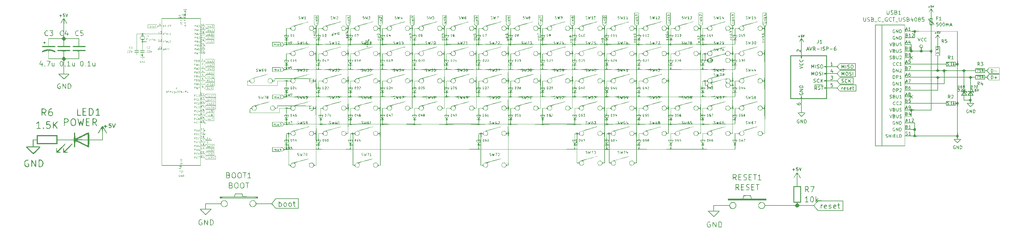
<source format=gbr>
%TF.GenerationSoftware,KiCad,Pcbnew,8.0.2*%
%TF.CreationDate,2025-01-03T00:09:21-05:00*%
%TF.ProjectId,discipline-pcb,64697363-6970-46c6-996e-652d7063622e,rev?*%
%TF.SameCoordinates,Original*%
%TF.FileFunction,Legend,Top*%
%TF.FilePolarity,Positive*%
%FSLAX46Y46*%
G04 Gerber Fmt 4.6, Leading zero omitted, Abs format (unit mm)*
G04 Created by KiCad (PCBNEW 8.0.2) date 2025-01-03 00:09:21*
%MOMM*%
%LPD*%
G01*
G04 APERTURE LIST*
%ADD10C,0.000000*%
G04 APERTURE END LIST*
D10*
G36*
X244873015Y-111890940D02*
G01*
X244871318Y-112578149D01*
X244862187Y-113064195D01*
X244839558Y-113390972D01*
X244797371Y-113600376D01*
X244729561Y-113734302D01*
X244630068Y-113834645D01*
X244586710Y-113869528D01*
X244461485Y-113984080D01*
X244378111Y-114125700D01*
X244327046Y-114343723D01*
X244298749Y-114687486D01*
X244283678Y-115206325D01*
X244279456Y-115458253D01*
X244258507Y-116821771D01*
X244565761Y-116821771D01*
X244714542Y-116812662D01*
X244805343Y-116753250D01*
X244852479Y-116595409D01*
X244870265Y-116291010D01*
X244873015Y-115791926D01*
X244873015Y-115788756D01*
X244873015Y-114755742D01*
X245528261Y-114755742D01*
X246331388Y-114755742D01*
X246418962Y-115126493D01*
X246679440Y-115326522D01*
X246939043Y-115363397D01*
X247235417Y-115310342D01*
X247400861Y-115217560D01*
X247513162Y-114990305D01*
X247546699Y-114755742D01*
X247459125Y-114384991D01*
X247198647Y-114184961D01*
X246939043Y-114148086D01*
X246568292Y-114235660D01*
X246368263Y-114496138D01*
X246331388Y-114755742D01*
X245528261Y-114755742D01*
X245912100Y-114744910D01*
X246120635Y-114693842D01*
X246221312Y-114574677D01*
X246259298Y-114453765D01*
X246440493Y-114175732D01*
X246667449Y-114078998D01*
X246860062Y-114030767D01*
X247241950Y-113930532D01*
X247767960Y-113790494D01*
X248392940Y-113622855D01*
X249071736Y-113439816D01*
X249759196Y-113253581D01*
X250410165Y-113076350D01*
X250979492Y-112920326D01*
X251422023Y-112797710D01*
X251678756Y-112724779D01*
X251799649Y-112697975D01*
X251711427Y-112766286D01*
X251678756Y-112787165D01*
X251506416Y-112856146D01*
X251141142Y-112975834D01*
X250624629Y-113133455D01*
X249998571Y-113316236D01*
X249409095Y-113482490D01*
X248659797Y-113693309D01*
X248118226Y-113854163D01*
X247756777Y-113975907D01*
X247547848Y-114069398D01*
X247463835Y-114145490D01*
X247477136Y-114215039D01*
X247494981Y-114235261D01*
X247639314Y-114527420D01*
X247650708Y-114899348D01*
X247531212Y-115228685D01*
X247477252Y-115293951D01*
X247197694Y-115443365D01*
X246852436Y-115463602D01*
X246520625Y-115373634D01*
X246281408Y-115192437D01*
X246209857Y-114990123D01*
X246100541Y-114925745D01*
X245821042Y-114884885D01*
X245602201Y-114877273D01*
X244994546Y-114877273D01*
X244994546Y-115849522D01*
X244997822Y-116331731D01*
X245017928Y-116620470D01*
X245070284Y-116765327D01*
X245170306Y-116815889D01*
X245296841Y-116821771D01*
X245599136Y-116821771D01*
X245306679Y-117483069D01*
X245014221Y-118144367D01*
X245338594Y-118194046D01*
X245662967Y-118243725D01*
X245328756Y-118261935D01*
X245130553Y-118289879D01*
X245031766Y-118388426D01*
X244997971Y-118622046D01*
X244994546Y-118887799D01*
X244994546Y-119495455D01*
X246483302Y-119493795D01*
X247085407Y-119487318D01*
X247619174Y-119470922D01*
X248026031Y-119447097D01*
X248245503Y-119418855D01*
X248461258Y-119313807D01*
X248511058Y-119197254D01*
X248374943Y-119132265D01*
X248336651Y-119130862D01*
X248188189Y-119029542D01*
X248154354Y-118887799D01*
X248226611Y-118696513D01*
X248427799Y-118658835D01*
X248592283Y-118679478D01*
X248523035Y-118719101D01*
X248488565Y-118728512D01*
X248296882Y-118840798D01*
X248331981Y-118981294D01*
X248458182Y-119053279D01*
X248619852Y-119215697D01*
X248640479Y-119309344D01*
X248738113Y-119472449D01*
X248828282Y-119495455D01*
X248946561Y-119434689D01*
X249248134Y-119434689D01*
X249308900Y-119495455D01*
X249369665Y-119434689D01*
X249308900Y-119373924D01*
X249248134Y-119434689D01*
X248946561Y-119434689D01*
X248955305Y-119430197D01*
X248977113Y-119200827D01*
X248966790Y-119100479D01*
X248948003Y-118900638D01*
X248963644Y-118903875D01*
X248972318Y-118937883D01*
X249034782Y-119089714D01*
X249125970Y-119016399D01*
X249137637Y-118998649D01*
X249248363Y-118887800D01*
X249358631Y-118998649D01*
X249454902Y-119092135D01*
X249518064Y-118962086D01*
X249523951Y-118937883D01*
X249547627Y-118881862D01*
X249537122Y-119036165D01*
X249529478Y-119100479D01*
X249546995Y-119402544D01*
X249682239Y-119499538D01*
X249908917Y-119382186D01*
X250019251Y-119273206D01*
X250199867Y-118993475D01*
X250158731Y-118802918D01*
X250007704Y-118728512D01*
X249894718Y-118684470D01*
X250013155Y-118661725D01*
X250061297Y-118658835D01*
X250334687Y-118707837D01*
X250406503Y-118875954D01*
X250269136Y-119135818D01*
X250211931Y-119200624D01*
X249934952Y-119495455D01*
X250354851Y-119495455D01*
X250662429Y-119459145D01*
X250833051Y-119306926D01*
X250909826Y-119137598D01*
X250985007Y-118885487D01*
X250931060Y-118772281D01*
X250784556Y-118728789D01*
X250652285Y-118691379D01*
X250748003Y-118668855D01*
X250871424Y-118661287D01*
X251109363Y-118674840D01*
X251158296Y-118773571D01*
X251131081Y-118857417D01*
X251020980Y-119131388D01*
X250981983Y-119313092D01*
X251047914Y-119421440D01*
X251252598Y-119475344D01*
X251629859Y-119493715D01*
X252213522Y-119495466D01*
X252272237Y-119495455D01*
X253623254Y-119495455D01*
X253623254Y-118896252D01*
X253744785Y-118896252D01*
X253754087Y-119258381D01*
X253800053Y-119434822D01*
X253909770Y-119482761D01*
X254018230Y-119473525D01*
X254189157Y-119413696D01*
X254279983Y-119253222D01*
X254324021Y-118925997D01*
X254328716Y-118857417D01*
X254341629Y-118509383D01*
X254301434Y-118339669D01*
X254177980Y-118284619D01*
X254055271Y-118280144D01*
X253872034Y-118298599D01*
X253780038Y-118395212D01*
X253748104Y-118631853D01*
X253744785Y-118896252D01*
X253623254Y-118896252D01*
X253623254Y-118843887D01*
X253616522Y-118469389D01*
X253577617Y-118283099D01*
X253478477Y-118230200D01*
X253319426Y-118250399D01*
X253089859Y-118254527D01*
X253018299Y-118118608D01*
X253017459Y-118081632D01*
X253039628Y-117935854D01*
X253121590Y-118016433D01*
X253127961Y-118026409D01*
X253239214Y-118131573D01*
X253384139Y-118049081D01*
X253429928Y-118004707D01*
X253489018Y-117932725D01*
X253758569Y-117932725D01*
X253802068Y-118104227D01*
X253920111Y-118156864D01*
X253968186Y-118158613D01*
X254199413Y-118071607D01*
X254278672Y-117966376D01*
X254329617Y-117715595D01*
X254346825Y-117454314D01*
X254483466Y-117454314D01*
X254483566Y-117459809D01*
X254502506Y-117730000D01*
X254539555Y-117824967D01*
X254561006Y-117794019D01*
X254663966Y-117555170D01*
X254797595Y-117277512D01*
X254899919Y-117045342D01*
X254866625Y-116956650D01*
X254720155Y-116943302D01*
X254564065Y-116978906D01*
X254494868Y-117128069D01*
X254483466Y-117454314D01*
X254346825Y-117454314D01*
X254352360Y-117370281D01*
X254352440Y-117350268D01*
X254331862Y-117067374D01*
X254240054Y-116962618D01*
X254078995Y-116965232D01*
X253908068Y-117025060D01*
X253817242Y-117185535D01*
X253773204Y-117512760D01*
X253768509Y-117581340D01*
X253758569Y-117932725D01*
X253489018Y-117932725D01*
X253600198Y-117797289D01*
X253563791Y-117705413D01*
X253354790Y-117704304D01*
X253112955Y-117647110D01*
X253063150Y-117550957D01*
X253137129Y-117550957D01*
X253229612Y-117668957D01*
X253258661Y-117672488D01*
X253376660Y-117580006D01*
X253380192Y-117550957D01*
X253287709Y-117432958D01*
X253258661Y-117429426D01*
X253140661Y-117521908D01*
X253137129Y-117550957D01*
X253063150Y-117550957D01*
X253038878Y-117504097D01*
X253045080Y-117344056D01*
X253200791Y-117318172D01*
X253307342Y-117335330D01*
X253555982Y-117312434D01*
X253634162Y-117116958D01*
X253549486Y-116770945D01*
X253395088Y-116617746D01*
X253173509Y-116586639D01*
X253004322Y-116687508D01*
X252987264Y-116724478D01*
X252918065Y-116768072D01*
X252859419Y-116663712D01*
X252850239Y-116514619D01*
X253014759Y-116460486D01*
X253127941Y-116457177D01*
X253415011Y-116395955D01*
X253547437Y-116270280D01*
X253522449Y-116085750D01*
X253338314Y-115986021D01*
X253080256Y-116013508D01*
X252884698Y-116012212D01*
X252830021Y-115965745D01*
X252881459Y-115884992D01*
X253104684Y-115849590D01*
X253116955Y-115849522D01*
X253418028Y-115785482D01*
X253577467Y-115568383D01*
X253623254Y-115171161D01*
X253541762Y-114943711D01*
X253358482Y-114871827D01*
X253165212Y-114964089D01*
X253076453Y-115120053D01*
X252888482Y-115346919D01*
X252549212Y-115462540D01*
X252134453Y-115442275D01*
X252105966Y-115435487D01*
X251841979Y-115262836D01*
X251703973Y-114962409D01*
X251696835Y-114755742D01*
X251800287Y-114755742D01*
X251887861Y-115126493D01*
X252148339Y-115326522D01*
X252407943Y-115363397D01*
X252704316Y-115310342D01*
X252869761Y-115217560D01*
X252982061Y-114990305D01*
X253015598Y-114755742D01*
X252928024Y-114384991D01*
X252667546Y-114184961D01*
X252407943Y-114148086D01*
X252037191Y-114235660D01*
X251837162Y-114496138D01*
X251800287Y-114755742D01*
X251696835Y-114755742D01*
X251691950Y-114614295D01*
X251805908Y-114298580D01*
X252045848Y-114095355D01*
X252105966Y-114075997D01*
X252551232Y-114044409D01*
X252896035Y-114174951D01*
X253085603Y-114446240D01*
X253089214Y-114459845D01*
X253220561Y-114689735D01*
X253398561Y-114719589D01*
X253550492Y-114561100D01*
X253599195Y-114377847D01*
X253550687Y-114077620D01*
X253325750Y-113859578D01*
X253204877Y-113773723D01*
X253120366Y-113673774D01*
X253065711Y-113518563D01*
X253034406Y-113266916D01*
X253019943Y-112877664D01*
X253015818Y-112309635D01*
X253015624Y-111945703D01*
X253015598Y-111896959D01*
X253015598Y-110259091D01*
X253137129Y-110259091D01*
X253137129Y-111945703D01*
X253139120Y-112618389D01*
X253149184Y-113090151D01*
X253173456Y-113403121D01*
X253218075Y-113599430D01*
X253289175Y-113721209D01*
X253392895Y-113810591D01*
X253410574Y-113823061D01*
X253645952Y-113977005D01*
X253789063Y-113995551D01*
X253949212Y-113879132D01*
X254008660Y-113825423D01*
X254098624Y-113717566D01*
X254160796Y-113557031D01*
X254200119Y-113301918D01*
X254221537Y-112910327D01*
X254229993Y-112340361D01*
X254230909Y-111941691D01*
X254230909Y-110259091D01*
X253684019Y-110259091D01*
X253137129Y-110259091D01*
X253015598Y-110259091D01*
X253015598Y-110137560D01*
X253684019Y-110137560D01*
X254352440Y-110137560D01*
X254352440Y-111905590D01*
X254352440Y-113673621D01*
X254018230Y-113963945D01*
X253805042Y-114174639D01*
X253760381Y-114334576D01*
X253845911Y-114519334D01*
X253940684Y-114773094D01*
X253876294Y-114915907D01*
X253811726Y-115095529D01*
X253764811Y-115445424D01*
X253744928Y-115892947D01*
X253744785Y-115934594D01*
X253748826Y-116390620D01*
X253772794Y-116655478D01*
X253834459Y-116781053D01*
X253951589Y-116819229D01*
X254048613Y-116821771D01*
X254195740Y-116812286D01*
X254285533Y-116751750D01*
X254332145Y-116592041D01*
X254349729Y-116285035D01*
X254352440Y-115788756D01*
X254352440Y-114755742D01*
X255007687Y-114755742D01*
X255810814Y-114755742D01*
X255898388Y-115126493D01*
X256158866Y-115326522D01*
X256418469Y-115363397D01*
X256714843Y-115310342D01*
X256880287Y-115217560D01*
X256992588Y-114990305D01*
X257026125Y-114755742D01*
X256938551Y-114384991D01*
X256678073Y-114184961D01*
X256418469Y-114148086D01*
X256047718Y-114235660D01*
X255847689Y-114496138D01*
X255810814Y-114755742D01*
X255007687Y-114755742D01*
X255391525Y-114744910D01*
X255600061Y-114693842D01*
X255700738Y-114574677D01*
X255738724Y-114453765D01*
X255917730Y-114177781D01*
X256146875Y-114082088D01*
X256417222Y-114017946D01*
X256876566Y-113900962D01*
X257479655Y-113743157D01*
X258181238Y-113556552D01*
X258936063Y-113353167D01*
X259698879Y-113145023D01*
X260299406Y-112979004D01*
X260739052Y-112863600D01*
X261057733Y-112793594D01*
X261210280Y-112778195D01*
X261210889Y-112793204D01*
X261062111Y-112855805D01*
X260717910Y-112969080D01*
X260217706Y-113121031D01*
X259600920Y-113299663D01*
X258952446Y-113480531D01*
X258189658Y-113692405D01*
X257635321Y-113854824D01*
X257262312Y-113978198D01*
X257043507Y-114072936D01*
X256951783Y-114149445D01*
X256960016Y-114218137D01*
X256977566Y-114238421D01*
X257119507Y-114527917D01*
X257130165Y-114898095D01*
X257011962Y-115226647D01*
X256956678Y-115293951D01*
X256677120Y-115443365D01*
X256331862Y-115463602D01*
X256000051Y-115373634D01*
X255760834Y-115192437D01*
X255689283Y-114990123D01*
X255579967Y-114925745D01*
X255300467Y-114884885D01*
X255081627Y-114877273D01*
X254473972Y-114877273D01*
X254473972Y-115849522D01*
X254473972Y-116821771D01*
X254834466Y-116821771D01*
X255194961Y-116821771D01*
X254968476Y-117216747D01*
X254735057Y-117660784D01*
X254647093Y-117947007D01*
X254702967Y-118111121D01*
X254901061Y-118188828D01*
X254924253Y-118192570D01*
X255135702Y-118228034D01*
X255124839Y-118246732D01*
X254881546Y-118261352D01*
X254868948Y-118261935D01*
X254636424Y-118284178D01*
X254519684Y-118365667D01*
X254478830Y-118570546D01*
X254473972Y-118896985D01*
X254473972Y-119513826D01*
X256165630Y-119474258D01*
X256948075Y-119447798D01*
X257502442Y-119408484D01*
X257843520Y-119353158D01*
X257986100Y-119278663D01*
X257944971Y-119181843D01*
X257845447Y-119115707D01*
X257648546Y-118926566D01*
X257666548Y-118752550D01*
X257880910Y-118662423D01*
X257967991Y-118661287D01*
X258176616Y-118677856D01*
X258153818Y-118703871D01*
X258028756Y-118730506D01*
X257813745Y-118821233D01*
X257762637Y-118936004D01*
X257894969Y-119006531D01*
X257948986Y-119009330D01*
X258133160Y-119111357D01*
X258206222Y-119252393D01*
X258304959Y-119473731D01*
X258401423Y-119485200D01*
X258460040Y-119317699D01*
X258451069Y-119039713D01*
X258385836Y-118583972D01*
X258604237Y-119055970D01*
X258822637Y-119527968D01*
X258905980Y-119148512D01*
X258992517Y-118866056D01*
X259086084Y-118709349D01*
X259088512Y-118707753D01*
X259129757Y-118768824D01*
X259107260Y-118997206D01*
X259091960Y-119070953D01*
X259072032Y-119386540D01*
X259179033Y-119506131D01*
X259385225Y-119421227D01*
X259585137Y-119222010D01*
X259774478Y-118963037D01*
X259782962Y-118820121D01*
X259606763Y-118742770D01*
X259547895Y-118730506D01*
X259387609Y-118692010D01*
X259451557Y-118671151D01*
X259608661Y-118661287D01*
X259861004Y-118692477D01*
X259942001Y-118845258D01*
X259942871Y-118874797D01*
X259858282Y-119101236D01*
X259760574Y-119174810D01*
X259591188Y-119306554D01*
X259632492Y-119437409D01*
X259857537Y-119495455D01*
X260051711Y-119456112D01*
X260124846Y-119290918D01*
X260126087Y-119252393D01*
X260307464Y-119252393D01*
X260399946Y-119370392D01*
X260428995Y-119373924D01*
X260546995Y-119281442D01*
X260550527Y-119252393D01*
X260458044Y-119134393D01*
X260428995Y-119130862D01*
X260310996Y-119223344D01*
X260307464Y-119252393D01*
X260126087Y-119252393D01*
X260130982Y-119100479D01*
X260153360Y-118887799D01*
X260307464Y-118887799D01*
X260399946Y-119005799D01*
X260428995Y-119009330D01*
X260546995Y-118916848D01*
X260550527Y-118887799D01*
X260458044Y-118769800D01*
X260428995Y-118766268D01*
X260310996Y-118858750D01*
X260307464Y-118887799D01*
X260153360Y-118887799D01*
X260161041Y-118814802D01*
X260293764Y-118690187D01*
X260398613Y-118666667D01*
X260581517Y-118671755D01*
X260658000Y-118800415D01*
X260672058Y-119061643D01*
X260672058Y-119495455D01*
X261573413Y-119495455D01*
X262126946Y-119475053D01*
X262447056Y-119413191D01*
X262536068Y-119343541D01*
X262590977Y-119253983D01*
X262606961Y-119343541D01*
X262714391Y-119478520D01*
X262798852Y-119495455D01*
X262961409Y-119413703D01*
X262983010Y-119343541D01*
X263025256Y-119279910D01*
X263104300Y-119373924D01*
X263149609Y-119334853D01*
X263180429Y-119056535D01*
X263185757Y-118887799D01*
X263345742Y-118887799D01*
X263358539Y-119252274D01*
X263412856Y-119434051D01*
X263532584Y-119492855D01*
X263588804Y-119495455D01*
X263734594Y-119463462D01*
X263807305Y-119327669D01*
X263830826Y-119028349D01*
X263831866Y-118887799D01*
X263819069Y-118523325D01*
X263764752Y-118341548D01*
X263645024Y-118282744D01*
X263588804Y-118280144D01*
X263443014Y-118312136D01*
X263370304Y-118447930D01*
X263346782Y-118747249D01*
X263345742Y-118887799D01*
X263185757Y-118887799D01*
X263196802Y-118538016D01*
X263198767Y-117778345D01*
X263198424Y-117743194D01*
X263345742Y-117743194D01*
X263374033Y-118031688D01*
X263484632Y-118146197D01*
X263591925Y-118158613D01*
X263750129Y-118141441D01*
X263767456Y-118045651D01*
X263655161Y-117804833D01*
X263652691Y-117800055D01*
X263525127Y-117505504D01*
X263472673Y-117288389D01*
X263472754Y-117283547D01*
X263517701Y-117270072D01*
X263621381Y-117439942D01*
X263645181Y-117490192D01*
X263812125Y-117854785D01*
X263820680Y-117459809D01*
X263958491Y-117459809D01*
X263963585Y-117976316D01*
X264196460Y-117550957D01*
X264346011Y-117258907D01*
X264428928Y-117060503D01*
X264434428Y-117034450D01*
X264336954Y-116960442D01*
X264196460Y-116943302D01*
X264041716Y-116980572D01*
X263972102Y-117134409D01*
X263958491Y-117459809D01*
X263820680Y-117459809D01*
X263821996Y-117399043D01*
X263792342Y-117065437D01*
X263679839Y-116944415D01*
X263662572Y-116943302D01*
X263469735Y-117054328D01*
X263365906Y-117388728D01*
X263345742Y-117743194D01*
X263198424Y-117743194D01*
X263193588Y-117247129D01*
X263182231Y-116445356D01*
X263169401Y-115853921D01*
X263151010Y-115440114D01*
X263122972Y-115171225D01*
X263081201Y-115014543D01*
X263021610Y-114937358D01*
X262940113Y-114906960D01*
X262900439Y-114900571D01*
X262653297Y-114955086D01*
X262558128Y-115112968D01*
X262368246Y-115345428D01*
X262026870Y-115462958D01*
X261608159Y-115440973D01*
X261585392Y-115435487D01*
X261313994Y-115254369D01*
X261178877Y-114915834D01*
X261187315Y-114755742D01*
X261279713Y-114755742D01*
X261367287Y-115126493D01*
X261627765Y-115326522D01*
X261887369Y-115363397D01*
X262183742Y-115310342D01*
X262349187Y-115217560D01*
X262461487Y-114990305D01*
X262495024Y-114755742D01*
X262407450Y-114384991D01*
X262146972Y-114184961D01*
X261887369Y-114148086D01*
X261516617Y-114235660D01*
X261316588Y-114496138D01*
X261279713Y-114755742D01*
X261187315Y-114755742D01*
X261202007Y-114476969D01*
X261207624Y-114453765D01*
X261380274Y-114189778D01*
X261680701Y-114051772D01*
X262028816Y-114039749D01*
X262344530Y-114153707D01*
X262547755Y-114393647D01*
X262567114Y-114453765D01*
X262702275Y-114706527D01*
X262907966Y-114730897D01*
X263078373Y-114609905D01*
X263217143Y-114338730D01*
X263129186Y-114071797D01*
X262920383Y-113905024D01*
X262803187Y-113835942D01*
X262720826Y-113748480D01*
X262667158Y-113602901D01*
X262636038Y-113359465D01*
X262621321Y-112978433D01*
X262616862Y-112420067D01*
X262616564Y-111953635D01*
X262616555Y-111939990D01*
X262616555Y-110259091D01*
X262738086Y-110259091D01*
X262738086Y-111953635D01*
X262740341Y-112629640D01*
X262750950Y-113104377D01*
X262775686Y-113419627D01*
X262820318Y-113617170D01*
X262890616Y-113738788D01*
X262992352Y-113826260D01*
X262997187Y-113829660D01*
X263214162Y-113944906D01*
X263407627Y-113904984D01*
X263544077Y-113822574D01*
X263658401Y-113737796D01*
X263737582Y-113631104D01*
X263788067Y-113460478D01*
X263816302Y-113183896D01*
X263828732Y-112759337D01*
X263831805Y-112144780D01*
X263831866Y-111946549D01*
X263831866Y-110259091D01*
X263284976Y-110259091D01*
X262738086Y-110259091D01*
X262616555Y-110259091D01*
X262616555Y-110137560D01*
X263284976Y-110137560D01*
X263953397Y-110137560D01*
X263953397Y-111896959D01*
X263951886Y-112584489D01*
X263943311Y-113069928D01*
X263921607Y-113394248D01*
X263880711Y-113598417D01*
X263814560Y-113723405D01*
X263717089Y-113810184D01*
X263665037Y-113845299D01*
X263540501Y-113940631D01*
X263457304Y-114063926D01*
X263406288Y-114262565D01*
X263378293Y-114583931D01*
X263364158Y-115075405D01*
X263359066Y-115428005D01*
X263353920Y-116027171D01*
X263361006Y-116424565D01*
X263387058Y-116661418D01*
X263438808Y-116778958D01*
X263522989Y-116818414D01*
X263586661Y-116821771D01*
X263705848Y-116803033D01*
X263778645Y-116715102D01*
X263816347Y-116510400D01*
X263830246Y-116141351D01*
X263831866Y-115788756D01*
X263831866Y-114755742D01*
X264547878Y-114755742D01*
X265411771Y-114755742D01*
X265499345Y-115126493D01*
X265759823Y-115326522D01*
X266019426Y-115363397D01*
X266315799Y-115310342D01*
X266481244Y-115217560D01*
X266593545Y-114990305D01*
X266627082Y-114755742D01*
X266539508Y-114384991D01*
X266279030Y-114184961D01*
X266019426Y-114148086D01*
X265648675Y-114235660D01*
X265448646Y-114496138D01*
X265411771Y-114755742D01*
X264547878Y-114755742D01*
X264952086Y-114746999D01*
X265177453Y-114704487D01*
X265288020Y-114603783D01*
X265339681Y-114453765D01*
X265521771Y-114174825D01*
X265747832Y-114077349D01*
X265990394Y-114017022D01*
X266417044Y-113905072D01*
X266977728Y-113755122D01*
X267622392Y-113580792D01*
X268300982Y-113395705D01*
X268963443Y-113213483D01*
X269559722Y-113047748D01*
X270039765Y-112912121D01*
X270207122Y-112863783D01*
X270519773Y-112784316D01*
X270688626Y-112765510D01*
X270693247Y-112792856D01*
X270543142Y-112857869D01*
X270198330Y-112973532D01*
X269698850Y-113127457D01*
X269084741Y-113307257D01*
X268485430Y-113475907D01*
X267736567Y-113685483D01*
X267195187Y-113845130D01*
X266833465Y-113965829D01*
X266623575Y-114058560D01*
X266537694Y-114134301D01*
X266547996Y-114204033D01*
X266571315Y-114231213D01*
X266718723Y-114526788D01*
X266731051Y-114900952D01*
X266609874Y-115231287D01*
X266557635Y-115293951D01*
X266278077Y-115443365D01*
X265932819Y-115463602D01*
X265601008Y-115373634D01*
X265361791Y-115192437D01*
X265290239Y-114990123D01*
X265180345Y-114928320D01*
X264896864Y-114887330D01*
X264621818Y-114877273D01*
X263953397Y-114877273D01*
X263953397Y-115849522D01*
X263953397Y-116821771D01*
X264320038Y-116821771D01*
X264686679Y-116821771D01*
X264380803Y-117425386D01*
X264212917Y-117766068D01*
X264101816Y-118009481D01*
X264074928Y-118085735D01*
X264179485Y-118142697D01*
X264409139Y-118193097D01*
X264609658Y-118227923D01*
X264589705Y-118247081D01*
X264341715Y-118261935D01*
X264100490Y-118283746D01*
X263987503Y-118364409D01*
X263962214Y-118570138D01*
X263977121Y-118857417D01*
X264014163Y-119434689D01*
X265290239Y-119471961D01*
X266071397Y-119480656D01*
X266721454Y-119459610D01*
X267211598Y-119411479D01*
X267513018Y-119338919D01*
X267599330Y-119259120D01*
X267497886Y-119153064D01*
X267343464Y-119092300D01*
X267158250Y-118976020D01*
X267169304Y-118824953D01*
X267352684Y-118707207D01*
X267487319Y-118683063D01*
X267642595Y-118683713D01*
X267568948Y-118722357D01*
X267377209Y-118840299D01*
X267413090Y-118981965D01*
X267538565Y-119053279D01*
X267700235Y-119215697D01*
X267720861Y-119309344D01*
X267812592Y-119472993D01*
X267895517Y-119495455D01*
X267994859Y-119434689D01*
X268206986Y-119434689D01*
X268267751Y-119495455D01*
X268328517Y-119434689D01*
X268267751Y-119373924D01*
X268206986Y-119434689D01*
X267994859Y-119434689D01*
X268009299Y-119425856D01*
X268033294Y-119186924D01*
X268021183Y-119039713D01*
X267994331Y-118763704D01*
X268003697Y-118716172D01*
X268056929Y-118884217D01*
X268075210Y-118948565D01*
X268148407Y-119144342D01*
X268189426Y-119119227D01*
X268192607Y-119087476D01*
X268271999Y-118923916D01*
X268381669Y-118928826D01*
X268557633Y-118892129D01*
X268615993Y-118789915D01*
X268638722Y-118760350D01*
X268624646Y-118931728D01*
X268610082Y-119039713D01*
X268587525Y-119346997D01*
X268649295Y-119477937D01*
X268733459Y-119495455D01*
X268925720Y-119402996D01*
X269138038Y-119190741D01*
X269281921Y-118956374D01*
X269300766Y-118869211D01*
X269198016Y-118782329D01*
X269027321Y-118730506D01*
X268867035Y-118692010D01*
X268930983Y-118671151D01*
X269088086Y-118661287D01*
X269350259Y-118719137D01*
X269424154Y-118902847D01*
X269301660Y-119175123D01*
X269221164Y-119273206D01*
X269106847Y-119419686D01*
X269152779Y-119481701D01*
X269397274Y-119495348D01*
X269457054Y-119495455D01*
X269779545Y-119461615D01*
X269959756Y-119378583D01*
X269960052Y-119274086D01*
X269846958Y-119208176D01*
X269699139Y-119043992D01*
X269679096Y-118948565D01*
X269786890Y-118948565D01*
X269884172Y-119109687D01*
X269969187Y-119130862D01*
X270130309Y-119033580D01*
X270151483Y-118948565D01*
X270054202Y-118787443D01*
X269969187Y-118766268D01*
X269808065Y-118863550D01*
X269786890Y-118948565D01*
X269679096Y-118948565D01*
X269665359Y-118883161D01*
X269722248Y-118691685D01*
X269931820Y-118665698D01*
X269938804Y-118666667D01*
X270129875Y-118739982D01*
X270194932Y-118934525D01*
X270194329Y-119100479D01*
X270176410Y-119495455D01*
X271440023Y-119495455D01*
X272703637Y-119495455D01*
X272703637Y-118887799D01*
X272825168Y-118887799D01*
X272835018Y-119248437D01*
X272885290Y-119428350D01*
X273007062Y-119489699D01*
X273128995Y-119495455D01*
X273309314Y-119475753D01*
X273399271Y-119375210D01*
X273429945Y-119131666D01*
X273432823Y-118887799D01*
X273422972Y-118527162D01*
X273372701Y-118347248D01*
X273250929Y-118285900D01*
X273128995Y-118280144D01*
X272948677Y-118299845D01*
X272858720Y-118400389D01*
X272828046Y-118643933D01*
X272825168Y-118887799D01*
X272703637Y-118887799D01*
X272703637Y-117743194D01*
X272825168Y-117743194D01*
X272855420Y-118034547D01*
X272968658Y-118148774D01*
X273055227Y-118158613D01*
X273283611Y-118069260D01*
X273359055Y-117966376D01*
X273410446Y-117714359D01*
X273431613Y-117388916D01*
X273554354Y-117388916D01*
X273561083Y-117675509D01*
X273598807Y-117756912D01*
X273693836Y-117628556D01*
X273845847Y-117338278D01*
X273969104Y-117078018D01*
X273970976Y-116967945D01*
X273844064Y-116943569D01*
X273800537Y-116943302D01*
X273634168Y-116987226D01*
X273564641Y-117162336D01*
X273554354Y-117388916D01*
X273431613Y-117388916D01*
X273432793Y-117370780D01*
X273432823Y-117358721D01*
X273402571Y-117067368D01*
X273289333Y-116953141D01*
X273202763Y-116943302D01*
X272984069Y-117024032D01*
X272862394Y-117283970D01*
X272825168Y-117743194D01*
X272703637Y-117743194D01*
X272703637Y-117186364D01*
X272703637Y-114877273D01*
X272407999Y-114877273D01*
X272129956Y-114970641D01*
X272035305Y-115120053D01*
X271847334Y-115346919D01*
X271508064Y-115462540D01*
X271093305Y-115442275D01*
X271064818Y-115435487D01*
X270800830Y-115262836D01*
X270662825Y-114962409D01*
X270655687Y-114755742D01*
X270759139Y-114755742D01*
X270846713Y-115126493D01*
X271107191Y-115326522D01*
X271366794Y-115363397D01*
X271663168Y-115310342D01*
X271828613Y-115217560D01*
X271940913Y-114990305D01*
X271974450Y-114755742D01*
X271886876Y-114384991D01*
X271626398Y-114184961D01*
X271366794Y-114148086D01*
X270996043Y-114235660D01*
X270796014Y-114496138D01*
X270759139Y-114755742D01*
X270655687Y-114755742D01*
X270650801Y-114614295D01*
X270764760Y-114298580D01*
X271004700Y-114095355D01*
X271064818Y-114075997D01*
X271510287Y-114044402D01*
X271855088Y-114175134D01*
X272044614Y-114446852D01*
X272048174Y-114460277D01*
X272167430Y-114692688D01*
X272384235Y-114731871D01*
X272613280Y-114605266D01*
X272692169Y-114364085D01*
X272618942Y-114086414D01*
X272406133Y-113859578D01*
X272285260Y-113773723D01*
X272200749Y-113673774D01*
X272146094Y-113518563D01*
X272114788Y-113266916D01*
X272100326Y-112877664D01*
X272096201Y-112309635D01*
X272096007Y-111945703D01*
X272095981Y-111896959D01*
X272095981Y-110259091D01*
X272217512Y-110259091D01*
X272217512Y-111945703D01*
X272219485Y-112618259D01*
X272229496Y-113089791D01*
X272253678Y-113402331D01*
X272298168Y-113597910D01*
X272369100Y-113718559D01*
X272472611Y-113806310D01*
X272490957Y-113818981D01*
X272733691Y-113938190D01*
X272944952Y-113887258D01*
X273007464Y-113849568D01*
X273104455Y-113767968D01*
X273173229Y-113641323D01*
X273219792Y-113428981D01*
X273250151Y-113090290D01*
X273270311Y-112584602D01*
X273284246Y-111976290D01*
X273317966Y-110259091D01*
X272767739Y-110259091D01*
X272217512Y-110259091D01*
X272095981Y-110259091D01*
X272095981Y-110137560D01*
X272764402Y-110137560D01*
X273432823Y-110137560D01*
X273432823Y-111939990D01*
X273431751Y-112635821D01*
X273424438Y-113128328D01*
X273404740Y-113457252D01*
X273366512Y-113662330D01*
X273303611Y-113783303D01*
X273209892Y-113859908D01*
X273128995Y-113905024D01*
X272878002Y-114134539D01*
X272844984Y-114407344D01*
X272971005Y-114609905D01*
X273054266Y-114775283D01*
X272971005Y-114901579D01*
X272891604Y-115104133D01*
X272840462Y-115492360D01*
X272825168Y-115934594D01*
X272829209Y-116390620D01*
X272853177Y-116655478D01*
X272914842Y-116781053D01*
X273031972Y-116819229D01*
X273128995Y-116821771D01*
X273276123Y-116812286D01*
X273365916Y-116751750D01*
X273412528Y-116592041D01*
X273430112Y-116285035D01*
X273432823Y-115788756D01*
X273432823Y-114755742D01*
X274088069Y-114755742D01*
X274891196Y-114755742D01*
X274978770Y-115126493D01*
X275239248Y-115326522D01*
X275498852Y-115363397D01*
X275795225Y-115310342D01*
X275960670Y-115217560D01*
X276072970Y-114990305D01*
X276106507Y-114755742D01*
X276018933Y-114384991D01*
X275758455Y-114184961D01*
X275498852Y-114148086D01*
X275128100Y-114235660D01*
X274928071Y-114496138D01*
X274891196Y-114755742D01*
X274088069Y-114755742D01*
X274471908Y-114744910D01*
X274680444Y-114693842D01*
X274781121Y-114574677D01*
X274819107Y-114453765D01*
X274998635Y-114177313D01*
X275227258Y-114081472D01*
X275419877Y-114033755D01*
X275801727Y-113933849D01*
X276327667Y-113793968D01*
X276952553Y-113626327D01*
X277631244Y-113443142D01*
X278318595Y-113256626D01*
X278969465Y-113078995D01*
X279538711Y-112922464D01*
X279981191Y-112799247D01*
X280238565Y-112725496D01*
X280359417Y-112698385D01*
X280272186Y-112767496D01*
X280238565Y-112789404D01*
X280066175Y-112858979D01*
X279700779Y-112978920D01*
X279184092Y-113136456D01*
X278557826Y-113318817D01*
X277968525Y-113484351D01*
X277219189Y-113694184D01*
X276677609Y-113854282D01*
X276316146Y-113975482D01*
X276107163Y-114068621D01*
X276023021Y-114144535D01*
X276036082Y-114214062D01*
X276054411Y-114234882D01*
X276199031Y-114527360D01*
X276210513Y-114899499D01*
X276090861Y-115228929D01*
X276037061Y-115293951D01*
X275757502Y-115443365D01*
X275412245Y-115463602D01*
X275080434Y-115373634D01*
X274841217Y-115192437D01*
X274769665Y-114990123D01*
X274660350Y-114925745D01*
X274380850Y-114884885D01*
X274162010Y-114877273D01*
X273554354Y-114877273D01*
X273554354Y-115849522D01*
X273557592Y-116331717D01*
X273577637Y-116620446D01*
X273629986Y-116765300D01*
X273730137Y-116815871D01*
X273858182Y-116821771D01*
X274050996Y-116828936D01*
X274134231Y-116882774D01*
X274108018Y-117031799D01*
X273972486Y-117324525D01*
X273860130Y-117547113D01*
X273558250Y-118142844D01*
X273890513Y-118193285D01*
X274222775Y-118243725D01*
X273888565Y-118261935D01*
X273697281Y-118287167D01*
X273597747Y-118376873D01*
X273560073Y-118592459D01*
X273554354Y-118948565D01*
X273548232Y-119330690D01*
X273508110Y-119529584D01*
X273401356Y-119605074D01*
X273195336Y-119616985D01*
X273189761Y-119616986D01*
X272825168Y-119616986D01*
X272825168Y-120807991D01*
X272840072Y-121425019D01*
X272882479Y-121872220D01*
X272948932Y-122116867D01*
X272965854Y-122139682D01*
X273042334Y-122309891D01*
X272959780Y-122457205D01*
X272876057Y-122697120D01*
X272843723Y-123122753D01*
X272849476Y-123404222D01*
X272878129Y-123827230D01*
X272928216Y-124065006D01*
X273021890Y-124175377D01*
X273159378Y-124213238D01*
X273294534Y-124219828D01*
X273375736Y-124160750D01*
X273416700Y-123988757D01*
X273431143Y-123656600D01*
X273432823Y-123271372D01*
X273432823Y-122290670D01*
X274101244Y-122290670D01*
X274540028Y-122265663D01*
X274749631Y-122189308D01*
X274771526Y-122138756D01*
X274834900Y-121900093D01*
X274869922Y-121834807D01*
X275003713Y-121767207D01*
X275329260Y-121649436D01*
X275806411Y-121493143D01*
X276395013Y-121309975D01*
X277054917Y-121111581D01*
X277745970Y-120909606D01*
X278428020Y-120715699D01*
X279060918Y-120541508D01*
X279604509Y-120398681D01*
X280018645Y-120298864D01*
X280263172Y-120253705D01*
X280310869Y-120256435D01*
X280215267Y-120301466D01*
X279926852Y-120399251D01*
X279487058Y-120537674D01*
X278937320Y-120704620D01*
X278319069Y-120887973D01*
X277673741Y-121075617D01*
X277042768Y-121255438D01*
X276467584Y-121415318D01*
X275989622Y-121543144D01*
X275650317Y-121626798D01*
X275559617Y-121645755D01*
X275152914Y-121772818D01*
X274943872Y-121986681D01*
X274891196Y-122281245D01*
X274976819Y-122656891D01*
X275233208Y-122859611D01*
X275498852Y-122898326D01*
X275869603Y-122810752D01*
X276069632Y-122550274D01*
X276106507Y-122290670D01*
X276053451Y-121994297D01*
X275960670Y-121828852D01*
X275877786Y-121707976D01*
X275958355Y-121683015D01*
X276097132Y-121789569D01*
X276187553Y-122052503D01*
X276209015Y-122386725D01*
X276178597Y-122592647D01*
X276008400Y-122845506D01*
X275707357Y-122984887D01*
X275357635Y-123006990D01*
X275041397Y-122908017D01*
X274840809Y-122684170D01*
X274830341Y-122654981D01*
X274738027Y-122504804D01*
X274541268Y-122431919D01*
X274172905Y-122412224D01*
X274153820Y-122412201D01*
X273554354Y-122412201D01*
X273554354Y-123323685D01*
X273558141Y-123787303D01*
X273580878Y-124059066D01*
X273639631Y-124190171D01*
X273751467Y-124231817D01*
X273858182Y-124235168D01*
X274086833Y-124254837D01*
X274162010Y-124292468D01*
X274116651Y-124425516D01*
X273998953Y-124712435D01*
X273868020Y-125014532D01*
X273574030Y-125679295D01*
X273898403Y-125728974D01*
X274222775Y-125778654D01*
X273888565Y-125796863D01*
X273697281Y-125822095D01*
X273597747Y-125911801D01*
X273560073Y-126127387D01*
X273554354Y-126483493D01*
X273548232Y-126865619D01*
X273508110Y-127064513D01*
X273401356Y-127140002D01*
X273195336Y-127151914D01*
X273189761Y-127151914D01*
X272825168Y-127151914D01*
X272825168Y-128646747D01*
X272837918Y-129416378D01*
X272876294Y-129946369D01*
X272940480Y-130238807D01*
X272971005Y-130287417D01*
X273054266Y-130452795D01*
X272971005Y-130579091D01*
X272857000Y-130829487D01*
X272831791Y-131179308D01*
X272895379Y-131501718D01*
X272971005Y-131624259D01*
X273054266Y-131789637D01*
X272971005Y-131915933D01*
X272824076Y-132170275D01*
X272867048Y-132388090D01*
X273080277Y-132496848D01*
X273128995Y-132499283D01*
X273276123Y-132489798D01*
X273365916Y-132429262D01*
X273412528Y-132269553D01*
X273430112Y-131962547D01*
X273432823Y-131466268D01*
X273432823Y-130433254D01*
X274088069Y-130433254D01*
X274891196Y-130433254D01*
X274978770Y-130804005D01*
X275239248Y-131004034D01*
X275498852Y-131040909D01*
X275795225Y-130987853D01*
X275960670Y-130895072D01*
X276072970Y-130667817D01*
X276106507Y-130433254D01*
X276018933Y-130062502D01*
X275758455Y-129862473D01*
X275498852Y-129825598D01*
X275128100Y-129913172D01*
X274928071Y-130173650D01*
X274891196Y-130433254D01*
X274088069Y-130433254D01*
X274471908Y-130422422D01*
X274680444Y-130371354D01*
X274781121Y-130252189D01*
X274819107Y-130131277D01*
X275002404Y-129851079D01*
X275227258Y-129752493D01*
X275426035Y-129701735D01*
X275813490Y-129598969D01*
X276343930Y-129456610D01*
X276971664Y-129287071D01*
X277651001Y-129102769D01*
X278336247Y-128916117D01*
X278981713Y-128739531D01*
X279541705Y-128585425D01*
X279970532Y-128466214D01*
X280177799Y-128407402D01*
X280339027Y-128382885D01*
X280345120Y-128417741D01*
X280206434Y-128476312D01*
X279868452Y-128587153D01*
X279366729Y-128739880D01*
X278736817Y-128924107D01*
X278014269Y-129129447D01*
X277234638Y-129345514D01*
X276433475Y-129561923D01*
X276376804Y-129577003D01*
X276065565Y-129670950D01*
X275953689Y-129752385D01*
X276002636Y-129858619D01*
X276042593Y-129900577D01*
X276196219Y-130203044D01*
X276210396Y-130581675D01*
X276085757Y-130913996D01*
X276037061Y-130971463D01*
X275757502Y-131120877D01*
X275412245Y-131141114D01*
X275080434Y-131051146D01*
X274841217Y-130869949D01*
X274769665Y-130667635D01*
X274660350Y-130603257D01*
X274380850Y-130562397D01*
X274162010Y-130554785D01*
X273554354Y-130554785D01*
X273554354Y-131518961D01*
X273558151Y-131999604D01*
X273579958Y-132289024D01*
X273635401Y-132439050D01*
X273740105Y-132501509D01*
X273856631Y-132521593D01*
X274158908Y-132560048D01*
X273865563Y-133190876D01*
X273572218Y-133821704D01*
X273897496Y-133871470D01*
X274222775Y-133921237D01*
X273888565Y-133939447D01*
X273697281Y-133964679D01*
X273597747Y-134054385D01*
X273560073Y-134269971D01*
X273554354Y-134626077D01*
X273548232Y-135008202D01*
X273508110Y-135207096D01*
X273401356Y-135282586D01*
X273195336Y-135294497D01*
X273189761Y-135294498D01*
X272825168Y-135294498D01*
X272825168Y-136789330D01*
X272837918Y-137558962D01*
X272876294Y-138088953D01*
X272940480Y-138381391D01*
X272971005Y-138430000D01*
X273054266Y-138595379D01*
X272971005Y-138721675D01*
X272891604Y-138924229D01*
X272840462Y-139312456D01*
X272825168Y-139754689D01*
X272829209Y-140210715D01*
X272853177Y-140475574D01*
X272914842Y-140601148D01*
X273031972Y-140639324D01*
X273128995Y-140641866D01*
X273276123Y-140632382D01*
X273365916Y-140571846D01*
X273412528Y-140412136D01*
X273430112Y-140105131D01*
X273432823Y-139608852D01*
X273432823Y-138575838D01*
X274088069Y-138575838D01*
X274891196Y-138575838D01*
X274978770Y-138946589D01*
X275239248Y-139146618D01*
X275498852Y-139183493D01*
X275795225Y-139130437D01*
X275960670Y-139037656D01*
X276072970Y-138810401D01*
X276106507Y-138575838D01*
X276018933Y-138205086D01*
X275758455Y-138005057D01*
X275498852Y-137968182D01*
X275128100Y-138055756D01*
X274928071Y-138316234D01*
X274891196Y-138575838D01*
X274088069Y-138575838D01*
X274471908Y-138565006D01*
X274680444Y-138513937D01*
X274781121Y-138394772D01*
X274819107Y-138273861D01*
X274998635Y-137997409D01*
X275227258Y-137901568D01*
X275419877Y-137853851D01*
X275801727Y-137753944D01*
X276327667Y-137614063D01*
X276952553Y-137446423D01*
X277631244Y-137263237D01*
X278318595Y-137076722D01*
X278969465Y-136899091D01*
X279538711Y-136742559D01*
X279981191Y-136619343D01*
X280238565Y-136545592D01*
X280359417Y-136518481D01*
X280272186Y-136587592D01*
X280238565Y-136609500D01*
X280066175Y-136679075D01*
X279700779Y-136799016D01*
X279184092Y-136956552D01*
X278557826Y-137138913D01*
X277968525Y-137304446D01*
X277219189Y-137514280D01*
X276677609Y-137674378D01*
X276316146Y-137795578D01*
X276107163Y-137888716D01*
X276023021Y-137964631D01*
X276036082Y-138034157D01*
X276054411Y-138054978D01*
X276199031Y-138347456D01*
X276210513Y-138719594D01*
X276090861Y-139049025D01*
X276037061Y-139114047D01*
X275757502Y-139263461D01*
X275412245Y-139283697D01*
X275080434Y-139193730D01*
X274841217Y-139012532D01*
X274769665Y-138810219D01*
X274660350Y-138745841D01*
X274380850Y-138704981D01*
X274162010Y-138697369D01*
X273554354Y-138697369D01*
X273554354Y-139669618D01*
X273557592Y-140151813D01*
X273577637Y-140440542D01*
X273629986Y-140585396D01*
X273730137Y-140635967D01*
X273858182Y-140641866D01*
X274050996Y-140649031D01*
X274134231Y-140702869D01*
X274108018Y-140851894D01*
X273972486Y-141144620D01*
X273860130Y-141367209D01*
X273558250Y-141962940D01*
X273890513Y-142013380D01*
X274222775Y-142063821D01*
X273888565Y-142082030D01*
X273697281Y-142107262D01*
X273597747Y-142196968D01*
X273560073Y-142412555D01*
X273554354Y-142768661D01*
X273548232Y-143150786D01*
X273508110Y-143349680D01*
X273401356Y-143425169D01*
X273195336Y-143437081D01*
X273189761Y-143437082D01*
X272825168Y-143437082D01*
X272825168Y-144834689D01*
X272825168Y-146232297D01*
X272468764Y-146232297D01*
X272163065Y-146299302D01*
X272035305Y-146475077D01*
X271847334Y-146701943D01*
X271508064Y-146817564D01*
X271093305Y-146797299D01*
X271064818Y-146790511D01*
X270800830Y-146617860D01*
X270662825Y-146317433D01*
X270655687Y-146110766D01*
X270759139Y-146110766D01*
X270846713Y-146481517D01*
X271107191Y-146681546D01*
X271366794Y-146718421D01*
X271663168Y-146665365D01*
X271828613Y-146572584D01*
X271940913Y-146345329D01*
X271974450Y-146110766D01*
X271886876Y-145740014D01*
X271626398Y-145539985D01*
X271366794Y-145503110D01*
X270996043Y-145590684D01*
X270796014Y-145851162D01*
X270759139Y-146110766D01*
X270655687Y-146110766D01*
X270650801Y-145969318D01*
X270764760Y-145653604D01*
X271004700Y-145450379D01*
X271064818Y-145431021D01*
X271507150Y-145399528D01*
X271851964Y-145527364D01*
X272042173Y-145792563D01*
X272046540Y-145808789D01*
X272185927Y-146051575D01*
X272412984Y-146110766D01*
X272539885Y-146102973D01*
X272623139Y-146051388D01*
X272671945Y-145913701D01*
X272695502Y-145647604D01*
X272703007Y-145210787D01*
X272703637Y-144773924D01*
X272703637Y-143437082D01*
X268474354Y-143437082D01*
X267253740Y-143439497D01*
X266259465Y-143447115D01*
X265474853Y-143460490D01*
X264883225Y-143480178D01*
X264467904Y-143506736D01*
X264212211Y-143540720D01*
X264099471Y-143582685D01*
X264099235Y-143582919D01*
X263933856Y-143666180D01*
X263807560Y-143582919D01*
X263626499Y-143436334D01*
X263498256Y-143432013D01*
X263414549Y-143592412D01*
X263367091Y-143939986D01*
X263347599Y-144497189D01*
X263345742Y-144834689D01*
X263345742Y-146232297D01*
X262989338Y-146232297D01*
X262683639Y-146299302D01*
X262555879Y-146475077D01*
X262367908Y-146701943D01*
X262028638Y-146817564D01*
X261613879Y-146797299D01*
X261585392Y-146790511D01*
X261321405Y-146617860D01*
X261183399Y-146317433D01*
X261176261Y-146110766D01*
X261279713Y-146110766D01*
X261367287Y-146481517D01*
X261627765Y-146681546D01*
X261887369Y-146718421D01*
X262183742Y-146665365D01*
X262349187Y-146572584D01*
X262461487Y-146345329D01*
X262495024Y-146110766D01*
X262407450Y-145740014D01*
X262146972Y-145539985D01*
X261887369Y-145503110D01*
X261516617Y-145590684D01*
X261316588Y-145851162D01*
X261279713Y-146110766D01*
X261176261Y-146110766D01*
X261171376Y-145969318D01*
X261285334Y-145653604D01*
X261525274Y-145450379D01*
X261585392Y-145431021D01*
X262027724Y-145399528D01*
X262372538Y-145527364D01*
X262562747Y-145792563D01*
X262567114Y-145808789D01*
X262706501Y-146051575D01*
X262933558Y-146110766D01*
X263060459Y-146102973D01*
X263143714Y-146051388D01*
X263192519Y-145913701D01*
X263216076Y-145647604D01*
X263223581Y-145210787D01*
X263224211Y-144773924D01*
X263224211Y-143437082D01*
X258934163Y-143437082D01*
X257704743Y-143439452D01*
X256701733Y-143446927D01*
X255908523Y-143460053D01*
X255308504Y-143479375D01*
X254885065Y-143505440D01*
X254621598Y-143538794D01*
X254501492Y-143579984D01*
X254498278Y-143582919D01*
X254332899Y-143666180D01*
X254206603Y-143582919D01*
X254025542Y-143436334D01*
X253897300Y-143432013D01*
X253813592Y-143592412D01*
X253766134Y-143939986D01*
X253746642Y-144497189D01*
X253744785Y-144834689D01*
X253744785Y-146232297D01*
X253449147Y-146232297D01*
X253171105Y-146325665D01*
X253076453Y-146475077D01*
X252888482Y-146701943D01*
X252549212Y-146817564D01*
X252134453Y-146797299D01*
X252105966Y-146790511D01*
X251841979Y-146617860D01*
X251703973Y-146317433D01*
X251696835Y-146110766D01*
X251800287Y-146110766D01*
X251887861Y-146481517D01*
X252148339Y-146681546D01*
X252407943Y-146718421D01*
X252704316Y-146665365D01*
X252869761Y-146572584D01*
X252982061Y-146345329D01*
X253015598Y-146110766D01*
X252928024Y-145740014D01*
X252667546Y-145539985D01*
X252407943Y-145503110D01*
X252037191Y-145590684D01*
X251837162Y-145851162D01*
X251800287Y-146110766D01*
X251696835Y-146110766D01*
X251691950Y-145969318D01*
X251805908Y-145653604D01*
X252045848Y-145450379D01*
X252105966Y-145431021D01*
X252548298Y-145399528D01*
X252893112Y-145527364D01*
X253083321Y-145792563D01*
X253087688Y-145808789D01*
X253233413Y-146055742D01*
X253393367Y-146110766D01*
X253494167Y-146092282D01*
X253560358Y-146008987D01*
X253599120Y-145819116D01*
X253617637Y-145480903D01*
X253623090Y-144952583D01*
X253623254Y-144773924D01*
X253623254Y-143437082D01*
X249393972Y-143437082D01*
X248173357Y-143439497D01*
X247179082Y-143447115D01*
X246394470Y-143460490D01*
X245802842Y-143480178D01*
X245387521Y-143506736D01*
X245131829Y-143540720D01*
X245019088Y-143582685D01*
X245018852Y-143582919D01*
X244853474Y-143666180D01*
X244727177Y-143582919D01*
X244577299Y-143452780D01*
X244464034Y-143417760D01*
X244382443Y-143501457D01*
X244327584Y-143727469D01*
X244294516Y-144119393D01*
X244278298Y-144700827D01*
X244273989Y-145495369D01*
X244274221Y-145746173D01*
X244278209Y-148055263D01*
X244575612Y-148055263D01*
X244723132Y-148044148D01*
X244811466Y-147977752D01*
X244855780Y-147806505D01*
X244871236Y-147480832D01*
X244873015Y-147083015D01*
X244873015Y-146110766D01*
X245528261Y-146110766D01*
X246331388Y-146110766D01*
X246384444Y-146407139D01*
X246477225Y-146572584D01*
X246704480Y-146684884D01*
X246939043Y-146718421D01*
X247235417Y-146665365D01*
X247400861Y-146572584D01*
X247513162Y-146345329D01*
X247546699Y-146110766D01*
X247493643Y-145814392D01*
X247400861Y-145648948D01*
X247173607Y-145536647D01*
X246939043Y-145503110D01*
X246642670Y-145556166D01*
X246477225Y-145648948D01*
X246364925Y-145876203D01*
X246331388Y-146110766D01*
X245528261Y-146110766D01*
X245912600Y-146099670D01*
X246121387Y-146048259D01*
X246221777Y-145929348D01*
X246257610Y-145815514D01*
X246277770Y-145726818D01*
X246305378Y-145653967D01*
X246366212Y-145587672D01*
X246486047Y-145518642D01*
X246690661Y-145437587D01*
X247005828Y-145335215D01*
X247457326Y-145202236D01*
X248070930Y-145029360D01*
X248872418Y-144807296D01*
X249653803Y-144591415D01*
X250320631Y-144410503D01*
X250902297Y-144259279D01*
X251360154Y-144147256D01*
X251655560Y-144083945D01*
X251750021Y-144075492D01*
X251654987Y-144121420D01*
X251360624Y-144219057D01*
X250902502Y-144357641D01*
X250316189Y-144526409D01*
X249642917Y-144713057D01*
X248952828Y-144902277D01*
X248344021Y-145071490D01*
X247855244Y-145209739D01*
X247525246Y-145306069D01*
X247393853Y-145348910D01*
X247392110Y-145457749D01*
X247485001Y-145580305D01*
X247636932Y-145880896D01*
X247650609Y-146258316D01*
X247526922Y-146590100D01*
X247477252Y-146648975D01*
X247197694Y-146798389D01*
X246852436Y-146818625D01*
X246520625Y-146728658D01*
X246281408Y-146547461D01*
X246209857Y-146345147D01*
X246100541Y-146280769D01*
X245821042Y-146239909D01*
X245602201Y-146232297D01*
X244994546Y-146232297D01*
X244994546Y-147143780D01*
X244998332Y-147607399D01*
X245021069Y-147879161D01*
X245079822Y-148010266D01*
X245191659Y-148051913D01*
X245298373Y-148055263D01*
X245527044Y-148071984D01*
X245602201Y-148103961D01*
X245555081Y-148231402D01*
X245432934Y-148511935D01*
X245300110Y-148802765D01*
X244998019Y-149452871D01*
X245330493Y-149529641D01*
X245662967Y-149606410D01*
X245322097Y-149620789D01*
X245117642Y-149644594D01*
X245023207Y-149736899D01*
X245005112Y-149963290D01*
X245018270Y-150212440D01*
X245055311Y-150789713D01*
X249537685Y-150821610D01*
X250828641Y-150828182D01*
X251889506Y-150827630D01*
X252733155Y-150819662D01*
X253372463Y-150803982D01*
X253820306Y-150780298D01*
X254089559Y-150748317D01*
X254186250Y-150715581D01*
X254295255Y-150510752D01*
X254350681Y-150182874D01*
X254352440Y-150114111D01*
X254333996Y-149808651D01*
X254237840Y-149666226D01*
X254002735Y-149607371D01*
X253957464Y-149601552D01*
X253562488Y-149552536D01*
X253959214Y-149533086D01*
X254355939Y-149513637D01*
X253987847Y-148784450D01*
X253709697Y-148233437D01*
X253866316Y-148233437D01*
X253913504Y-148373973D01*
X254025943Y-148624225D01*
X254159942Y-148894877D01*
X254271814Y-149096611D01*
X254314184Y-149149043D01*
X254338154Y-149041087D01*
X254351473Y-148771440D01*
X254352169Y-148693302D01*
X254479066Y-148693302D01*
X254484160Y-149209809D01*
X254717034Y-148784450D01*
X254866585Y-148492400D01*
X254949502Y-148293996D01*
X254955002Y-148267943D01*
X254857529Y-148193935D01*
X254717034Y-148176795D01*
X254562291Y-148214065D01*
X254492677Y-148367901D01*
X254479066Y-148693302D01*
X254352169Y-148693302D01*
X254352440Y-148662919D01*
X254332057Y-148344879D01*
X254249673Y-148204317D01*
X254109378Y-148176795D01*
X253911576Y-148200618D01*
X253866316Y-148233437D01*
X253709697Y-148233437D01*
X253619755Y-148055263D01*
X253986098Y-148055263D01*
X254352440Y-148055263D01*
X254352440Y-147083015D01*
X254352440Y-146110766D01*
X255020861Y-146110766D01*
X255459645Y-146085758D01*
X255669248Y-146009404D01*
X255691143Y-145958852D01*
X255754519Y-145720155D01*
X255789462Y-145655027D01*
X255923135Y-145587884D01*
X256248707Y-145470836D01*
X256726027Y-145315459D01*
X257314946Y-145133328D01*
X257975311Y-144936017D01*
X258666974Y-144735103D01*
X259349783Y-144542159D01*
X259983589Y-144368761D01*
X260528240Y-144226484D01*
X260943586Y-144126903D01*
X261189477Y-144081592D01*
X261238172Y-144084217D01*
X261143816Y-144130281D01*
X260852830Y-144227254D01*
X260403436Y-144363408D01*
X259833856Y-144527016D01*
X259429036Y-144639311D01*
X258749742Y-144828071D01*
X258114704Y-145009552D01*
X257578626Y-145167760D01*
X257196208Y-145286700D01*
X257082827Y-145325315D01*
X256715450Y-145438213D01*
X256406940Y-145499467D01*
X256347564Y-145503110D01*
X256071392Y-145571682D01*
X255956651Y-145648948D01*
X255834757Y-145912160D01*
X255825464Y-146254663D01*
X255928774Y-146540341D01*
X255956651Y-146572584D01*
X256219863Y-146694478D01*
X256562367Y-146703771D01*
X256848045Y-146600461D01*
X256880287Y-146572584D01*
X257002181Y-146309372D01*
X257011474Y-145966868D01*
X256908164Y-145681190D01*
X256880287Y-145648948D01*
X256797403Y-145528072D01*
X256877972Y-145503110D01*
X257016749Y-145609665D01*
X257107170Y-145872599D01*
X257128632Y-146206821D01*
X257098214Y-146412743D01*
X256928017Y-146665602D01*
X256626975Y-146804982D01*
X256277252Y-146827086D01*
X255961015Y-146728113D01*
X255760427Y-146504266D01*
X255749958Y-146475077D01*
X255657644Y-146324900D01*
X255460886Y-146252015D01*
X255092523Y-146232319D01*
X255073437Y-146232297D01*
X254473972Y-146232297D01*
X254473972Y-147143780D01*
X254473972Y-148055263D01*
X254840314Y-148055263D01*
X255206657Y-148055263D01*
X254842374Y-148776904D01*
X254478091Y-149498544D01*
X254871008Y-149547406D01*
X255263924Y-149596269D01*
X254862289Y-149615718D01*
X254621067Y-149638321D01*
X254508089Y-149719481D01*
X254482814Y-149925551D01*
X254497695Y-150212440D01*
X254534737Y-150789713D01*
X259152919Y-150789713D01*
X263771101Y-150789713D01*
X263808142Y-150212440D01*
X263821526Y-149864167D01*
X263780391Y-149692473D01*
X263651057Y-149631770D01*
X263504315Y-149620789D01*
X263163445Y-149606410D01*
X263495919Y-149529641D01*
X263828393Y-149452871D01*
X263526302Y-148802765D01*
X263364788Y-148447588D01*
X263291520Y-148276754D01*
X263414529Y-148276754D01*
X263502701Y-148496886D01*
X263552514Y-148602153D01*
X263690457Y-148872947D01*
X263782095Y-149019168D01*
X263793610Y-149027512D01*
X263818914Y-148920496D01*
X263831543Y-148657411D01*
X263831866Y-148602153D01*
X263804461Y-148308674D01*
X263698032Y-148190393D01*
X263590770Y-148176795D01*
X263441983Y-148191209D01*
X263414529Y-148276754D01*
X263291520Y-148276754D01*
X263255171Y-148192000D01*
X263224211Y-148103961D01*
X263328530Y-148067310D01*
X263528038Y-148055263D01*
X263678725Y-148044903D01*
X263768952Y-147980760D01*
X263814219Y-147813242D01*
X263830023Y-147492758D01*
X263831866Y-147083015D01*
X263831866Y-146110766D01*
X264561053Y-146110766D01*
X265411771Y-146110766D01*
X265499345Y-146481517D01*
X265759823Y-146681546D01*
X266019426Y-146718421D01*
X266315799Y-146665365D01*
X266481244Y-146572584D01*
X266593545Y-146345329D01*
X266627082Y-146110766D01*
X266539508Y-145740014D01*
X266279030Y-145539985D01*
X266019426Y-145503110D01*
X265648675Y-145590684D01*
X265448646Y-145851162D01*
X265411771Y-146110766D01*
X264561053Y-146110766D01*
X265019043Y-146089408D01*
X265252919Y-146023207D01*
X265292100Y-145958852D01*
X265355339Y-145721940D01*
X265394588Y-145648283D01*
X265529977Y-145578117D01*
X265856527Y-145458345D01*
X266333650Y-145300757D01*
X266920757Y-145117142D01*
X267577258Y-144919290D01*
X268262565Y-144718990D01*
X268936089Y-144528033D01*
X269557240Y-144358207D01*
X270085431Y-144221303D01*
X270480072Y-144129110D01*
X270700573Y-144093418D01*
X270731486Y-144098105D01*
X270658805Y-144156507D01*
X270414962Y-144244810D01*
X270254899Y-144290449D01*
X269843578Y-144400944D01*
X269316249Y-144544711D01*
X268723087Y-144707818D01*
X268114271Y-144876333D01*
X267539975Y-145036325D01*
X267050375Y-145173862D01*
X266695649Y-145275014D01*
X266526903Y-145325527D01*
X266437230Y-145404089D01*
X266539666Y-145554361D01*
X266557286Y-145572208D01*
X266715395Y-145879547D01*
X266730946Y-146261250D01*
X266603898Y-146594971D01*
X266557635Y-146648975D01*
X266278077Y-146798389D01*
X265932819Y-146818625D01*
X265601008Y-146728658D01*
X265361791Y-146547461D01*
X265290239Y-146345147D01*
X265180345Y-146283344D01*
X264896864Y-146242354D01*
X264621818Y-146232297D01*
X263953397Y-146232297D01*
X263953397Y-147136080D01*
X263953397Y-148039863D01*
X264315528Y-148077946D01*
X264677658Y-148116029D01*
X264385879Y-148723685D01*
X264228171Y-149031200D01*
X264120095Y-149202095D01*
X264088820Y-149209809D01*
X264140658Y-149023376D01*
X264257225Y-148784450D01*
X264413187Y-148434518D01*
X264388683Y-148236209D01*
X264196460Y-148176795D01*
X264041358Y-148214586D01*
X263970770Y-148369903D01*
X263955258Y-148693302D01*
X263983981Y-149128395D01*
X264088140Y-149382045D01*
X264300614Y-149512117D01*
X264439522Y-149545600D01*
X264608841Y-149584482D01*
X264559170Y-149606227D01*
X264348373Y-149618617D01*
X264090505Y-149648823D01*
X263979378Y-149759473D01*
X263953682Y-150024823D01*
X263953397Y-150096986D01*
X263989676Y-150437253D01*
X264078998Y-150679942D01*
X264099235Y-150704641D01*
X264207815Y-150744975D01*
X264456053Y-150777962D01*
X264860217Y-150804103D01*
X265436576Y-150823898D01*
X266201397Y-150837848D01*
X267170950Y-150846453D01*
X268361502Y-150850214D01*
X268838948Y-150850479D01*
X273432823Y-150850479D01*
X273432823Y-150242823D01*
X273425111Y-149882781D01*
X273374771Y-149701138D01*
X273241000Y-149633236D01*
X273037847Y-149616958D01*
X272789405Y-149602031D01*
X272773147Y-149583078D01*
X272977082Y-149548121D01*
X273219282Y-149496038D01*
X273311292Y-149448264D01*
X273266013Y-149319841D01*
X273148392Y-149036034D01*
X273014152Y-148727150D01*
X272790636Y-148221741D01*
X272994097Y-148221741D01*
X273006006Y-148387279D01*
X273006892Y-148389474D01*
X273113216Y-148664046D01*
X273214080Y-148936364D01*
X273324008Y-149196805D01*
X273391953Y-149235850D01*
X273425549Y-149046078D01*
X273432823Y-148723685D01*
X273431037Y-148683174D01*
X273554354Y-148683174D01*
X273562149Y-149005343D01*
X273598103Y-149110261D01*
X273681073Y-148994576D01*
X273829915Y-148654934D01*
X273839208Y-148632536D01*
X273950953Y-148342820D01*
X273958155Y-148212347D01*
X273854154Y-148177880D01*
X273791215Y-148176795D01*
X273638273Y-148217909D01*
X273569089Y-148382777D01*
X273554354Y-148683174D01*
X273431037Y-148683174D01*
X273417818Y-148383361D01*
X273353139Y-148222264D01*
X273209289Y-148177396D01*
X273176759Y-148176795D01*
X272994097Y-148221741D01*
X272790636Y-148221741D01*
X272717012Y-148055263D01*
X273074918Y-148055263D01*
X273432823Y-148055263D01*
X273432823Y-147083015D01*
X273432823Y-146110766D01*
X274101244Y-146110766D01*
X274540028Y-146085758D01*
X274749631Y-146009404D01*
X274771526Y-145958852D01*
X274834900Y-145720188D01*
X274869922Y-145654903D01*
X275003713Y-145587302D01*
X275329260Y-145469532D01*
X275806411Y-145313239D01*
X276395013Y-145130071D01*
X277054917Y-144931676D01*
X277745970Y-144729702D01*
X278428020Y-144535795D01*
X279060918Y-144361604D01*
X279604509Y-144218776D01*
X280018645Y-144118959D01*
X280263172Y-144073801D01*
X280310869Y-144076531D01*
X280215267Y-144121562D01*
X279926852Y-144219346D01*
X279487058Y-144357769D01*
X278937320Y-144524715D01*
X278319069Y-144708068D01*
X277673741Y-144895713D01*
X277042768Y-145075533D01*
X276467584Y-145235414D01*
X275989622Y-145363240D01*
X275650317Y-145446894D01*
X275559617Y-145465850D01*
X275246520Y-145553376D01*
X275043110Y-145654791D01*
X274921170Y-145881880D01*
X274900341Y-146204674D01*
X274981454Y-146497462D01*
X275037034Y-146572584D01*
X275300246Y-146694478D01*
X275642749Y-146703771D01*
X275928428Y-146600461D01*
X275960670Y-146572584D01*
X276082564Y-146309372D01*
X276091857Y-145966868D01*
X275988547Y-145681190D01*
X275960670Y-145648948D01*
X275877786Y-145528072D01*
X275958355Y-145503110D01*
X276097132Y-145609665D01*
X276187553Y-145872599D01*
X276209015Y-146206821D01*
X276178597Y-146412743D01*
X276008400Y-146665602D01*
X275707357Y-146804982D01*
X275357635Y-146827086D01*
X275041397Y-146728113D01*
X274840809Y-146504266D01*
X274830341Y-146475077D01*
X274738027Y-146324900D01*
X274541268Y-146252015D01*
X274172905Y-146232319D01*
X274153820Y-146232297D01*
X273554354Y-146232297D01*
X273554354Y-147143780D01*
X273558141Y-147607399D01*
X273580878Y-147879161D01*
X273639631Y-148010266D01*
X273751467Y-148051913D01*
X273858182Y-148055263D01*
X274086833Y-148074933D01*
X274162010Y-148112564D01*
X274116651Y-148245611D01*
X273998953Y-148532530D01*
X273868020Y-148834627D01*
X273574030Y-149499391D01*
X273898403Y-149549070D01*
X274222775Y-149598749D01*
X273888565Y-149616958D01*
X273697281Y-149642191D01*
X273597747Y-149731897D01*
X273560073Y-149947483D01*
X273554354Y-150303589D01*
X273554354Y-150972010D01*
X268784259Y-150973718D01*
X267872606Y-150974015D01*
X266749634Y-150974330D01*
X265447083Y-150974658D01*
X263996697Y-150974993D01*
X262430218Y-150975326D01*
X260779387Y-150975653D01*
X259075947Y-150975965D01*
X257351640Y-150976258D01*
X255638208Y-150976524D01*
X254139761Y-150976734D01*
X244265359Y-150978042D01*
X244265359Y-152980289D01*
X244265359Y-154982536D01*
X243913941Y-154982536D01*
X243635471Y-155035530D01*
X243500883Y-155233776D01*
X243486731Y-155284513D01*
X243305613Y-155555911D01*
X242967078Y-155691028D01*
X242528213Y-155667898D01*
X242505009Y-155662281D01*
X242241022Y-155489631D01*
X242103016Y-155189204D01*
X242095878Y-154982536D01*
X242199330Y-154982536D01*
X242252386Y-155278910D01*
X242345168Y-155444354D01*
X242572423Y-155556655D01*
X242806986Y-155590192D01*
X243103359Y-155537136D01*
X243268804Y-155444354D01*
X243381104Y-155217099D01*
X243414641Y-154982536D01*
X243361585Y-154686163D01*
X243268804Y-154520718D01*
X243041549Y-154408418D01*
X242806986Y-154374881D01*
X242510612Y-154427937D01*
X242345168Y-154520718D01*
X242232867Y-154747973D01*
X242199330Y-154982536D01*
X242095878Y-154982536D01*
X242090993Y-154841089D01*
X242204951Y-154525375D01*
X242444891Y-154322150D01*
X242505009Y-154302791D01*
X242922105Y-154272588D01*
X243268769Y-154379914D01*
X243469190Y-154600128D01*
X243475497Y-154618225D01*
X243653938Y-154822220D01*
X243848190Y-154861005D01*
X244143828Y-154861005D01*
X244143828Y-152916507D01*
X244143828Y-150972010D01*
X240133302Y-150972010D01*
X236122775Y-150972010D01*
X236122775Y-152916507D01*
X236124354Y-153644115D01*
X236131898Y-154163568D01*
X236149626Y-154509767D01*
X236181752Y-154717615D01*
X236232491Y-154822013D01*
X236306060Y-154857862D01*
X236357648Y-154861005D01*
X236582673Y-154759353D01*
X236667482Y-154624820D01*
X236856979Y-154418301D01*
X237284624Y-154235763D01*
X237374476Y-154209053D01*
X238597206Y-153863768D01*
X239660720Y-153567841D01*
X240552160Y-153324688D01*
X241258670Y-153137729D01*
X241767391Y-153010384D01*
X242065466Y-152946069D01*
X242142937Y-152941135D01*
X242048034Y-152987328D01*
X241753903Y-153085552D01*
X241296104Y-153224973D01*
X240710202Y-153394757D01*
X240039006Y-153582083D01*
X239349558Y-153772380D01*
X238741360Y-153942495D01*
X238253162Y-154081406D01*
X237923716Y-154178091D01*
X237792896Y-154220889D01*
X237791148Y-154329555D01*
X237884044Y-154452076D01*
X238035975Y-154752666D01*
X238049652Y-155130086D01*
X237925965Y-155461871D01*
X237876295Y-155520745D01*
X237581336Y-155681181D01*
X237230452Y-155694924D01*
X236901023Y-155584234D01*
X236670434Y-155371373D01*
X236608900Y-155156152D01*
X236503071Y-155018918D01*
X236305072Y-154982536D01*
X236730431Y-154982536D01*
X236783487Y-155278910D01*
X236876268Y-155444354D01*
X237103523Y-155556655D01*
X237338086Y-155590192D01*
X237634460Y-155537136D01*
X237799905Y-155444354D01*
X237912205Y-155217099D01*
X237945742Y-154982536D01*
X237892686Y-154686163D01*
X237799905Y-154520718D01*
X237572650Y-154408418D01*
X237338086Y-154374881D01*
X237041713Y-154427937D01*
X236876268Y-154520718D01*
X236763968Y-154747973D01*
X236730431Y-154982536D01*
X236305072Y-154982536D01*
X236001244Y-154982536D01*
X236001244Y-152991296D01*
X236001244Y-151000056D01*
X235393589Y-151000056D01*
X234785933Y-151000056D01*
X234785933Y-152991296D01*
X234785933Y-154982536D01*
X234434515Y-154982536D01*
X234156045Y-155035530D01*
X234021457Y-155233776D01*
X234007305Y-155284513D01*
X233834654Y-155548500D01*
X233534227Y-155686506D01*
X233186113Y-155698529D01*
X232870398Y-155584571D01*
X232667173Y-155344631D01*
X232647815Y-155284513D01*
X232626315Y-154982536D01*
X232719905Y-154982536D01*
X232772960Y-155278910D01*
X232865742Y-155444354D01*
X233092997Y-155556655D01*
X233327560Y-155590192D01*
X233623933Y-155537136D01*
X233789378Y-155444354D01*
X233901679Y-155217099D01*
X233935216Y-154982536D01*
X233882160Y-154686163D01*
X233789378Y-154520718D01*
X233562123Y-154408418D01*
X233327560Y-154374881D01*
X233031187Y-154427937D01*
X232865742Y-154520718D01*
X232753441Y-154747973D01*
X232719905Y-154982536D01*
X232626315Y-154982536D01*
X232616322Y-154842181D01*
X232744158Y-154497367D01*
X233009357Y-154307158D01*
X233025583Y-154302791D01*
X233442679Y-154272588D01*
X233789343Y-154379914D01*
X233989764Y-154600128D01*
X233996071Y-154618225D01*
X234174512Y-154822220D01*
X234368764Y-154861005D01*
X234664402Y-154861005D01*
X234664402Y-152916507D01*
X234664402Y-150972010D01*
X230593110Y-150972010D01*
X226521818Y-150972010D01*
X226521818Y-152916507D01*
X226521818Y-154861005D01*
X226817456Y-154861005D01*
X227095358Y-154767821D01*
X227189885Y-154619060D01*
X227372708Y-154411749D01*
X227786226Y-154231405D01*
X227896878Y-154198234D01*
X229143148Y-153846335D01*
X230218022Y-153546675D01*
X231110179Y-153302299D01*
X231808298Y-153116251D01*
X232301059Y-152991576D01*
X232577140Y-152931317D01*
X232627756Y-152926033D01*
X232566759Y-152959948D01*
X232304887Y-153048515D01*
X231875485Y-153181411D01*
X231311895Y-153348314D01*
X230653876Y-153537088D01*
X229829718Y-153769649D01*
X229212083Y-153944843D01*
X228774175Y-154073435D01*
X228489198Y-154166192D01*
X228330356Y-154233877D01*
X228270853Y-154287257D01*
X228283895Y-154337095D01*
X228342685Y-154394159D01*
X228396521Y-154443978D01*
X228554630Y-154751317D01*
X228570180Y-155133020D01*
X228443133Y-155466742D01*
X228396870Y-155520745D01*
X228101910Y-155681181D01*
X227751026Y-155694924D01*
X227421597Y-155584234D01*
X227191008Y-155371373D01*
X227129474Y-155156152D01*
X227019955Y-155020619D01*
X226764881Y-154982536D01*
X227251005Y-154982536D01*
X227304061Y-155278910D01*
X227396842Y-155444354D01*
X227624097Y-155556655D01*
X227858661Y-155590192D01*
X228155034Y-155537136D01*
X228320479Y-155444354D01*
X228432779Y-155217099D01*
X228466316Y-154982536D01*
X228413260Y-154686163D01*
X228320479Y-154520718D01*
X228093224Y-154408418D01*
X227858661Y-154374881D01*
X227562287Y-154427937D01*
X227396842Y-154520718D01*
X227284542Y-154747973D01*
X227251005Y-154982536D01*
X226764881Y-154982536D01*
X226400287Y-154982536D01*
X226400287Y-152981213D01*
X226400287Y-150979889D01*
X216252440Y-150974090D01*
X206104594Y-150968292D01*
X206104594Y-153340007D01*
X206104594Y-155711723D01*
X205808955Y-155711723D01*
X205530913Y-155805091D01*
X205436262Y-155954503D01*
X205248291Y-156181369D01*
X204909020Y-156296990D01*
X204494262Y-156276725D01*
X204465775Y-156269937D01*
X204201787Y-156097286D01*
X204063782Y-155796859D01*
X204056644Y-155590192D01*
X204160096Y-155590192D01*
X204213152Y-155886565D01*
X204305933Y-156052010D01*
X204533188Y-156164310D01*
X204767751Y-156197847D01*
X205064125Y-156144791D01*
X205229570Y-156052010D01*
X205341870Y-155824755D01*
X205375407Y-155590192D01*
X205322351Y-155293818D01*
X205229570Y-155128374D01*
X205002315Y-155016073D01*
X204767751Y-154982536D01*
X204471378Y-155035592D01*
X204305933Y-155128374D01*
X204193633Y-155355628D01*
X204160096Y-155590192D01*
X204056644Y-155590192D01*
X204051758Y-155448744D01*
X204165717Y-155133030D01*
X204405657Y-154929805D01*
X204465775Y-154910447D01*
X204908107Y-154878954D01*
X205252921Y-155006790D01*
X205443130Y-155271989D01*
X205447497Y-155288215D01*
X205593222Y-155535168D01*
X205753175Y-155590192D01*
X205833105Y-155577468D01*
X205892024Y-155517950D01*
X205933121Y-155379616D01*
X205959585Y-155130443D01*
X205974602Y-154738411D01*
X205981360Y-154171496D01*
X205983049Y-153397677D01*
X205983062Y-153281101D01*
X205983062Y-150972010D01*
X201972536Y-150972010D01*
X197962010Y-150972010D01*
X197962010Y-153281101D01*
X197962010Y-155590192D01*
X198252663Y-155590192D01*
X198691196Y-155590192D01*
X198744252Y-155886565D01*
X198837034Y-156052010D01*
X199064289Y-156164310D01*
X199298852Y-156197847D01*
X199595225Y-156144791D01*
X199760670Y-156052010D01*
X199872970Y-155824755D01*
X199906507Y-155590192D01*
X199853451Y-155293818D01*
X199760670Y-155128374D01*
X199533415Y-155016073D01*
X199298852Y-154982536D01*
X199002478Y-155035592D01*
X198837034Y-155128374D01*
X198724733Y-155355628D01*
X198691196Y-155590192D01*
X198252663Y-155590192D01*
X198506801Y-155508683D01*
X198619107Y-155288215D01*
X198800302Y-155010182D01*
X199027258Y-154913448D01*
X199219870Y-154865217D01*
X199601758Y-154764981D01*
X200127769Y-154624943D01*
X200752749Y-154457304D01*
X201431545Y-154274266D01*
X202119004Y-154088031D01*
X202769974Y-153910800D01*
X203339301Y-153754776D01*
X203781831Y-153632160D01*
X204038565Y-153559229D01*
X204159458Y-153532425D01*
X204071236Y-153600735D01*
X204038565Y-153621615D01*
X203866224Y-153690596D01*
X203500951Y-153810284D01*
X202984438Y-153967905D01*
X202358380Y-154150685D01*
X201768904Y-154316940D01*
X201019606Y-154527759D01*
X200478034Y-154688613D01*
X200116585Y-154810357D01*
X199907657Y-154903847D01*
X199823644Y-154979939D01*
X199836945Y-155049489D01*
X199854789Y-155069711D01*
X199999123Y-155361869D01*
X200010517Y-155733798D01*
X199891021Y-156063135D01*
X199837061Y-156128401D01*
X199557502Y-156277815D01*
X199212245Y-156298051D01*
X198880434Y-156208084D01*
X198641217Y-156026886D01*
X198569665Y-155824573D01*
X198464022Y-155745326D01*
X198209496Y-155711731D01*
X198205072Y-155711723D01*
X197840479Y-155711723D01*
X197840479Y-153344638D01*
X197840479Y-150977554D01*
X182952919Y-150973448D01*
X168065359Y-150969343D01*
X168065359Y-153340533D01*
X168065359Y-155711723D01*
X167708955Y-155711723D01*
X167403256Y-155778728D01*
X167275497Y-155954503D01*
X167087525Y-156181369D01*
X166748255Y-156296990D01*
X166333496Y-156276725D01*
X166305009Y-156269937D01*
X166041022Y-156097286D01*
X165903016Y-155796859D01*
X165895878Y-155590192D01*
X165999330Y-155590192D01*
X166052386Y-155886565D01*
X166145168Y-156052010D01*
X166372423Y-156164310D01*
X166606986Y-156197847D01*
X166903359Y-156144791D01*
X167068804Y-156052010D01*
X167181104Y-155824755D01*
X167214641Y-155590192D01*
X167161585Y-155293818D01*
X167068804Y-155128374D01*
X166841549Y-155016073D01*
X166606986Y-154982536D01*
X166310612Y-155035592D01*
X166145168Y-155128374D01*
X166032867Y-155355628D01*
X165999330Y-155590192D01*
X165895878Y-155590192D01*
X165890993Y-155448744D01*
X166004951Y-155133030D01*
X166244891Y-154929805D01*
X166305009Y-154910447D01*
X166747341Y-154878954D01*
X167092155Y-155006790D01*
X167282364Y-155271989D01*
X167286731Y-155288215D01*
X167426118Y-155531001D01*
X167653175Y-155590192D01*
X167943828Y-155590192D01*
X167943828Y-153281101D01*
X167943828Y-150972010D01*
X163933302Y-150972010D01*
X159922775Y-150972010D01*
X159922775Y-153281101D01*
X159924042Y-154083950D01*
X159929967Y-154675763D01*
X159943740Y-155088563D01*
X159968547Y-155354370D01*
X160007577Y-155505207D01*
X160064017Y-155573095D01*
X160141057Y-155590057D01*
X160152663Y-155590192D01*
X160530431Y-155590192D01*
X160583487Y-155886565D01*
X160676268Y-156052010D01*
X160903523Y-156164310D01*
X161138086Y-156197847D01*
X161434460Y-156144791D01*
X161599905Y-156052010D01*
X161712205Y-155824755D01*
X161745742Y-155590192D01*
X161692686Y-155293818D01*
X161599905Y-155128374D01*
X161372650Y-155016073D01*
X161138086Y-154982536D01*
X160841713Y-155035592D01*
X160676268Y-155128374D01*
X160563968Y-155355628D01*
X160530431Y-155590192D01*
X160152663Y-155590192D01*
X160368271Y-155480186D01*
X160458341Y-155288215D01*
X160637347Y-155012231D01*
X160866492Y-154916538D01*
X161136840Y-154852395D01*
X161596184Y-154735411D01*
X162199273Y-154577607D01*
X162900855Y-154391001D01*
X163655680Y-154187616D01*
X164418496Y-153979473D01*
X165019023Y-153813454D01*
X165458669Y-153698049D01*
X165777350Y-153628044D01*
X165929897Y-153612644D01*
X165930506Y-153627654D01*
X165781728Y-153690255D01*
X165437527Y-153803529D01*
X164937323Y-153955481D01*
X164320538Y-154134112D01*
X163672064Y-154314980D01*
X162909275Y-154526855D01*
X162354938Y-154689274D01*
X161981929Y-154812648D01*
X161763124Y-154907385D01*
X161671400Y-154983895D01*
X161679633Y-155052587D01*
X161697183Y-155072870D01*
X161839124Y-155362367D01*
X161849783Y-155732544D01*
X161731579Y-156061097D01*
X161676295Y-156128401D01*
X161396737Y-156277815D01*
X161051479Y-156298051D01*
X160719668Y-156208084D01*
X160480451Y-156026886D01*
X160408900Y-155824573D01*
X160304844Y-155739724D01*
X160105072Y-155711723D01*
X159801244Y-155711723D01*
X159801244Y-153345629D01*
X159801244Y-150979535D01*
X154393110Y-150979767D01*
X148984976Y-150980000D01*
X148984976Y-153345861D01*
X148984976Y-155711723D01*
X148628573Y-155711723D01*
X148322873Y-155778728D01*
X148195114Y-155954503D01*
X148007142Y-156181369D01*
X147667872Y-156296990D01*
X147253114Y-156276725D01*
X147224626Y-156269937D01*
X146953229Y-156088819D01*
X146818111Y-155750284D01*
X146826549Y-155590192D01*
X146918948Y-155590192D01*
X147006522Y-155960943D01*
X147267000Y-156160972D01*
X147526603Y-156197847D01*
X147822976Y-156144791D01*
X147988421Y-156052010D01*
X148100722Y-155824755D01*
X148134259Y-155590192D01*
X148046685Y-155219440D01*
X147786207Y-155019411D01*
X147526603Y-154982536D01*
X147155852Y-155070110D01*
X146955823Y-155330588D01*
X146918948Y-155590192D01*
X146826549Y-155590192D01*
X146841241Y-155311419D01*
X146846858Y-155288215D01*
X147019509Y-155024228D01*
X147319936Y-154886222D01*
X147668050Y-154874199D01*
X147983765Y-154988157D01*
X148186990Y-155228097D01*
X148206348Y-155288215D01*
X148345735Y-155531001D01*
X148572792Y-155590192D01*
X148863445Y-155590192D01*
X148863445Y-153281101D01*
X148863445Y-150972010D01*
X144852919Y-150972010D01*
X140842393Y-150972010D01*
X140842393Y-153281101D01*
X140843659Y-154083950D01*
X140849585Y-154675763D01*
X140863357Y-155088563D01*
X140888164Y-155354370D01*
X140927194Y-155505207D01*
X140983634Y-155573095D01*
X141060674Y-155590057D01*
X141072280Y-155590192D01*
X141450048Y-155590192D01*
X141537622Y-155960943D01*
X141798100Y-156160972D01*
X142057704Y-156197847D01*
X142354077Y-156144791D01*
X142519522Y-156052010D01*
X142631822Y-155824755D01*
X142665359Y-155590192D01*
X142577785Y-155219440D01*
X142317307Y-155019411D01*
X142057704Y-154982536D01*
X141686952Y-155070110D01*
X141486923Y-155330588D01*
X141450048Y-155590192D01*
X141072280Y-155590192D01*
X141287888Y-155480186D01*
X141377958Y-155288215D01*
X141554533Y-155014393D01*
X141786109Y-154919387D01*
X142054641Y-154856672D01*
X142520724Y-154738382D01*
X143147780Y-154574215D01*
X143899227Y-154373875D01*
X144738486Y-154147061D01*
X145628977Y-153903474D01*
X145933993Y-153819366D01*
X146373236Y-153704859D01*
X146691913Y-153635196D01*
X146844446Y-153619647D01*
X146845476Y-153633940D01*
X146698264Y-153695708D01*
X146355618Y-153808475D01*
X145856863Y-153960253D01*
X145241323Y-154139052D01*
X144595086Y-154320025D01*
X143831449Y-154533261D01*
X143276558Y-154696976D01*
X142903571Y-154821449D01*
X142685642Y-154916959D01*
X142595929Y-154993786D01*
X142607587Y-155062208D01*
X142620206Y-155076275D01*
X142759575Y-155362909D01*
X142769433Y-155731192D01*
X142652603Y-156058894D01*
X142595913Y-156128401D01*
X142334914Y-156271498D01*
X142057704Y-156319378D01*
X141732680Y-156254533D01*
X141519494Y-156128401D01*
X141366095Y-155929171D01*
X141328517Y-155824573D01*
X141224461Y-155739724D01*
X141024689Y-155711723D01*
X140720861Y-155711723D01*
X140720861Y-153357852D01*
X140720861Y-151003981D01*
X140031844Y-150997789D01*
X139613066Y-151009985D01*
X139354003Y-151073130D01*
X139172631Y-151212878D01*
X139111540Y-151285632D01*
X139003442Y-151408158D01*
X138876501Y-151490870D01*
X138684492Y-151541571D01*
X138381192Y-151568065D01*
X137920375Y-151578156D01*
X137369935Y-151579665D01*
X135859617Y-151579665D01*
X135859617Y-151458134D01*
X135981149Y-151458134D01*
X137436720Y-151458134D01*
X138053631Y-151455846D01*
X138473643Y-151443496D01*
X138742911Y-151412860D01*
X138907591Y-151355710D01*
X139013838Y-151263822D01*
X139084738Y-151164424D01*
X139207621Y-150913246D01*
X139168084Y-150703134D01*
X139119071Y-150617534D01*
X139035013Y-150510998D01*
X138910878Y-150439321D01*
X138702208Y-150395674D01*
X138364545Y-150373226D01*
X137853432Y-150365147D01*
X137471053Y-150364354D01*
X135981149Y-150364354D01*
X135981149Y-150911244D01*
X135981149Y-151458134D01*
X135859617Y-151458134D01*
X135859617Y-150911244D01*
X135859617Y-150242823D01*
X137425544Y-150242823D01*
X138067689Y-150244434D01*
X138511058Y-150254459D01*
X138799940Y-150280687D01*
X138978621Y-150330907D01*
X139091388Y-150412907D01*
X139182527Y-150534478D01*
X139195426Y-150554097D01*
X139454895Y-150798798D01*
X139665145Y-150827542D01*
X139833092Y-150765110D01*
X139922232Y-150596141D01*
X139945118Y-150414992D01*
X140122801Y-150414992D01*
X140145145Y-150572620D01*
X140186631Y-150574502D01*
X140215643Y-150411846D01*
X140196226Y-150341567D01*
X140142262Y-150295534D01*
X140122801Y-150414992D01*
X139945118Y-150414992D01*
X139965342Y-150254917D01*
X139967596Y-150221121D01*
X139979291Y-149878230D01*
X140113206Y-149878230D01*
X140164100Y-150075714D01*
X140234737Y-150121292D01*
X140320068Y-150226899D01*
X140356259Y-150481349D01*
X140356268Y-150485885D01*
X140408477Y-150770633D01*
X140530081Y-150850479D01*
X140639121Y-150797953D01*
X140629860Y-150602817D01*
X140598658Y-150483541D01*
X140552465Y-150238952D01*
X140601583Y-150183710D01*
X140607141Y-150186885D01*
X140690395Y-150138644D01*
X140720861Y-149946168D01*
X140673303Y-149711271D01*
X140484031Y-149637042D01*
X140417034Y-149635168D01*
X140178783Y-149692135D01*
X140113206Y-149878230D01*
X139979291Y-149878230D01*
X139979423Y-149874366D01*
X139933044Y-149699081D01*
X139793933Y-149624829D01*
X139663769Y-149601292D01*
X139323254Y-149550055D01*
X139659934Y-149531846D01*
X139996615Y-149513637D01*
X139766676Y-149057895D01*
X139541289Y-148586107D01*
X139438130Y-148286587D01*
X139441527Y-148251814D01*
X139608626Y-148251814D01*
X139608636Y-148391480D01*
X139712024Y-148679012D01*
X139730347Y-148723685D01*
X139930909Y-149209809D01*
X139969355Y-148741875D01*
X139972394Y-148652979D01*
X140113206Y-148652979D01*
X140144645Y-149131917D01*
X140248387Y-149407072D01*
X140438566Y-149510664D01*
X140490802Y-149513637D01*
X140643572Y-149466840D01*
X140709911Y-149285393D01*
X140720861Y-149037452D01*
X140689422Y-148558515D01*
X140585680Y-148283359D01*
X140395502Y-148179767D01*
X140343266Y-148176795D01*
X140190495Y-148223591D01*
X140124156Y-148405038D01*
X140113206Y-148652979D01*
X139972394Y-148652979D01*
X139980107Y-148427409D01*
X139958643Y-148233255D01*
X139948485Y-148214625D01*
X139793602Y-148184487D01*
X139709477Y-148196434D01*
X139608626Y-148251814D01*
X139441527Y-148251814D01*
X139454078Y-148123357D01*
X139586009Y-148060439D01*
X139679657Y-148055263D01*
X139834388Y-148045798D01*
X139927035Y-147984328D01*
X139973519Y-147821248D01*
X139989759Y-147506950D01*
X139991439Y-147135328D01*
X140113206Y-147135328D01*
X140116772Y-147601515D01*
X140138892Y-147875626D01*
X140196699Y-148008642D01*
X140307325Y-148051546D01*
X140422358Y-148055263D01*
X140581180Y-148045343D01*
X140670848Y-147980892D01*
X140707512Y-147809877D01*
X140707319Y-147480264D01*
X140695803Y-147174163D01*
X140670876Y-146716377D01*
X140630217Y-146447626D01*
X140555675Y-146313892D01*
X140429095Y-146261161D01*
X140386651Y-146254227D01*
X140248070Y-146248065D01*
X140166524Y-146310868D01*
X140126932Y-146491229D01*
X140114213Y-146837742D01*
X140113206Y-147135328D01*
X139991439Y-147135328D01*
X139991675Y-147083015D01*
X139997802Y-146595649D01*
X140023364Y-146303325D01*
X140079132Y-146158173D01*
X140175874Y-146112328D01*
X140210431Y-146110766D01*
X141450048Y-146110766D01*
X141537622Y-146481517D01*
X141798100Y-146681546D01*
X142057704Y-146718421D01*
X142354077Y-146665365D01*
X142519522Y-146572584D01*
X142631822Y-146345329D01*
X142665359Y-146110766D01*
X142577785Y-145740014D01*
X142317307Y-145539985D01*
X142057704Y-145503110D01*
X141686952Y-145590684D01*
X141486923Y-145851162D01*
X141450048Y-146110766D01*
X140210431Y-146110766D01*
X140480014Y-146033821D01*
X140575024Y-145964929D01*
X140740402Y-145881667D01*
X140866699Y-145964929D01*
X141106381Y-146103212D01*
X141293070Y-146007749D01*
X141377958Y-145808789D01*
X141561681Y-145528137D01*
X141786109Y-145429123D01*
X142003038Y-145373152D01*
X142412162Y-145262849D01*
X142971690Y-145109664D01*
X143639825Y-144925047D01*
X144374774Y-144720450D01*
X144473084Y-144692971D01*
X145190145Y-144495447D01*
X145824126Y-144326528D01*
X146339190Y-144195292D01*
X146699500Y-144110817D01*
X146869219Y-144082179D01*
X146877193Y-144084003D01*
X146785517Y-144132389D01*
X146499810Y-144231135D01*
X146060711Y-144367280D01*
X145508857Y-144527864D01*
X145312530Y-144583008D01*
X144412898Y-144833336D01*
X143721775Y-145026719D01*
X143213822Y-145172497D01*
X142863700Y-145280011D01*
X142646069Y-145358600D01*
X142535589Y-145417604D01*
X142506922Y-145466366D01*
X142534726Y-145514224D01*
X142593664Y-145570519D01*
X142604549Y-145581193D01*
X142755802Y-145881032D01*
X142769278Y-146257967D01*
X142645970Y-146589535D01*
X142595913Y-146648975D01*
X142316354Y-146798389D01*
X141971096Y-146818625D01*
X141639286Y-146728658D01*
X141400068Y-146547461D01*
X141328517Y-146345147D01*
X141226651Y-146253432D01*
X141085455Y-146232297D01*
X140996004Y-146243325D01*
X140931690Y-146299301D01*
X140888376Y-146434566D01*
X140861928Y-146683458D01*
X140848209Y-147080317D01*
X140843084Y-147659482D01*
X140842393Y-148250563D01*
X140845465Y-149007265D01*
X140856404Y-149550931D01*
X140877796Y-149911528D01*
X140912227Y-150119024D01*
X140962281Y-150203388D01*
X141010934Y-150204153D01*
X141111269Y-150239141D01*
X141116908Y-150402640D01*
X141043321Y-150606500D01*
X140913818Y-150757469D01*
X140998423Y-150778731D01*
X141299097Y-150798290D01*
X141788850Y-150815518D01*
X142440692Y-150829786D01*
X143227631Y-150840466D01*
X144122679Y-150846927D01*
X144825218Y-150848618D01*
X148868808Y-150850479D01*
X148859991Y-150242823D01*
X148984976Y-150242823D01*
X149022406Y-150661140D01*
X149135453Y-150849223D01*
X149325252Y-150808207D01*
X149446794Y-150704641D01*
X149542791Y-150493762D01*
X149591222Y-150162478D01*
X149592632Y-150096986D01*
X149573928Y-149793839D01*
X149487275Y-149663112D01*
X149288804Y-149635168D01*
X149108485Y-149654869D01*
X149018529Y-149755413D01*
X148987854Y-149998957D01*
X148984976Y-150242823D01*
X148859991Y-150242823D01*
X148843679Y-149118661D01*
X148986636Y-149118661D01*
X149018888Y-149401073D01*
X149142086Y-149507086D01*
X149215036Y-149513637D01*
X149443419Y-149424284D01*
X149518864Y-149321400D01*
X149567279Y-149077576D01*
X149591863Y-148723572D01*
X149592632Y-148652979D01*
X149590435Y-148622409D01*
X149714163Y-148622409D01*
X149720891Y-148909001D01*
X149758616Y-148990405D01*
X149853644Y-148862049D01*
X150005656Y-148571771D01*
X150128913Y-148311511D01*
X150130784Y-148201438D01*
X150003873Y-148177062D01*
X149960346Y-148176795D01*
X149793977Y-148220719D01*
X149724450Y-148395829D01*
X149714163Y-148622409D01*
X149590435Y-148622409D01*
X149569892Y-148336542D01*
X149482018Y-148199209D01*
X149363744Y-148176795D01*
X149150344Y-148287055D01*
X149025024Y-148619593D01*
X148986636Y-149118661D01*
X148843679Y-149118661D01*
X148835744Y-148571771D01*
X148823275Y-147775993D01*
X148809523Y-147190327D01*
X148790279Y-146781840D01*
X148761332Y-146517600D01*
X148718472Y-146364675D01*
X148657491Y-146290130D01*
X148574179Y-146261035D01*
X148539673Y-146255595D01*
X148292532Y-146310110D01*
X148197362Y-146467992D01*
X148007480Y-146700451D01*
X147666105Y-146817982D01*
X147247393Y-146795997D01*
X147224626Y-146790511D01*
X146960639Y-146617860D01*
X146822634Y-146317433D01*
X146815496Y-146110766D01*
X146918948Y-146110766D01*
X147006522Y-146481517D01*
X147267000Y-146681546D01*
X147526603Y-146718421D01*
X147822976Y-146665365D01*
X147988421Y-146572584D01*
X148100722Y-146345329D01*
X148134259Y-146110766D01*
X148046685Y-145740014D01*
X147786207Y-145539985D01*
X147526603Y-145503110D01*
X147155852Y-145590684D01*
X146955823Y-145851162D01*
X146918948Y-146110766D01*
X146815496Y-146110766D01*
X146810610Y-145969318D01*
X146924568Y-145653604D01*
X147164508Y-145450379D01*
X147224626Y-145431021D01*
X147666958Y-145399528D01*
X148011772Y-145527364D01*
X148201982Y-145792563D01*
X148206348Y-145808789D01*
X148312876Y-146035769D01*
X148426955Y-146110766D01*
X148617054Y-146060912D01*
X148745786Y-145889213D01*
X148822927Y-145562462D01*
X148858253Y-145047454D01*
X148863445Y-144628086D01*
X148863445Y-143437082D01*
X148989850Y-143437082D01*
X148993838Y-145746173D01*
X148997827Y-148055263D01*
X149295229Y-148055263D01*
X149442749Y-148044148D01*
X149531084Y-147977752D01*
X149575397Y-147806505D01*
X149590854Y-147480832D01*
X149592632Y-147083015D01*
X149592632Y-146110766D01*
X150247878Y-146110766D01*
X151051005Y-146110766D01*
X151138579Y-146481517D01*
X151399057Y-146681546D01*
X151658661Y-146718421D01*
X151955034Y-146665365D01*
X152120479Y-146572584D01*
X152232779Y-146345329D01*
X152266316Y-146110766D01*
X152178742Y-145740014D01*
X151918264Y-145539985D01*
X151658661Y-145503110D01*
X151287909Y-145590684D01*
X151087880Y-145851162D01*
X151051005Y-146110766D01*
X150247878Y-146110766D01*
X150632218Y-146099670D01*
X150841005Y-146048259D01*
X150941394Y-145929348D01*
X150977227Y-145815514D01*
X150997387Y-145726818D01*
X151024996Y-145653967D01*
X151085829Y-145587672D01*
X151205665Y-145518642D01*
X151410278Y-145437587D01*
X151725445Y-145335215D01*
X152176943Y-145202236D01*
X152790547Y-145029360D01*
X153592035Y-144807296D01*
X154373421Y-144591415D01*
X155040249Y-144410503D01*
X155621914Y-144259279D01*
X156079771Y-144147256D01*
X156375177Y-144083945D01*
X156469638Y-144075492D01*
X156374604Y-144121420D01*
X156080242Y-144219057D01*
X155622119Y-144357641D01*
X155035806Y-144526409D01*
X154362534Y-144713057D01*
X153672445Y-144902277D01*
X153063638Y-145071490D01*
X152574861Y-145209739D01*
X152244863Y-145306069D01*
X152113470Y-145348910D01*
X152111727Y-145457749D01*
X152204618Y-145580305D01*
X152356549Y-145880896D01*
X152370226Y-146258316D01*
X152246539Y-146590100D01*
X152196870Y-146648975D01*
X151917311Y-146798389D01*
X151572053Y-146818625D01*
X151240243Y-146728658D01*
X151001025Y-146547461D01*
X150929474Y-146345147D01*
X150820158Y-146280769D01*
X150540659Y-146239909D01*
X150321818Y-146232297D01*
X149714163Y-146232297D01*
X149714163Y-147143780D01*
X149717949Y-147607399D01*
X149740686Y-147879161D01*
X149799440Y-148010266D01*
X149911276Y-148051913D01*
X150017991Y-148055263D01*
X150246662Y-148071984D01*
X150321818Y-148103961D01*
X150274698Y-148231402D01*
X150152551Y-148511935D01*
X150019727Y-148802765D01*
X149717636Y-149452871D01*
X150050110Y-149529641D01*
X150382584Y-149606410D01*
X150048373Y-149620789D01*
X149839510Y-149650749D01*
X149742595Y-149762423D01*
X149715188Y-150024513D01*
X149714163Y-150161803D01*
X149731400Y-150502837D01*
X149774674Y-150731746D01*
X149795184Y-150769458D01*
X149931172Y-150787931D01*
X150282683Y-150804924D01*
X150822177Y-150819946D01*
X151522118Y-150832505D01*
X152354966Y-150842108D01*
X153293183Y-150848263D01*
X154309232Y-150850478D01*
X154328294Y-150850479D01*
X155580941Y-150848222D01*
X156606993Y-150841102D01*
X157422876Y-150828600D01*
X158045018Y-150810195D01*
X158489847Y-150785364D01*
X158773790Y-150753587D01*
X158913275Y-150714343D01*
X158926220Y-150704641D01*
X159022217Y-150493762D01*
X159070648Y-150162478D01*
X159070663Y-150161803D01*
X159193589Y-150161803D01*
X159213328Y-150557672D01*
X159292912Y-150766914D01*
X159462887Y-150844192D01*
X159578437Y-150850479D01*
X159713208Y-150811441D01*
X159780314Y-150655952D01*
X159800861Y-150326452D01*
X159801244Y-150242823D01*
X159791394Y-149882186D01*
X159741122Y-149702272D01*
X159619350Y-149640924D01*
X159497416Y-149635168D01*
X159307312Y-149659005D01*
X159219000Y-149774633D01*
X159194303Y-150048224D01*
X159193589Y-150161803D01*
X159070663Y-150161803D01*
X159072058Y-150096986D01*
X159055290Y-149794583D01*
X158964103Y-149660162D01*
X158737166Y-149618996D01*
X158677082Y-149615718D01*
X158282105Y-149596269D01*
X158675022Y-149547406D01*
X158946570Y-149513637D01*
X159188649Y-149513637D01*
X159494946Y-149513637D01*
X159693714Y-149486750D01*
X159781012Y-149360118D01*
X159801198Y-149064780D01*
X159801244Y-149037452D01*
X159769805Y-148558515D01*
X159666063Y-148283359D01*
X159475885Y-148179767D01*
X159423648Y-148176795D01*
X159276390Y-148218678D01*
X159210482Y-148385160D01*
X159198683Y-148693302D01*
X159203777Y-149209809D01*
X159436651Y-148784450D01*
X159596661Y-148517697D01*
X159665730Y-148452597D01*
X159644094Y-148565493D01*
X159531988Y-148832724D01*
X159434181Y-149032354D01*
X159188649Y-149513637D01*
X158946570Y-149513637D01*
X159067938Y-149498544D01*
X158703655Y-148776904D01*
X158429314Y-148233437D01*
X158585933Y-148233437D01*
X158633121Y-148373973D01*
X158745560Y-148624225D01*
X158879560Y-148894877D01*
X158991431Y-149096611D01*
X159033801Y-149149043D01*
X159057771Y-149041087D01*
X159071090Y-148771440D01*
X159072058Y-148662919D01*
X159051675Y-148344879D01*
X158969290Y-148204317D01*
X158828995Y-148176795D01*
X158631193Y-148200618D01*
X158585933Y-148233437D01*
X158429314Y-148233437D01*
X158339372Y-148055263D01*
X158705715Y-148055263D01*
X159072058Y-148055263D01*
X159072058Y-147135328D01*
X159193589Y-147135328D01*
X159197155Y-147601515D01*
X159219275Y-147875626D01*
X159277082Y-148008642D01*
X159387708Y-148051546D01*
X159502741Y-148055263D01*
X159661562Y-148045343D01*
X159751231Y-147980892D01*
X159787895Y-147809877D01*
X159787702Y-147480264D01*
X159776186Y-147174163D01*
X159751259Y-146716377D01*
X159710600Y-146447626D01*
X159636058Y-146313892D01*
X159509478Y-146261161D01*
X159467034Y-146254227D01*
X159328453Y-146248065D01*
X159246907Y-146310868D01*
X159207314Y-146491229D01*
X159194595Y-146837742D01*
X159193589Y-147135328D01*
X159072058Y-147135328D01*
X159072058Y-147083015D01*
X159078185Y-146595649D01*
X159103747Y-146303325D01*
X159159514Y-146158173D01*
X159256256Y-146112328D01*
X159290814Y-146110766D01*
X159560397Y-146033821D01*
X159655407Y-145964929D01*
X159820785Y-145881667D01*
X159947082Y-145964929D01*
X160162388Y-146094065D01*
X160346473Y-146080794D01*
X160410761Y-145958852D01*
X160474137Y-145720155D01*
X160509079Y-145655027D01*
X160642753Y-145587884D01*
X160968324Y-145470836D01*
X161445645Y-145315459D01*
X162034563Y-145133328D01*
X162694928Y-144936017D01*
X163386591Y-144735103D01*
X164069400Y-144542159D01*
X164703206Y-144368761D01*
X165247857Y-144226484D01*
X165663203Y-144126903D01*
X165909095Y-144081592D01*
X165957789Y-144084217D01*
X165863433Y-144130281D01*
X165572447Y-144227254D01*
X165123053Y-144363408D01*
X164553473Y-144527016D01*
X164148653Y-144639311D01*
X163469359Y-144828071D01*
X162834322Y-145009552D01*
X162298243Y-145167760D01*
X161915826Y-145286700D01*
X161802444Y-145325315D01*
X161435067Y-145438213D01*
X161126557Y-145499467D01*
X161067181Y-145503110D01*
X160739438Y-145603642D01*
X160558344Y-145886112D01*
X160530431Y-146110766D01*
X160618005Y-146481517D01*
X160878483Y-146681546D01*
X161138086Y-146718421D01*
X161434460Y-146665365D01*
X161599905Y-146572584D01*
X161721799Y-146309372D01*
X161731091Y-145966868D01*
X161627781Y-145681190D01*
X161599905Y-145648948D01*
X161517020Y-145528072D01*
X161597589Y-145503110D01*
X161736367Y-145609665D01*
X161826788Y-145872599D01*
X161848249Y-146206821D01*
X161817831Y-146412743D01*
X161647634Y-146665602D01*
X161346592Y-146804982D01*
X160996869Y-146827086D01*
X160680632Y-146728113D01*
X160480044Y-146504266D01*
X160469576Y-146475077D01*
X160308381Y-146277684D01*
X160157648Y-146232297D01*
X160076025Y-146243904D01*
X160015864Y-146300103D01*
X159973901Y-146432966D01*
X159946876Y-146674561D01*
X159931525Y-147056957D01*
X159924588Y-147612226D01*
X159922802Y-148372436D01*
X159922775Y-148541388D01*
X159922775Y-150850479D01*
X163935983Y-150850479D01*
X167949191Y-150850479D01*
X168066436Y-150850479D01*
X182503792Y-150850479D01*
X184797979Y-150849922D01*
X186859184Y-150848185D01*
X188697488Y-150845166D01*
X190322968Y-150840764D01*
X191745704Y-150834880D01*
X192975775Y-150827412D01*
X194023259Y-150818259D01*
X194898235Y-150807320D01*
X195610782Y-150794496D01*
X196170980Y-150779684D01*
X196588907Y-150762785D01*
X196874641Y-150743696D01*
X197038262Y-150722319D01*
X197086986Y-150704641D01*
X197182982Y-150493762D01*
X197231414Y-150162478D01*
X197231429Y-150161803D01*
X197354354Y-150161803D01*
X197375807Y-150562965D01*
X197456177Y-150774626D01*
X197619485Y-150847828D01*
X197678437Y-150850479D01*
X197785295Y-150757086D01*
X197835018Y-150460848D01*
X197840479Y-150242823D01*
X197827682Y-149878349D01*
X197773364Y-149696572D01*
X197653636Y-149637768D01*
X197597416Y-149635168D01*
X197443275Y-149672454D01*
X197371873Y-149825996D01*
X197354355Y-150158317D01*
X197354354Y-150161803D01*
X197231429Y-150161803D01*
X197232823Y-150096986D01*
X197216231Y-149794783D01*
X197125578Y-149661052D01*
X196899555Y-149621536D01*
X196837847Y-149618617D01*
X196600454Y-149602967D01*
X196592838Y-149578820D01*
X196746699Y-149545600D01*
X197018315Y-149452100D01*
X197166898Y-149260926D01*
X197225327Y-148914214D01*
X197230962Y-148693302D01*
X197224389Y-148562649D01*
X197367294Y-148562649D01*
X197379045Y-148844790D01*
X197414987Y-149239598D01*
X197481087Y-149444293D01*
X197596965Y-149511598D01*
X197627799Y-149513211D01*
X197765448Y-149463500D01*
X197826618Y-149275339D01*
X197836172Y-148997129D01*
X197829114Y-148681936D01*
X197799716Y-148582148D01*
X197724832Y-148670107D01*
X197658182Y-148784450D01*
X197527955Y-148980643D01*
X197484576Y-148983604D01*
X197527623Y-148826958D01*
X197656675Y-148544328D01*
X197661303Y-148535353D01*
X197775399Y-148291989D01*
X197759309Y-148194654D01*
X197600699Y-148176798D01*
X197594845Y-148176795D01*
X197451437Y-148200209D01*
X197381873Y-148309368D01*
X197367294Y-148562649D01*
X197224389Y-148562649D01*
X197214367Y-148363422D01*
X197141821Y-148212232D01*
X196989761Y-148176795D01*
X196792243Y-148242420D01*
X196776390Y-148447687D01*
X196928995Y-148784450D01*
X197054480Y-149045902D01*
X197097400Y-149209809D01*
X197048491Y-149179204D01*
X196927282Y-148974883D01*
X196800342Y-148723685D01*
X196508562Y-148116029D01*
X196870693Y-148077946D01*
X197232823Y-148039863D01*
X197232823Y-147143780D01*
X197354354Y-147143780D01*
X197360095Y-147609810D01*
X197386272Y-147883249D01*
X197446318Y-148014467D01*
X197553664Y-148053834D01*
X197597416Y-148055263D01*
X197721691Y-148033735D01*
X197794608Y-147935571D01*
X197829600Y-147710400D01*
X197840097Y-147307853D01*
X197840479Y-147143780D01*
X197834738Y-146677750D01*
X197808561Y-146404311D01*
X197748515Y-146273094D01*
X197641169Y-146233727D01*
X197597416Y-146232297D01*
X197473142Y-146253825D01*
X197400225Y-146351989D01*
X197365233Y-146577160D01*
X197354736Y-146979707D01*
X197354354Y-147143780D01*
X197232823Y-147143780D01*
X197232823Y-147075315D01*
X197239037Y-146590237D01*
X197264943Y-146300030D01*
X197321433Y-146156661D01*
X197419401Y-146112097D01*
X197451579Y-146110766D01*
X198691196Y-146110766D01*
X198744252Y-146407139D01*
X198837034Y-146572584D01*
X199064289Y-146684884D01*
X199298852Y-146718421D01*
X199595225Y-146665365D01*
X199760670Y-146572584D01*
X199872970Y-146345329D01*
X199906507Y-146110766D01*
X199853451Y-145814392D01*
X199760670Y-145648948D01*
X199533415Y-145536647D01*
X199298852Y-145503110D01*
X199002478Y-145556166D01*
X198837034Y-145648948D01*
X198724733Y-145876203D01*
X198691196Y-146110766D01*
X197451579Y-146110766D01*
X197721163Y-146033821D01*
X197816172Y-145964929D01*
X197981551Y-145881667D01*
X198107847Y-145964929D01*
X198348171Y-146103229D01*
X198535185Y-146007911D01*
X198617419Y-145815514D01*
X198637578Y-145726818D01*
X198665187Y-145653967D01*
X198726021Y-145587672D01*
X198845856Y-145518642D01*
X199050469Y-145437587D01*
X199365636Y-145335215D01*
X199817134Y-145202236D01*
X200430739Y-145029360D01*
X201232226Y-144807296D01*
X202013612Y-144591415D01*
X202680440Y-144410503D01*
X203262105Y-144259279D01*
X203719963Y-144147256D01*
X204015368Y-144083945D01*
X204109830Y-144075492D01*
X204014796Y-144121420D01*
X203720433Y-144219057D01*
X203262311Y-144357641D01*
X202675997Y-144526409D01*
X202002725Y-144713057D01*
X201312637Y-144902277D01*
X200703829Y-145071490D01*
X200215052Y-145209739D01*
X199885054Y-145306069D01*
X199753661Y-145348910D01*
X199751918Y-145457749D01*
X199844810Y-145580305D01*
X199996740Y-145880896D01*
X200010418Y-146258316D01*
X199886730Y-146590100D01*
X199837061Y-146648975D01*
X199555303Y-146799965D01*
X199209215Y-146819324D01*
X198877714Y-146726495D01*
X198639716Y-146540924D01*
X198569665Y-146336695D01*
X198468838Y-146257114D01*
X198296220Y-146254227D01*
X198200678Y-146274244D01*
X198129914Y-146325198D01*
X198079571Y-146440050D01*
X198045289Y-146651757D01*
X198022709Y-146993281D01*
X198007471Y-147497581D01*
X197995217Y-148197617D01*
X197989711Y-148571771D01*
X197956647Y-150850479D01*
X201969854Y-150850479D01*
X205983062Y-150850479D01*
X205983062Y-148541388D01*
X205981882Y-147738935D01*
X205976165Y-147147472D01*
X205962651Y-146734929D01*
X205938077Y-146469235D01*
X205899181Y-146318321D01*
X205842701Y-146250118D01*
X205765375Y-146232555D01*
X205748190Y-146232297D01*
X205524897Y-146334159D01*
X205436262Y-146475077D01*
X205248291Y-146701943D01*
X204909020Y-146817564D01*
X204494262Y-146797299D01*
X204465775Y-146790511D01*
X204194377Y-146609393D01*
X204059260Y-146270858D01*
X204067697Y-146110766D01*
X204160096Y-146110766D01*
X204213152Y-146407139D01*
X204305933Y-146572584D01*
X204533188Y-146684884D01*
X204767751Y-146718421D01*
X205064125Y-146665365D01*
X205229570Y-146572584D01*
X205341870Y-146345329D01*
X205375407Y-146110766D01*
X205322351Y-145814392D01*
X205229570Y-145648948D01*
X205002315Y-145536647D01*
X204767751Y-145503110D01*
X204471378Y-145556166D01*
X204305933Y-145648948D01*
X204193633Y-145876203D01*
X204160096Y-146110766D01*
X204067697Y-146110766D01*
X204082389Y-145831993D01*
X204088006Y-145808789D01*
X204260734Y-145543589D01*
X204560740Y-145405669D01*
X204908450Y-145394674D01*
X205224288Y-145510248D01*
X205428680Y-145752036D01*
X205449023Y-145814869D01*
X205578025Y-146051013D01*
X205724318Y-146085022D01*
X205814789Y-146031573D01*
X205876812Y-145884811D01*
X205917503Y-145603622D01*
X205943981Y-145146893D01*
X205956791Y-144742100D01*
X205957283Y-144723501D01*
X206096493Y-144723501D01*
X206110187Y-145192947D01*
X206146556Y-145599530D01*
X206205891Y-145882250D01*
X206250431Y-145964929D01*
X206333692Y-146130307D01*
X206250431Y-146256603D01*
X206192047Y-146409279D01*
X206149362Y-146745108D01*
X206121364Y-147280497D01*
X206107046Y-148031857D01*
X206104594Y-148626460D01*
X206104594Y-150850479D01*
X215802775Y-150850479D01*
X217670616Y-150849607D01*
X219307493Y-150846872D01*
X220725500Y-150842094D01*
X221936732Y-150835095D01*
X222953280Y-150825695D01*
X223787239Y-150813715D01*
X224450701Y-150798976D01*
X224955761Y-150781299D01*
X225314511Y-150760504D01*
X225539045Y-150736413D01*
X225641456Y-150708846D01*
X225646794Y-150704641D01*
X225742791Y-150493762D01*
X225791222Y-150162478D01*
X225791237Y-150161803D01*
X225914163Y-150161803D01*
X225935615Y-150562965D01*
X226015985Y-150774626D01*
X226179293Y-150847828D01*
X226238246Y-150850479D01*
X226345104Y-150757086D01*
X226394827Y-150460848D01*
X226400287Y-150242823D01*
X226387490Y-149878349D01*
X226333173Y-149696572D01*
X226213445Y-149637768D01*
X226157225Y-149635168D01*
X226003083Y-149672454D01*
X225931682Y-149825996D01*
X225914164Y-150158317D01*
X225914163Y-150161803D01*
X225791237Y-150161803D01*
X225792632Y-150096986D01*
X225775939Y-149794669D01*
X225684981Y-149660544D01*
X225458437Y-149620085D01*
X225397656Y-149616958D01*
X225149213Y-149602031D01*
X225132955Y-149583078D01*
X225336890Y-149548121D01*
X225579090Y-149496038D01*
X225671101Y-149448264D01*
X225658173Y-149411596D01*
X225974340Y-149411596D01*
X226007634Y-149500288D01*
X226154104Y-149513637D01*
X226310194Y-149478032D01*
X226379391Y-149328870D01*
X226390793Y-149002624D01*
X226390693Y-148997129D01*
X226371753Y-148726939D01*
X226334704Y-148631971D01*
X226313252Y-148662919D01*
X226210293Y-148901769D01*
X226076664Y-149179426D01*
X225974340Y-149411596D01*
X225658173Y-149411596D01*
X225625822Y-149319841D01*
X225508201Y-149036034D01*
X225373961Y-148727150D01*
X225150445Y-148221741D01*
X225353906Y-148221741D01*
X225365815Y-148387279D01*
X225366701Y-148389474D01*
X225473025Y-148664046D01*
X225573889Y-148936364D01*
X225683816Y-149196805D01*
X225751761Y-149235850D01*
X225785357Y-149046078D01*
X225792632Y-148723685D01*
X225790846Y-148683174D01*
X225914163Y-148683174D01*
X225921957Y-149005343D01*
X225957911Y-149110261D01*
X226040881Y-148994576D01*
X226189724Y-148654934D01*
X226199017Y-148632536D01*
X226310761Y-148342820D01*
X226317963Y-148212347D01*
X226213963Y-148177880D01*
X226151024Y-148176795D01*
X225998081Y-148217909D01*
X225928898Y-148382777D01*
X225914163Y-148683174D01*
X225790846Y-148683174D01*
X225777627Y-148383361D01*
X225712947Y-148222264D01*
X225569098Y-148177396D01*
X225536567Y-148176795D01*
X225353906Y-148221741D01*
X225150445Y-148221741D01*
X225076821Y-148055263D01*
X225434726Y-148055263D01*
X225792632Y-148055263D01*
X225792632Y-147143780D01*
X225914163Y-147143780D01*
X225919904Y-147609810D01*
X225946081Y-147883249D01*
X226006126Y-148014467D01*
X226113472Y-148053834D01*
X226157225Y-148055263D01*
X226281500Y-148033735D01*
X226354417Y-147935571D01*
X226389408Y-147710400D01*
X226399906Y-147307853D01*
X226400287Y-147143780D01*
X226394546Y-146677750D01*
X226368369Y-146404311D01*
X226308324Y-146273094D01*
X226200978Y-146233727D01*
X226157225Y-146232297D01*
X226032950Y-146253825D01*
X225960033Y-146351989D01*
X225925042Y-146577160D01*
X225914544Y-146979707D01*
X225914163Y-147143780D01*
X225792632Y-147143780D01*
X225792632Y-147083015D01*
X225798759Y-146595649D01*
X225824321Y-146303325D01*
X225880088Y-146158173D01*
X225976831Y-146112328D01*
X226011388Y-146110766D01*
X226280971Y-146033821D01*
X226375981Y-145964929D01*
X226541359Y-145881667D01*
X226667656Y-145964929D01*
X226882962Y-146094065D01*
X227067047Y-146080794D01*
X227131335Y-145958852D01*
X227194708Y-145720188D01*
X227229731Y-145654903D01*
X227363522Y-145587302D01*
X227689069Y-145469532D01*
X228166219Y-145313239D01*
X228754822Y-145130071D01*
X229414726Y-144931676D01*
X230105778Y-144729702D01*
X230787829Y-144535795D01*
X231420726Y-144361604D01*
X231964318Y-144218776D01*
X232378453Y-144118959D01*
X232622981Y-144073801D01*
X232670678Y-144076531D01*
X232575075Y-144121562D01*
X232286661Y-144219346D01*
X231846867Y-144357769D01*
X231297128Y-144524715D01*
X230678878Y-144708068D01*
X230033549Y-144895713D01*
X229402576Y-145075533D01*
X228827392Y-145235414D01*
X228349431Y-145363240D01*
X228010126Y-145446894D01*
X227919426Y-145465850D01*
X227512723Y-145592913D01*
X227303680Y-145806777D01*
X227251005Y-146101340D01*
X227336628Y-146476987D01*
X227593017Y-146679706D01*
X227858661Y-146718421D01*
X228155034Y-146665365D01*
X228320479Y-146572584D01*
X228442373Y-146309372D01*
X228451665Y-145966868D01*
X228348356Y-145681190D01*
X228320479Y-145648948D01*
X228237594Y-145528072D01*
X228318163Y-145503110D01*
X228456941Y-145609665D01*
X228547362Y-145872599D01*
X228568823Y-146206821D01*
X228538406Y-146412743D01*
X228367478Y-146667362D01*
X228065761Y-146806368D01*
X227715458Y-146826398D01*
X227398770Y-146724089D01*
X227197900Y-146496078D01*
X227187901Y-146467992D01*
X227031240Y-146271956D01*
X226845591Y-146255595D01*
X226753642Y-146276682D01*
X226685469Y-146331913D01*
X226636864Y-146454220D01*
X226603616Y-146676537D01*
X226581515Y-147031796D01*
X226566352Y-147552929D01*
X226553917Y-148272869D01*
X226549520Y-148571771D01*
X226516455Y-150850479D01*
X230593110Y-150850479D01*
X234669765Y-150850479D01*
X234661077Y-150251734D01*
X234785933Y-150251734D01*
X234798370Y-150617415D01*
X234848724Y-150793739D01*
X234956564Y-150833720D01*
X234998613Y-150827914D01*
X235141426Y-150732810D01*
X235220826Y-150481858D01*
X235248334Y-150211347D01*
X235251791Y-150096986D01*
X235393589Y-150096986D01*
X235458190Y-150533553D01*
X235641412Y-150790969D01*
X235843254Y-150850479D01*
X235948952Y-150748526D01*
X235997130Y-150431809D01*
X236001244Y-150242823D01*
X235991394Y-149882186D01*
X235941122Y-149702272D01*
X235819350Y-149640924D01*
X235697416Y-149635168D01*
X235497978Y-149663598D01*
X235411973Y-149795309D01*
X235393589Y-150096986D01*
X235251791Y-150096986D01*
X235258909Y-149861481D01*
X235216238Y-149690857D01*
X235097467Y-149637562D01*
X235035654Y-149635168D01*
X234887008Y-149664827D01*
X234812344Y-149793720D01*
X234787413Y-150081722D01*
X234785933Y-150251734D01*
X234661077Y-150251734D01*
X234646242Y-149229324D01*
X234798731Y-149229324D01*
X234829083Y-149429449D01*
X234920539Y-149504392D01*
X235026424Y-149513637D01*
X235188728Y-149496907D01*
X235208205Y-149402349D01*
X235097190Y-149163414D01*
X235092882Y-149155079D01*
X234961535Y-148869541D01*
X234916183Y-148709089D01*
X234957246Y-148707344D01*
X235085145Y-148897933D01*
X235089761Y-148905981D01*
X235198426Y-149082897D01*
X235249242Y-149086839D01*
X235265353Y-148890149D01*
X235267751Y-148693302D01*
X235265612Y-148652979D01*
X235393589Y-148652979D01*
X235425028Y-149131917D01*
X235528770Y-149407072D01*
X235718948Y-149510664D01*
X235771184Y-149513637D01*
X235923955Y-149466840D01*
X235990294Y-149285393D01*
X236001244Y-149037452D01*
X235969805Y-148558515D01*
X235866063Y-148283359D01*
X235675885Y-148179767D01*
X235623648Y-148176795D01*
X235470878Y-148223591D01*
X235404539Y-148405038D01*
X235393589Y-148652979D01*
X235265612Y-148652979D01*
X235249964Y-148358042D01*
X235173704Y-148205829D01*
X235059378Y-148177220D01*
X234931207Y-148223399D01*
X234856732Y-148396438D01*
X234816334Y-148749058D01*
X234810624Y-148845641D01*
X234798731Y-149229324D01*
X234646242Y-149229324D01*
X234636701Y-148571771D01*
X234624232Y-147775993D01*
X234610480Y-147190327D01*
X234591236Y-146781840D01*
X234562289Y-146517600D01*
X234519429Y-146364675D01*
X234458448Y-146290130D01*
X234375135Y-146261035D01*
X234340630Y-146255595D01*
X234093489Y-146310110D01*
X233998319Y-146467992D01*
X233808437Y-146700451D01*
X233467062Y-146817982D01*
X233048350Y-146795997D01*
X233025583Y-146790511D01*
X232754186Y-146609393D01*
X232619068Y-146270858D01*
X232627506Y-146110766D01*
X232719905Y-146110766D01*
X232772960Y-146407139D01*
X232865742Y-146572584D01*
X233092997Y-146684884D01*
X233327560Y-146718421D01*
X233623933Y-146665365D01*
X233789378Y-146572584D01*
X233901679Y-146345329D01*
X233935216Y-146110766D01*
X233882160Y-145814392D01*
X233789378Y-145648948D01*
X233562123Y-145536647D01*
X233327560Y-145503110D01*
X233031187Y-145556166D01*
X232865742Y-145648948D01*
X232753441Y-145876203D01*
X232719905Y-146110766D01*
X232627506Y-146110766D01*
X232642198Y-145831993D01*
X232647815Y-145808789D01*
X232820466Y-145544802D01*
X233120893Y-145406796D01*
X233469007Y-145394773D01*
X233784722Y-145508731D01*
X233987947Y-145748671D01*
X234007305Y-145808789D01*
X234113833Y-146035769D01*
X234227912Y-146110766D01*
X234418011Y-146060912D01*
X234546743Y-145889213D01*
X234623884Y-145562462D01*
X234628486Y-145495369D01*
X234794563Y-145495369D01*
X234794795Y-145746173D01*
X234797341Y-146548534D01*
X234804033Y-147139915D01*
X234818216Y-147552398D01*
X234843232Y-147818064D01*
X234882424Y-147968993D01*
X234939135Y-148037268D01*
X235016709Y-148054969D01*
X235035421Y-148055263D01*
X235153466Y-148033381D01*
X235224228Y-147935268D01*
X235259556Y-147712231D01*
X235271304Y-147315573D01*
X235271888Y-147135328D01*
X235393589Y-147135328D01*
X235397155Y-147601515D01*
X235419275Y-147875626D01*
X235477082Y-148008642D01*
X235587708Y-148051546D01*
X235702741Y-148055263D01*
X235861562Y-148045343D01*
X235951231Y-147980892D01*
X235987895Y-147809877D01*
X235987702Y-147480264D01*
X235976186Y-147174163D01*
X235951259Y-146716377D01*
X235910600Y-146447626D01*
X235836058Y-146313892D01*
X235709478Y-146261161D01*
X235667034Y-146254227D01*
X235528453Y-146248065D01*
X235446907Y-146310868D01*
X235407314Y-146491229D01*
X235394595Y-146837742D01*
X235393589Y-147135328D01*
X235271888Y-147135328D01*
X235272058Y-147083015D01*
X235278185Y-146595649D01*
X235303747Y-146303325D01*
X235359514Y-146158173D01*
X235456256Y-146112328D01*
X235490814Y-146110766D01*
X236730431Y-146110766D01*
X236783487Y-146407139D01*
X236876268Y-146572584D01*
X237103523Y-146684884D01*
X237338086Y-146718421D01*
X237634460Y-146665365D01*
X237799905Y-146572584D01*
X237912205Y-146345329D01*
X237945742Y-146110766D01*
X237892686Y-145814392D01*
X237799905Y-145648948D01*
X237572650Y-145536647D01*
X237338086Y-145503110D01*
X237041713Y-145556166D01*
X236876268Y-145648948D01*
X236763968Y-145876203D01*
X236730431Y-146110766D01*
X235490814Y-146110766D01*
X235760397Y-146033821D01*
X235855407Y-145964929D01*
X236020785Y-145881667D01*
X236147082Y-145964929D01*
X236386764Y-146103212D01*
X236573453Y-146007749D01*
X236658341Y-145808789D01*
X236842064Y-145528137D01*
X237066492Y-145429123D01*
X237283420Y-145373152D01*
X237692545Y-145262849D01*
X238252072Y-145109664D01*
X238920208Y-144925047D01*
X239655157Y-144720450D01*
X239753466Y-144692971D01*
X240470528Y-144495447D01*
X241104509Y-144326528D01*
X241619573Y-144195292D01*
X241979882Y-144110817D01*
X242149602Y-144082179D01*
X242157575Y-144084003D01*
X242065900Y-144132389D01*
X241780193Y-144231135D01*
X241341094Y-144367280D01*
X240789240Y-144527864D01*
X240592913Y-144583008D01*
X239693281Y-144833336D01*
X239002158Y-145026719D01*
X238494205Y-145172497D01*
X238144083Y-145280011D01*
X237926452Y-145358600D01*
X237815972Y-145417604D01*
X237787304Y-145466366D01*
X237815109Y-145514224D01*
X237874046Y-145570519D01*
X237884932Y-145581193D01*
X238036184Y-145881032D01*
X238049661Y-146257967D01*
X237926353Y-146589535D01*
X237876295Y-146648975D01*
X237596737Y-146798389D01*
X237251479Y-146818625D01*
X236919668Y-146728658D01*
X236680451Y-146547461D01*
X236608900Y-146345147D01*
X236507034Y-146253432D01*
X236365838Y-146232297D01*
X236281420Y-146242237D01*
X236219206Y-146293477D01*
X236175813Y-146418142D01*
X236147861Y-146648360D01*
X236131967Y-147016258D01*
X236124749Y-147553962D01*
X236122826Y-148293600D01*
X236122775Y-148541388D01*
X236122775Y-150850479D01*
X240135983Y-150850479D01*
X244149191Y-150850479D01*
X244140374Y-150242823D01*
X244265359Y-150242823D01*
X244302789Y-150661140D01*
X244415836Y-150849223D01*
X244605635Y-150808207D01*
X244727177Y-150704641D01*
X244823174Y-150493762D01*
X244871605Y-150162478D01*
X244873015Y-150096986D01*
X244854311Y-149793839D01*
X244767658Y-149663112D01*
X244569187Y-149635168D01*
X244388868Y-149654869D01*
X244298911Y-149755413D01*
X244268237Y-149998957D01*
X244265359Y-150242823D01*
X244140374Y-150242823D01*
X244124062Y-149118661D01*
X244267019Y-149118661D01*
X244299271Y-149401073D01*
X244422469Y-149507086D01*
X244495419Y-149513637D01*
X244723802Y-149424284D01*
X244799247Y-149321400D01*
X244847662Y-149077576D01*
X244872246Y-148723572D01*
X244873015Y-148652979D01*
X244870818Y-148622409D01*
X244994546Y-148622409D01*
X245001274Y-148909001D01*
X245038999Y-148990405D01*
X245134027Y-148862049D01*
X245286038Y-148571771D01*
X245409295Y-148311511D01*
X245411167Y-148201438D01*
X245284256Y-148177062D01*
X245240729Y-148176795D01*
X245074360Y-148220719D01*
X245004833Y-148395829D01*
X244994546Y-148622409D01*
X244870818Y-148622409D01*
X244850274Y-148336542D01*
X244762401Y-148199209D01*
X244644127Y-148176795D01*
X244430727Y-148287055D01*
X244305407Y-148619593D01*
X244267019Y-149118661D01*
X244124062Y-149118661D01*
X244116127Y-148571771D01*
X244103658Y-147775993D01*
X244089906Y-147190327D01*
X244070661Y-146781840D01*
X244041714Y-146517600D01*
X243998855Y-146364675D01*
X243937874Y-146290130D01*
X243854561Y-146261035D01*
X243820056Y-146255595D01*
X243572915Y-146310110D01*
X243477745Y-146467992D01*
X243292026Y-146708021D01*
X242982744Y-146822031D01*
X242632100Y-146813385D01*
X242322297Y-146685446D01*
X242135537Y-146441577D01*
X242127241Y-146412743D01*
X242105741Y-146110766D01*
X242199330Y-146110766D01*
X242252386Y-146407139D01*
X242345168Y-146572584D01*
X242572423Y-146684884D01*
X242806986Y-146718421D01*
X243103359Y-146665365D01*
X243268804Y-146572584D01*
X243381104Y-146345329D01*
X243414641Y-146110766D01*
X243361585Y-145814392D01*
X243268804Y-145648948D01*
X243041549Y-145536647D01*
X242806986Y-145503110D01*
X242510612Y-145556166D01*
X242345168Y-145648948D01*
X242232867Y-145876203D01*
X242199330Y-146110766D01*
X242105741Y-146110766D01*
X242095748Y-145970411D01*
X242223584Y-145625597D01*
X242488783Y-145435387D01*
X242505009Y-145431021D01*
X242947341Y-145399528D01*
X243292155Y-145527364D01*
X243482364Y-145792563D01*
X243486731Y-145808789D01*
X243593259Y-146035769D01*
X243707338Y-146110766D01*
X243897437Y-146060912D01*
X244026169Y-145889213D01*
X244103310Y-145562462D01*
X244138636Y-145047454D01*
X244143828Y-144628086D01*
X244143828Y-143437082D01*
X239914546Y-143437082D01*
X238693931Y-143439497D01*
X237699656Y-143447115D01*
X236915044Y-143460490D01*
X236323416Y-143480178D01*
X235908095Y-143506736D01*
X235652403Y-143540720D01*
X235539662Y-143582685D01*
X235539426Y-143582919D01*
X235374048Y-143666180D01*
X235247751Y-143582919D01*
X235097873Y-143452780D01*
X234984609Y-143417760D01*
X234903017Y-143501457D01*
X234848158Y-143727469D01*
X234815090Y-144119393D01*
X234798872Y-144700827D01*
X234794563Y-145495369D01*
X234628486Y-145495369D01*
X234659210Y-145047454D01*
X234664402Y-144628086D01*
X234664402Y-143437082D01*
X230374354Y-143437082D01*
X229144934Y-143439452D01*
X228141924Y-143446927D01*
X227348715Y-143460053D01*
X226748695Y-143479375D01*
X226325257Y-143505440D01*
X226061789Y-143538794D01*
X225941683Y-143579984D01*
X225938469Y-143582919D01*
X225773091Y-143666180D01*
X225646794Y-143582919D01*
X225487704Y-143542721D01*
X225119051Y-143508462D01*
X224574261Y-143480141D01*
X223886763Y-143457758D01*
X223089982Y-143441313D01*
X222217345Y-143430806D01*
X221302280Y-143426238D01*
X220378213Y-143427608D01*
X219478570Y-143434916D01*
X218636779Y-143448163D01*
X217886267Y-143467347D01*
X217260460Y-143492470D01*
X216792785Y-143523531D01*
X216516668Y-143560530D01*
X216459043Y-143582919D01*
X216293665Y-143666180D01*
X216167369Y-143582919D01*
X216008531Y-143542973D01*
X215639894Y-143508884D01*
X215094650Y-143480651D01*
X214405994Y-143458275D01*
X213607116Y-143441755D01*
X212731211Y-143431092D01*
X211811470Y-143426286D01*
X210881086Y-143427337D01*
X209973253Y-143434244D01*
X209121163Y-143447008D01*
X208358007Y-143465628D01*
X207716981Y-143490105D01*
X207231275Y-143520439D01*
X206934083Y-143556629D01*
X206858086Y-143582919D01*
X206692708Y-143666180D01*
X206566412Y-143582919D01*
X206350997Y-143453301D01*
X206262584Y-143437082D01*
X206188517Y-143547983D01*
X206135951Y-143840019D01*
X206105178Y-144252192D01*
X206096493Y-144723501D01*
X205957283Y-144723501D01*
X205991286Y-143437082D01*
X201757892Y-143437082D01*
X200536680Y-143439494D01*
X199541812Y-143447102D01*
X198756616Y-143460459D01*
X198164419Y-143480123D01*
X197748547Y-143506647D01*
X197492327Y-143540587D01*
X197379086Y-143582499D01*
X197378660Y-143582919D01*
X197213282Y-143666180D01*
X197086986Y-143582919D01*
X196927895Y-143542721D01*
X196559242Y-143508462D01*
X196014453Y-143480141D01*
X195326954Y-143457758D01*
X194530173Y-143441313D01*
X193657537Y-143430806D01*
X192742471Y-143426238D01*
X191818404Y-143427608D01*
X190918762Y-143434916D01*
X190076971Y-143448163D01*
X189326458Y-143467347D01*
X188700651Y-143492470D01*
X188232976Y-143523531D01*
X187956860Y-143560530D01*
X187899235Y-143582919D01*
X187733856Y-143666180D01*
X187607560Y-143582919D01*
X187448722Y-143542973D01*
X187080085Y-143508884D01*
X186534842Y-143480651D01*
X185846185Y-143458275D01*
X185047308Y-143441755D01*
X184171402Y-143431092D01*
X183251661Y-143426286D01*
X182321278Y-143427337D01*
X181413444Y-143434244D01*
X180561354Y-143447008D01*
X179798199Y-143465628D01*
X179157172Y-143490105D01*
X178671466Y-143520439D01*
X178374274Y-143556629D01*
X178298278Y-143582919D01*
X178132899Y-143666180D01*
X178006603Y-143582919D01*
X177847513Y-143542721D01*
X177478859Y-143508462D01*
X176934070Y-143480141D01*
X176246572Y-143457758D01*
X175449791Y-143441313D01*
X174577154Y-143430806D01*
X173662089Y-143426238D01*
X172738021Y-143427608D01*
X171838379Y-143434916D01*
X170996588Y-143448163D01*
X170246076Y-143467347D01*
X169620268Y-143492470D01*
X169152593Y-143523531D01*
X168876477Y-143560530D01*
X168818852Y-143582919D01*
X168653474Y-143666180D01*
X168527177Y-143582919D01*
X168404510Y-143471679D01*
X168306238Y-143423738D01*
X168229629Y-143460432D01*
X168171949Y-143603101D01*
X168130463Y-143873080D01*
X168102440Y-144291709D01*
X168085145Y-144880324D01*
X168075846Y-145660264D01*
X168071807Y-146652865D01*
X168071016Y-147143780D01*
X168066436Y-150850479D01*
X167949191Y-150850479D01*
X167916127Y-148571771D01*
X167903658Y-147775993D01*
X167889906Y-147190327D01*
X167870661Y-146781840D01*
X167841714Y-146517600D01*
X167798855Y-146364675D01*
X167737874Y-146290130D01*
X167654561Y-146261035D01*
X167620056Y-146255595D01*
X167372915Y-146310110D01*
X167277745Y-146467992D01*
X167087863Y-146700451D01*
X166746488Y-146817982D01*
X166327776Y-146795997D01*
X166305009Y-146790511D01*
X166041022Y-146617860D01*
X165903016Y-146317433D01*
X165895878Y-146110766D01*
X165999330Y-146110766D01*
X166052386Y-146407139D01*
X166145168Y-146572584D01*
X166372423Y-146684884D01*
X166606986Y-146718421D01*
X166903359Y-146665365D01*
X167068804Y-146572584D01*
X167181104Y-146345329D01*
X167214641Y-146110766D01*
X167161585Y-145814392D01*
X167068804Y-145648948D01*
X166841549Y-145536647D01*
X166606986Y-145503110D01*
X166310612Y-145556166D01*
X166145168Y-145648948D01*
X166032867Y-145876203D01*
X165999330Y-146110766D01*
X165895878Y-146110766D01*
X165890993Y-145969318D01*
X166004951Y-145653604D01*
X166244891Y-145450379D01*
X166305009Y-145431021D01*
X166747341Y-145399528D01*
X167092155Y-145527364D01*
X167282364Y-145792563D01*
X167286731Y-145808789D01*
X167393259Y-146035769D01*
X167507338Y-146110766D01*
X167697437Y-146060912D01*
X167826169Y-145889213D01*
X167903310Y-145562462D01*
X167938636Y-145047454D01*
X167943828Y-144628086D01*
X167943828Y-143437082D01*
X163653780Y-143437082D01*
X162424360Y-143439452D01*
X161421350Y-143446927D01*
X160628140Y-143460053D01*
X160028121Y-143479375D01*
X159604682Y-143505440D01*
X159341215Y-143538794D01*
X159221109Y-143579984D01*
X159217895Y-143582919D01*
X159052517Y-143666180D01*
X158926220Y-143582919D01*
X158745159Y-143436334D01*
X158616917Y-143432013D01*
X158533209Y-143592412D01*
X158485751Y-143939986D01*
X158466259Y-144497189D01*
X158464402Y-144834689D01*
X158464402Y-146232297D01*
X158168764Y-146232297D01*
X157890722Y-146325665D01*
X157796071Y-146475077D01*
X157611452Y-146711531D01*
X157303024Y-146822734D01*
X156952952Y-146812484D01*
X156643401Y-146684579D01*
X156456536Y-146442819D01*
X156447815Y-146412743D01*
X156426315Y-146110766D01*
X156519905Y-146110766D01*
X156607479Y-146481517D01*
X156867957Y-146681546D01*
X157127560Y-146718421D01*
X157423933Y-146665365D01*
X157589378Y-146572584D01*
X157701679Y-146345329D01*
X157735216Y-146110766D01*
X157682160Y-145814392D01*
X157589378Y-145648948D01*
X157362123Y-145536647D01*
X157127560Y-145503110D01*
X156756809Y-145590684D01*
X156556780Y-145851162D01*
X156519905Y-146110766D01*
X156426315Y-146110766D01*
X156416322Y-145970411D01*
X156544158Y-145625597D01*
X156809357Y-145435387D01*
X156825583Y-145431021D01*
X157267915Y-145399528D01*
X157612729Y-145527364D01*
X157802939Y-145792563D01*
X157807305Y-145808789D01*
X157953031Y-146055742D01*
X158112984Y-146110766D01*
X158213784Y-146092282D01*
X158279975Y-146008987D01*
X158318737Y-145819116D01*
X158337254Y-145480903D01*
X158342707Y-144952583D01*
X158342871Y-144773924D01*
X158342871Y-143437082D01*
X154478182Y-143437082D01*
X153311535Y-143439808D01*
X152370817Y-143448402D01*
X151638950Y-143463483D01*
X151098858Y-143485674D01*
X150733463Y-143515595D01*
X150525689Y-143553866D01*
X150467656Y-143582919D01*
X150302277Y-143666180D01*
X150175981Y-143582919D01*
X149969874Y-143491745D01*
X149631774Y-143440890D01*
X149509997Y-143437082D01*
X148989850Y-143437082D01*
X148863445Y-143437082D01*
X144634163Y-143437082D01*
X143413548Y-143439497D01*
X142419274Y-143447115D01*
X141634661Y-143460490D01*
X141043033Y-143480178D01*
X140627712Y-143506736D01*
X140372020Y-143540720D01*
X140259279Y-143582685D01*
X140259043Y-143582919D01*
X140093665Y-143666180D01*
X139967369Y-143582919D01*
X139687577Y-143444892D01*
X139382436Y-143533095D01*
X139162670Y-143740909D01*
X139053558Y-143866629D01*
X138929398Y-143951806D01*
X138744243Y-144004323D01*
X138452145Y-144032062D01*
X138007158Y-144042905D01*
X137391648Y-144044737D01*
X135859617Y-144044737D01*
X135859617Y-143923206D01*
X135981149Y-143923206D01*
X137420686Y-143923206D01*
X138045209Y-143919097D01*
X138473838Y-143902224D01*
X138753668Y-143865764D01*
X138931795Y-143802897D01*
X139055316Y-143706802D01*
X139077373Y-143683258D01*
X139218604Y-143494570D01*
X139207658Y-143330049D01*
X139093408Y-143136368D01*
X138998776Y-143006736D01*
X138885682Y-142919943D01*
X138707784Y-142867402D01*
X138418742Y-142840527D01*
X137972213Y-142830734D01*
X137436720Y-142829426D01*
X135981149Y-142829426D01*
X135981149Y-143376316D01*
X135981149Y-143923206D01*
X135859617Y-143923206D01*
X135859617Y-143376316D01*
X135859617Y-142707895D01*
X137418985Y-142707895D01*
X138059285Y-142709488D01*
X138499865Y-142719367D01*
X138784065Y-142745178D01*
X138955227Y-142794568D01*
X139056691Y-142875184D01*
X139131799Y-142994674D01*
X139140957Y-143011723D01*
X139376275Y-143260405D01*
X139647618Y-143315551D01*
X139852383Y-143300155D01*
X139953864Y-143211966D01*
X139988213Y-142987980D01*
X139988684Y-142950957D01*
X140113206Y-142950957D01*
X140157672Y-143050991D01*
X140194227Y-143031978D01*
X140208772Y-142887749D01*
X140194227Y-142869936D01*
X140121977Y-142886619D01*
X140113206Y-142950957D01*
X139988684Y-142950957D01*
X139991675Y-142715967D01*
X139980743Y-142356025D01*
X139924467Y-142170406D01*
X139787621Y-142090581D01*
X139657464Y-142065756D01*
X139323254Y-142015127D01*
X139659512Y-141996918D01*
X139995769Y-141978708D01*
X139689894Y-141375093D01*
X139496692Y-140986849D01*
X139449220Y-140863357D01*
X139574338Y-140863357D01*
X139662510Y-141083489D01*
X139712322Y-141188756D01*
X139850266Y-141459550D01*
X139941904Y-141605771D01*
X139953418Y-141614115D01*
X139978723Y-141507099D01*
X139991351Y-141244014D01*
X139991675Y-141188756D01*
X139964270Y-140895277D01*
X139857840Y-140776995D01*
X139750579Y-140763397D01*
X139601792Y-140777812D01*
X139574338Y-140863357D01*
X139449220Y-140863357D01*
X139412398Y-140767571D01*
X139436876Y-140668994D01*
X139569994Y-140642854D01*
X139687847Y-140641866D01*
X140102982Y-140641866D01*
X140457942Y-140641866D01*
X140812902Y-140641866D01*
X140562260Y-141186686D01*
X140388253Y-141532310D01*
X140286847Y-141675191D01*
X140273034Y-141613188D01*
X140361802Y-141344162D01*
X140417069Y-141207416D01*
X140527322Y-140922776D01*
X140530593Y-140796376D01*
X140418355Y-140764229D01*
X140357899Y-140763397D01*
X140194140Y-140806327D01*
X140125263Y-140978261D01*
X140115067Y-141219139D01*
X140149886Y-141636370D01*
X140274019Y-141875239D01*
X140523423Y-141994520D01*
X140599330Y-142010671D01*
X140768650Y-142049554D01*
X140718979Y-142071299D01*
X140508182Y-142083689D01*
X140232693Y-142124320D01*
X140126145Y-142253136D01*
X140113206Y-142404067D01*
X140159616Y-142632381D01*
X140248905Y-142707895D01*
X140333698Y-142809402D01*
X140326523Y-143011723D01*
X140268443Y-143315551D01*
X141634006Y-143315551D01*
X142227112Y-143308841D01*
X142766437Y-143290693D01*
X143183721Y-143264077D01*
X143379354Y-143239594D01*
X143674424Y-143145601D01*
X143743116Y-143037980D01*
X143578636Y-142934670D01*
X143503273Y-142912395D01*
X143319591Y-142793799D01*
X143329718Y-142639497D01*
X143511791Y-142525877D01*
X143618607Y-142509428D01*
X143791494Y-142503309D01*
X143727959Y-142527843D01*
X143639470Y-142548264D01*
X143424330Y-142649877D01*
X143442336Y-142775051D01*
X143637608Y-142864640D01*
X143835263Y-142997624D01*
X143880670Y-143121876D01*
X143966791Y-143290331D01*
X144050168Y-143315551D01*
X144154475Y-143259380D01*
X144156339Y-143055425D01*
X144123926Y-142891049D01*
X144085885Y-142625309D01*
X144120251Y-142527647D01*
X144136724Y-142533628D01*
X144232875Y-142699493D01*
X144247124Y-142806216D01*
X144315544Y-143087338D01*
X144372347Y-143194019D01*
X144446948Y-143269051D01*
X144438358Y-143135068D01*
X144418077Y-143042106D01*
X144393974Y-142793100D01*
X144495063Y-142709433D01*
X144525789Y-142707895D01*
X144726228Y-142622163D01*
X144770891Y-142555981D01*
X144792965Y-142563056D01*
X144777778Y-142760553D01*
X144761811Y-142880182D01*
X144730860Y-143180601D01*
X144769365Y-143295780D01*
X144896287Y-143278240D01*
X144904417Y-143275158D01*
X145180091Y-143203931D01*
X145288217Y-143194019D01*
X145437486Y-143095473D01*
X145460574Y-142997548D01*
X145388313Y-142856937D01*
X145210436Y-142866490D01*
X145022388Y-142871975D01*
X144998998Y-142728751D01*
X145139058Y-142560705D01*
X145340285Y-142501103D01*
X145642871Y-142476608D01*
X145339043Y-142568732D01*
X145128528Y-142639721D01*
X145142355Y-142685376D01*
X145308661Y-142733763D01*
X145538327Y-142893779D01*
X145582105Y-143061111D01*
X145675401Y-143254075D01*
X145880672Y-143325240D01*
X146086000Y-143247404D01*
X146128995Y-143194019D01*
X146101444Y-143089977D01*
X146014637Y-143072488D01*
X145861004Y-142967450D01*
X145826630Y-142768661D01*
X145946699Y-142768661D01*
X146012322Y-142930390D01*
X146068230Y-142950957D01*
X146176050Y-142852522D01*
X146189761Y-142768661D01*
X146124138Y-142606931D01*
X146068230Y-142586364D01*
X145960410Y-142684799D01*
X145946699Y-142768661D01*
X145826630Y-142768661D01*
X145825168Y-142760208D01*
X145864842Y-142532586D01*
X146025001Y-142479109D01*
X146098613Y-142486763D01*
X146289684Y-142560077D01*
X146354741Y-142754620D01*
X146354138Y-142920574D01*
X146336219Y-143315551D01*
X147602513Y-143315551D01*
X148868808Y-143315551D01*
X148987456Y-143315551D01*
X149593872Y-143315551D01*
X150200287Y-143315551D01*
X150200287Y-142707895D01*
X150190857Y-142347011D01*
X150139616Y-142164608D01*
X150012138Y-142096216D01*
X149866077Y-142082030D01*
X149531866Y-142063821D01*
X149864129Y-142013380D01*
X150196391Y-141962940D01*
X149894512Y-141367209D01*
X149702752Y-140981587D01*
X149657787Y-140863357D01*
X149782950Y-140863357D01*
X149871122Y-141083489D01*
X149920935Y-141188756D01*
X150058878Y-141459550D01*
X150150516Y-141605771D01*
X150162031Y-141614115D01*
X150187336Y-141507099D01*
X150198727Y-141269777D01*
X150321818Y-141269777D01*
X150331905Y-141591153D01*
X150373337Y-141693349D01*
X150462869Y-141573204D01*
X150617259Y-141227560D01*
X150623392Y-141212897D01*
X150734910Y-140925925D01*
X150740240Y-140797646D01*
X150631323Y-140764379D01*
X150566512Y-140763397D01*
X150409054Y-140801800D01*
X150337713Y-140959242D01*
X150321818Y-141269777D01*
X150198727Y-141269777D01*
X150199964Y-141244014D01*
X150200287Y-141188756D01*
X150172883Y-140895277D01*
X150066453Y-140776995D01*
X149959191Y-140763397D01*
X149810404Y-140777812D01*
X149782950Y-140863357D01*
X149657787Y-140863357D01*
X149620244Y-140764642D01*
X149647118Y-140667859D01*
X149783503Y-140642726D01*
X149896460Y-140641866D01*
X150043587Y-140632382D01*
X150133380Y-140571846D01*
X150179992Y-140412136D01*
X150197576Y-140105131D01*
X150200287Y-139608852D01*
X150200287Y-138575838D01*
X150551706Y-138575838D01*
X151051005Y-138575838D01*
X151104061Y-138872211D01*
X151196842Y-139037656D01*
X151424097Y-139149956D01*
X151658661Y-139183493D01*
X151955034Y-139130437D01*
X152120479Y-139037656D01*
X152232779Y-138810401D01*
X152266316Y-138575838D01*
X152213260Y-138279464D01*
X152120479Y-138114019D01*
X151893224Y-138001719D01*
X151658661Y-137968182D01*
X151362287Y-138021238D01*
X151196842Y-138114019D01*
X151084542Y-138341274D01*
X151051005Y-138575838D01*
X150551706Y-138575838D01*
X150830176Y-138522844D01*
X150964763Y-138324597D01*
X150978915Y-138273861D01*
X151160110Y-137995828D01*
X151387066Y-137899093D01*
X151579679Y-137850863D01*
X151961567Y-137750627D01*
X152487577Y-137610589D01*
X153112557Y-137442950D01*
X153791353Y-137259912D01*
X154478813Y-137073677D01*
X155129782Y-136896446D01*
X155699109Y-136740422D01*
X156141640Y-136617806D01*
X156398373Y-136544875D01*
X156519266Y-136518071D01*
X156431044Y-136586381D01*
X156398373Y-136607261D01*
X156226033Y-136676242D01*
X155860759Y-136795930D01*
X155344247Y-136953550D01*
X154718188Y-137136331D01*
X154128713Y-137302586D01*
X153379414Y-137513405D01*
X152837843Y-137674259D01*
X152476394Y-137796003D01*
X152267465Y-137889493D01*
X152183453Y-137965585D01*
X152196753Y-138035135D01*
X152214598Y-138055357D01*
X152358931Y-138347515D01*
X152370326Y-138719444D01*
X152250829Y-139048781D01*
X152196870Y-139114047D01*
X151917311Y-139263461D01*
X151572053Y-139283697D01*
X151240243Y-139193730D01*
X151001025Y-139012532D01*
X150929474Y-138810219D01*
X150825418Y-138725370D01*
X150625646Y-138697369D01*
X150474960Y-138707729D01*
X150384732Y-138771873D01*
X150339465Y-138939390D01*
X150323662Y-139259874D01*
X150321818Y-139669618D01*
X150321818Y-140641866D01*
X150675439Y-140641866D01*
X151029060Y-140641866D01*
X150736205Y-141248926D01*
X150575244Y-141591412D01*
X150468874Y-141834667D01*
X150443349Y-141909275D01*
X150547881Y-141963733D01*
X150777560Y-142013192D01*
X150978079Y-142048019D01*
X150958126Y-142067176D01*
X150710136Y-142082030D01*
X150468911Y-142103841D01*
X150355924Y-142184504D01*
X150330635Y-142390233D01*
X150345542Y-142677512D01*
X150382584Y-143254785D01*
X151415598Y-143291763D01*
X152153658Y-143299583D01*
X152717061Y-143266181D01*
X153084805Y-143194147D01*
X153235888Y-143086069D01*
X153238565Y-143066981D01*
X153140046Y-142964019D01*
X153056268Y-142950957D01*
X152907807Y-142849637D01*
X152873972Y-142707895D01*
X152946228Y-142516609D01*
X153147416Y-142478931D01*
X153311900Y-142499574D01*
X153242652Y-142539197D01*
X153208182Y-142548607D01*
X153016500Y-142660894D01*
X153051599Y-142801390D01*
X153177799Y-142873375D01*
X153339470Y-143035792D01*
X153360096Y-143129440D01*
X153457730Y-143292545D01*
X153547900Y-143315551D01*
X153666179Y-143254785D01*
X153967751Y-143254785D01*
X154028517Y-143315551D01*
X154089283Y-143254785D01*
X154028517Y-143194019D01*
X153967751Y-143254785D01*
X153666179Y-143254785D01*
X153674922Y-143250293D01*
X153696731Y-143020923D01*
X153686408Y-142920574D01*
X153667620Y-142720734D01*
X153683261Y-142723970D01*
X153691935Y-142757979D01*
X153754399Y-142909810D01*
X153845587Y-142836495D01*
X153857255Y-142818745D01*
X153967980Y-142707896D01*
X154078248Y-142818745D01*
X154174519Y-142912230D01*
X154237682Y-142782181D01*
X154243568Y-142757979D01*
X154267244Y-142701958D01*
X154256739Y-142856261D01*
X154249095Y-142920574D01*
X154245926Y-143207812D01*
X154344423Y-143312570D01*
X154379903Y-143315551D01*
X154527839Y-143202819D01*
X154575571Y-143011723D01*
X154696938Y-143011723D01*
X154758603Y-143162977D01*
X154827584Y-143170726D01*
X154953145Y-143045259D01*
X154958230Y-143011723D01*
X154863615Y-142869224D01*
X154827584Y-142852720D01*
X154716767Y-142911385D01*
X154696938Y-143011723D01*
X154575571Y-143011723D01*
X154598090Y-142921570D01*
X154682223Y-142612488D01*
X154851234Y-142508581D01*
X154983918Y-142504837D01*
X154881203Y-142545744D01*
X154870386Y-142549043D01*
X154757657Y-142613129D01*
X154835815Y-142717827D01*
X154936933Y-142792344D01*
X155113184Y-142978635D01*
X155142411Y-143124661D01*
X155181532Y-143189043D01*
X155372669Y-143236534D01*
X155741537Y-143270016D01*
X156313851Y-143292369D01*
X156714152Y-143300787D01*
X158342871Y-143328428D01*
X158342871Y-142716348D01*
X158464402Y-142716348D01*
X158473705Y-143078477D01*
X158519670Y-143254918D01*
X158629387Y-143302857D01*
X158737847Y-143293620D01*
X158908774Y-143233792D01*
X158999600Y-143073318D01*
X159043638Y-142746092D01*
X159048334Y-142677512D01*
X159061246Y-142329479D01*
X159021051Y-142159765D01*
X158897597Y-142104714D01*
X158774889Y-142100240D01*
X158591652Y-142118695D01*
X158499656Y-142215308D01*
X158467721Y-142451949D01*
X158464402Y-142716348D01*
X158342871Y-142716348D01*
X158342871Y-141752821D01*
X158478186Y-141752821D01*
X158521685Y-141924323D01*
X158639728Y-141976960D01*
X158687803Y-141978708D01*
X158919030Y-141891703D01*
X158998290Y-141786472D01*
X159049234Y-141535691D01*
X159066443Y-141274410D01*
X159203083Y-141274410D01*
X159203183Y-141279905D01*
X159222123Y-141550095D01*
X159259172Y-141645063D01*
X159280624Y-141614115D01*
X159383583Y-141375265D01*
X159517212Y-141097608D01*
X159619536Y-140865438D01*
X159586242Y-140776746D01*
X159439772Y-140763397D01*
X159283682Y-140799002D01*
X159214485Y-140948164D01*
X159203083Y-141274410D01*
X159066443Y-141274410D01*
X159071978Y-141190377D01*
X159072058Y-141170364D01*
X159051479Y-140887470D01*
X158959671Y-140782713D01*
X158798613Y-140785328D01*
X158627685Y-140845156D01*
X158536860Y-141005630D01*
X158492822Y-141332856D01*
X158488126Y-141401436D01*
X158478186Y-141752821D01*
X158342871Y-141752821D01*
X158342871Y-141012899D01*
X158341696Y-140209178D01*
X158336005Y-139616492D01*
X158322550Y-139202812D01*
X158298082Y-138936115D01*
X158259352Y-138784374D01*
X158203113Y-138715564D01*
X158126116Y-138697659D01*
X158107999Y-138697369D01*
X157884705Y-138799231D01*
X157796071Y-138940148D01*
X157608099Y-139167014D01*
X157268829Y-139282636D01*
X156854071Y-139262371D01*
X156825583Y-139255583D01*
X156561596Y-139082932D01*
X156423590Y-138782505D01*
X156416452Y-138575838D01*
X156519905Y-138575838D01*
X156572960Y-138872211D01*
X156665742Y-139037656D01*
X156892997Y-139149956D01*
X157127560Y-139183493D01*
X157423933Y-139130437D01*
X157589378Y-139037656D01*
X157701679Y-138810401D01*
X157735216Y-138575838D01*
X157647642Y-138205086D01*
X157387164Y-138005057D01*
X157127560Y-137968182D01*
X156831187Y-138021238D01*
X156665742Y-138114019D01*
X156553441Y-138341274D01*
X156519905Y-138575838D01*
X156416452Y-138575838D01*
X156411567Y-138434390D01*
X156525525Y-138118676D01*
X156765465Y-137915451D01*
X156825583Y-137896092D01*
X157270850Y-137864505D01*
X157615652Y-137995046D01*
X157805220Y-138266336D01*
X157808831Y-138279941D01*
X157937825Y-138516078D01*
X158084127Y-138550034D01*
X158166413Y-138502973D01*
X158224989Y-138373568D01*
X158265134Y-138124321D01*
X158292129Y-137717733D01*
X158311255Y-137116306D01*
X158316016Y-136903285D01*
X158318112Y-136803827D01*
X158464402Y-136803827D01*
X158477412Y-137571210D01*
X158516518Y-138098216D01*
X158581836Y-138386137D01*
X158610239Y-138430000D01*
X158693501Y-138595379D01*
X158610239Y-138721675D01*
X158530838Y-138924229D01*
X158479697Y-139312456D01*
X158464402Y-139754689D01*
X158468443Y-140210715D01*
X158492412Y-140475574D01*
X158554076Y-140601148D01*
X158671206Y-140639324D01*
X158768230Y-140641866D01*
X158915357Y-140632382D01*
X159005150Y-140571846D01*
X159051762Y-140412136D01*
X159069347Y-140105131D01*
X159072058Y-139608852D01*
X159072058Y-138575838D01*
X159727304Y-138575838D01*
X160530431Y-138575838D01*
X160618005Y-138946589D01*
X160878483Y-139146618D01*
X161138086Y-139183493D01*
X161434460Y-139130437D01*
X161599905Y-139037656D01*
X161712205Y-138810401D01*
X161745742Y-138575838D01*
X161658168Y-138205086D01*
X161397690Y-138005057D01*
X161138086Y-137968182D01*
X160767335Y-138055756D01*
X160567306Y-138316234D01*
X160530431Y-138575838D01*
X159727304Y-138575838D01*
X160111143Y-138565006D01*
X160319679Y-138513937D01*
X160420355Y-138394772D01*
X160458341Y-138273861D01*
X160637347Y-137997877D01*
X160866492Y-137902184D01*
X161136840Y-137838041D01*
X161596184Y-137721057D01*
X162199273Y-137563252D01*
X162900855Y-137376647D01*
X163655680Y-137173262D01*
X164418496Y-136965119D01*
X165019023Y-136799100D01*
X165458669Y-136683695D01*
X165777350Y-136613690D01*
X165929897Y-136598290D01*
X165930506Y-136613300D01*
X165781728Y-136675901D01*
X165437527Y-136789175D01*
X164937323Y-136941127D01*
X164320538Y-137119758D01*
X163672064Y-137300626D01*
X162909275Y-137512500D01*
X162354938Y-137674920D01*
X161981929Y-137798294D01*
X161763124Y-137893031D01*
X161671400Y-137969541D01*
X161679633Y-138038233D01*
X161697183Y-138058516D01*
X161839124Y-138348013D01*
X161849783Y-138718190D01*
X161731579Y-139046743D01*
X161676295Y-139114047D01*
X161396737Y-139263461D01*
X161051479Y-139283697D01*
X160719668Y-139193730D01*
X160480451Y-139012532D01*
X160408900Y-138810219D01*
X160299584Y-138745841D01*
X160020085Y-138704981D01*
X159801244Y-138697369D01*
X159193589Y-138697369D01*
X159193589Y-139669618D01*
X159193589Y-140641866D01*
X159554083Y-140641866D01*
X159914578Y-140641866D01*
X159688093Y-141036842D01*
X159454674Y-141480879D01*
X159366710Y-141767103D01*
X159422584Y-141931217D01*
X159620679Y-142008924D01*
X159643870Y-142012665D01*
X159855320Y-142048130D01*
X159844456Y-142066828D01*
X159601164Y-142081448D01*
X159588565Y-142082030D01*
X159356042Y-142104273D01*
X159239301Y-142185762D01*
X159198447Y-142390642D01*
X159193589Y-142717081D01*
X159193589Y-143333922D01*
X160885247Y-143294354D01*
X161505453Y-143273147D01*
X162038368Y-143242301D01*
X162436885Y-143205492D01*
X162653898Y-143166396D01*
X162676819Y-143154521D01*
X162671091Y-143025852D01*
X162565064Y-142935803D01*
X162368163Y-142746662D01*
X162386166Y-142572646D01*
X162600527Y-142482519D01*
X162687608Y-142481383D01*
X162896233Y-142497951D01*
X162873435Y-142523967D01*
X162748373Y-142550601D01*
X162533362Y-142641329D01*
X162482254Y-142756099D01*
X162614586Y-142826627D01*
X162668603Y-142829426D01*
X162852777Y-142931453D01*
X162925839Y-143072488D01*
X163024577Y-143293827D01*
X163121040Y-143305296D01*
X163179657Y-143137794D01*
X163170686Y-142859809D01*
X163105454Y-142404067D01*
X163323854Y-142876065D01*
X163542255Y-143348064D01*
X163625597Y-142968607D01*
X163712134Y-142686152D01*
X163805702Y-142529445D01*
X163808129Y-142527849D01*
X163849374Y-142588920D01*
X163826877Y-142817302D01*
X163811577Y-142891049D01*
X163768593Y-143186878D01*
X163825205Y-143306300D01*
X163877635Y-143315551D01*
X164003033Y-143206735D01*
X164038785Y-143072488D01*
X164176364Y-143072488D01*
X164274799Y-143180308D01*
X164358661Y-143194019D01*
X164520390Y-143128396D01*
X164540957Y-143072488D01*
X164442522Y-142964668D01*
X164358661Y-142950957D01*
X164196931Y-143016581D01*
X164176364Y-143072488D01*
X164038785Y-143072488D01*
X164076630Y-142930379D01*
X164077515Y-142921570D01*
X164159064Y-142615064D01*
X164344619Y-142492108D01*
X164358661Y-142489678D01*
X164510532Y-142485013D01*
X164441823Y-142561403D01*
X164439619Y-142562918D01*
X164347596Y-142669360D01*
X164470002Y-142747934D01*
X164628616Y-142916234D01*
X164662488Y-143068674D01*
X164737585Y-143269617D01*
X164844785Y-143315551D01*
X164983420Y-143222388D01*
X165024363Y-143024706D01*
X164956219Y-142845211D01*
X164892224Y-142804729D01*
X164852745Y-142709459D01*
X164952990Y-142597424D01*
X165081406Y-142518505D01*
X165136828Y-142599525D01*
X165148613Y-142875311D01*
X165148613Y-143315551D01*
X166548902Y-143315551D01*
X167949191Y-143315551D01*
X167940374Y-142707895D01*
X168065359Y-142707895D01*
X168078156Y-143072369D01*
X168132474Y-143254146D01*
X168252201Y-143312950D01*
X168308421Y-143315551D01*
X168454211Y-143283558D01*
X168526922Y-143147764D01*
X168550443Y-142848445D01*
X168551483Y-142707895D01*
X168538686Y-142343421D01*
X168484369Y-142161644D01*
X168364641Y-142102840D01*
X168308421Y-142100240D01*
X168162632Y-142132232D01*
X168089921Y-142268026D01*
X168066399Y-142567345D01*
X168065359Y-142707895D01*
X167940374Y-142707895D01*
X167923766Y-141563289D01*
X168065359Y-141563289D01*
X168093651Y-141851783D01*
X168204250Y-141966293D01*
X168311542Y-141978708D01*
X168469746Y-141961537D01*
X168487073Y-141865747D01*
X168374778Y-141624928D01*
X168372308Y-141620150D01*
X168244744Y-141325600D01*
X168192290Y-141108484D01*
X168192372Y-141103643D01*
X168237318Y-141090168D01*
X168340998Y-141260038D01*
X168364798Y-141310287D01*
X168531742Y-141674881D01*
X168540297Y-141279905D01*
X168678109Y-141279905D01*
X168683203Y-141796412D01*
X168916077Y-141371053D01*
X169065628Y-141079002D01*
X169148546Y-140880599D01*
X169154045Y-140854546D01*
X169056572Y-140780537D01*
X168916077Y-140763397D01*
X168761334Y-140800668D01*
X168691720Y-140954504D01*
X168678109Y-141279905D01*
X168540297Y-141279905D01*
X168541613Y-141219139D01*
X168511959Y-140885533D01*
X168399456Y-140764510D01*
X168382189Y-140763397D01*
X168189353Y-140874424D01*
X168085523Y-141208823D01*
X168065359Y-141563289D01*
X167923766Y-141563289D01*
X167916127Y-141036842D01*
X167903658Y-140241065D01*
X167889906Y-139655399D01*
X167870661Y-139246912D01*
X167841714Y-138982672D01*
X167798855Y-138829746D01*
X167737874Y-138755202D01*
X167654561Y-138726107D01*
X167620056Y-138720667D01*
X167372915Y-138775182D01*
X167277745Y-138933064D01*
X167092026Y-139173093D01*
X166782744Y-139287103D01*
X166432100Y-139278457D01*
X166122297Y-139150518D01*
X165935537Y-138906649D01*
X165927241Y-138877814D01*
X165905741Y-138575838D01*
X165999330Y-138575838D01*
X166086904Y-138946589D01*
X166347382Y-139146618D01*
X166606986Y-139183493D01*
X166903359Y-139130437D01*
X167068804Y-139037656D01*
X167181104Y-138810401D01*
X167214641Y-138575838D01*
X167127067Y-138205086D01*
X166866589Y-138005057D01*
X166606986Y-137968182D01*
X166236234Y-138055756D01*
X166036205Y-138316234D01*
X165999330Y-138575838D01*
X165905741Y-138575838D01*
X165895748Y-138435482D01*
X166023584Y-138090668D01*
X166288783Y-137900459D01*
X166305009Y-137896092D01*
X166747341Y-137864599D01*
X167092155Y-137992436D01*
X167282364Y-138257635D01*
X167286731Y-138273861D01*
X167393259Y-138500841D01*
X167507338Y-138575838D01*
X167680544Y-138538005D01*
X167802585Y-138402415D01*
X167881557Y-138135932D01*
X167925558Y-137705417D01*
X167942682Y-137077733D01*
X167943828Y-136789330D01*
X167943828Y-135311456D01*
X168068072Y-135311456D01*
X168073084Y-137976661D01*
X168075632Y-138846724D01*
X168081371Y-139503608D01*
X168093013Y-139977199D01*
X168113267Y-140297378D01*
X168144843Y-140494031D01*
X168190452Y-140597040D01*
X168252803Y-140636290D01*
X168314790Y-140641866D01*
X168430005Y-140621106D01*
X168500395Y-140527256D01*
X168536809Y-140312962D01*
X168550097Y-139930871D01*
X168551483Y-139608852D01*
X168551483Y-138575838D01*
X169267495Y-138575838D01*
X170131388Y-138575838D01*
X170218962Y-138946589D01*
X170479440Y-139146618D01*
X170739043Y-139183493D01*
X171035417Y-139130437D01*
X171200861Y-139037656D01*
X171313162Y-138810401D01*
X171346699Y-138575838D01*
X171259125Y-138205086D01*
X170998647Y-138005057D01*
X170739043Y-137968182D01*
X170368292Y-138055756D01*
X170168263Y-138316234D01*
X170131388Y-138575838D01*
X169267495Y-138575838D01*
X169671703Y-138567095D01*
X169897070Y-138524583D01*
X170007637Y-138423879D01*
X170059298Y-138273861D01*
X170241389Y-137994921D01*
X170467449Y-137897445D01*
X170710012Y-137837118D01*
X171136662Y-137725168D01*
X171697346Y-137575217D01*
X172342009Y-137400888D01*
X173020599Y-137215801D01*
X173683060Y-137033579D01*
X174279340Y-136867844D01*
X174759383Y-136732217D01*
X174926739Y-136683879D01*
X175239390Y-136604411D01*
X175408243Y-136585606D01*
X175412864Y-136612952D01*
X175262759Y-136677965D01*
X174917947Y-136793627D01*
X174418467Y-136947553D01*
X173804358Y-137127353D01*
X173205047Y-137296003D01*
X172456185Y-137505578D01*
X171914804Y-137665226D01*
X171553082Y-137785925D01*
X171343192Y-137878656D01*
X171257311Y-137954397D01*
X171267613Y-138024129D01*
X171290932Y-138051308D01*
X171438341Y-138346883D01*
X171450668Y-138721048D01*
X171329491Y-139051383D01*
X171277252Y-139114047D01*
X170997694Y-139263461D01*
X170652436Y-139283697D01*
X170320625Y-139193730D01*
X170081408Y-139012532D01*
X170009857Y-138810219D01*
X169899962Y-138748415D01*
X169616481Y-138707425D01*
X169341436Y-138697369D01*
X168673015Y-138697369D01*
X168673015Y-139669618D01*
X168673015Y-140641866D01*
X169039655Y-140641866D01*
X169406296Y-140641866D01*
X169100421Y-141245482D01*
X168932534Y-141586163D01*
X168821434Y-141829576D01*
X168794546Y-141905830D01*
X168899102Y-141962793D01*
X169128756Y-142013192D01*
X169333075Y-142048250D01*
X169315908Y-142067162D01*
X169067991Y-142082030D01*
X168821825Y-142108870D01*
X168707579Y-142205528D01*
X168674718Y-142441714D01*
X168673015Y-142626874D01*
X168690565Y-142968302D01*
X168734621Y-143197966D01*
X168755459Y-143235953D01*
X168891495Y-143253595D01*
X169243582Y-143268303D01*
X169784721Y-143279786D01*
X170487917Y-143287755D01*
X171326170Y-143291920D01*
X172272485Y-143291989D01*
X173299863Y-143287673D01*
X173464789Y-143286591D01*
X178091675Y-143254785D01*
X178128716Y-142677512D01*
X178143484Y-142329456D01*
X178101946Y-142157737D01*
X177963561Y-142096141D01*
X177764123Y-142082030D01*
X177514794Y-142067023D01*
X177497120Y-142047765D01*
X177696699Y-142013192D01*
X177938951Y-141958745D01*
X178030909Y-141905830D01*
X177980376Y-141774967D01*
X177850081Y-141497237D01*
X177725034Y-141245482D01*
X177509446Y-140820040D01*
X177666316Y-140820040D01*
X177713504Y-140960576D01*
X177825943Y-141210828D01*
X177959942Y-141481479D01*
X178071814Y-141683214D01*
X178114184Y-141735646D01*
X178138154Y-141627690D01*
X178151473Y-141358043D01*
X178152440Y-141249522D01*
X178149844Y-141209011D01*
X178273972Y-141209011D01*
X178280700Y-141495604D01*
X178318424Y-141577008D01*
X178413453Y-141448652D01*
X178565464Y-141158374D01*
X178688721Y-140898114D01*
X178690593Y-140788041D01*
X178563681Y-140763665D01*
X178520155Y-140763397D01*
X178353786Y-140807322D01*
X178284259Y-140982432D01*
X178273972Y-141209011D01*
X178149844Y-141209011D01*
X178132057Y-140931482D01*
X178049673Y-140790920D01*
X177909378Y-140763397D01*
X177711576Y-140787221D01*
X177666316Y-140820040D01*
X177509446Y-140820040D01*
X177419159Y-140641866D01*
X177785800Y-140641866D01*
X178152440Y-140641866D01*
X178152440Y-139608852D01*
X178152440Y-138575838D01*
X178807687Y-138575838D01*
X179610814Y-138575838D01*
X179698388Y-138946589D01*
X179958866Y-139146618D01*
X180218469Y-139183493D01*
X180514843Y-139130437D01*
X180680287Y-139037656D01*
X180792588Y-138810401D01*
X180826125Y-138575838D01*
X180738551Y-138205086D01*
X180478073Y-138005057D01*
X180218469Y-137968182D01*
X179847718Y-138055756D01*
X179647689Y-138316234D01*
X179610814Y-138575838D01*
X178807687Y-138575838D01*
X179191525Y-138565006D01*
X179400061Y-138513937D01*
X179500738Y-138394772D01*
X179538724Y-138273861D01*
X179718252Y-137997409D01*
X179946875Y-137901568D01*
X180139494Y-137853851D01*
X180521345Y-137753944D01*
X181047284Y-137614063D01*
X181672171Y-137446423D01*
X182350861Y-137263237D01*
X183038212Y-137076722D01*
X183689082Y-136899091D01*
X184258328Y-136742559D01*
X184700808Y-136619343D01*
X184958182Y-136545592D01*
X185079034Y-136518481D01*
X184991804Y-136587592D01*
X184958182Y-136609500D01*
X184785792Y-136679075D01*
X184420396Y-136799016D01*
X183903709Y-136956552D01*
X183277443Y-137138913D01*
X182688143Y-137304446D01*
X181938806Y-137514280D01*
X181397226Y-137674378D01*
X181035763Y-137795578D01*
X180826780Y-137888716D01*
X180742638Y-137964631D01*
X180755700Y-138034157D01*
X180774028Y-138054978D01*
X180918649Y-138347456D01*
X180930130Y-138719594D01*
X180810478Y-139049025D01*
X180756678Y-139114047D01*
X180477120Y-139263461D01*
X180131862Y-139283697D01*
X179800051Y-139193730D01*
X179560834Y-139012532D01*
X179489283Y-138810219D01*
X179379967Y-138745841D01*
X179100467Y-138704981D01*
X178881627Y-138697369D01*
X178273972Y-138697369D01*
X178273972Y-139669618D01*
X178277209Y-140151813D01*
X178297254Y-140440542D01*
X178349603Y-140585396D01*
X178449755Y-140635967D01*
X178577799Y-140641866D01*
X178769898Y-140648882D01*
X178853432Y-140702107D01*
X178828265Y-140849804D01*
X178694264Y-141140239D01*
X178575752Y-141375093D01*
X178269877Y-141978708D01*
X178606135Y-141996918D01*
X178942393Y-142015127D01*
X178608182Y-142065756D01*
X178408471Y-142115621D01*
X178309758Y-142231537D01*
X178276819Y-142482032D01*
X178273972Y-142715967D01*
X178273972Y-143315551D01*
X182952919Y-143315551D01*
X187631866Y-143315551D01*
X187631866Y-142707895D01*
X187622436Y-142347011D01*
X187571195Y-142164608D01*
X187443717Y-142096216D01*
X187297656Y-142082030D01*
X186963445Y-142063821D01*
X187295708Y-142013380D01*
X187627970Y-141962940D01*
X187326090Y-141367209D01*
X187134331Y-140981587D01*
X187089366Y-140863357D01*
X187214529Y-140863357D01*
X187302701Y-141083489D01*
X187352514Y-141188756D01*
X187490457Y-141459550D01*
X187582095Y-141605771D01*
X187593610Y-141614115D01*
X187618914Y-141507099D01*
X187630306Y-141269777D01*
X187753397Y-141269777D01*
X187763484Y-141591153D01*
X187804916Y-141693349D01*
X187894448Y-141573204D01*
X188048837Y-141227560D01*
X188054971Y-141212897D01*
X188166489Y-140925925D01*
X188171819Y-140797646D01*
X188062902Y-140764379D01*
X187998090Y-140763397D01*
X187840633Y-140801800D01*
X187769292Y-140959242D01*
X187753397Y-141269777D01*
X187630306Y-141269777D01*
X187631543Y-141244014D01*
X187631866Y-141188756D01*
X187604461Y-140895277D01*
X187498032Y-140776995D01*
X187390770Y-140763397D01*
X187241983Y-140777812D01*
X187214529Y-140863357D01*
X187089366Y-140863357D01*
X187051823Y-140764642D01*
X187078697Y-140667859D01*
X187215082Y-140642726D01*
X187328038Y-140641866D01*
X187475166Y-140632382D01*
X187564959Y-140571846D01*
X187611571Y-140412136D01*
X187629155Y-140105131D01*
X187631866Y-139608852D01*
X187631866Y-138575838D01*
X188287112Y-138575838D01*
X189090239Y-138575838D01*
X189177813Y-138946589D01*
X189438291Y-139146618D01*
X189697895Y-139183493D01*
X189994268Y-139130437D01*
X190159713Y-139037656D01*
X190272014Y-138810401D01*
X190305550Y-138575838D01*
X190217976Y-138205086D01*
X189957498Y-138005057D01*
X189697895Y-137968182D01*
X189327144Y-138055756D01*
X189127114Y-138316234D01*
X189090239Y-138575838D01*
X188287112Y-138575838D01*
X188670951Y-138565006D01*
X188879487Y-138513937D01*
X188980164Y-138394772D01*
X189018150Y-138273861D01*
X189194724Y-138000039D01*
X189426301Y-137905033D01*
X189694832Y-137842318D01*
X190160915Y-137724028D01*
X190787971Y-137559861D01*
X191539418Y-137359521D01*
X192378678Y-137132707D01*
X193269169Y-136889120D01*
X193574184Y-136805012D01*
X194013428Y-136690505D01*
X194332105Y-136620842D01*
X194484637Y-136605293D01*
X194485667Y-136619586D01*
X194338455Y-136681354D01*
X193995809Y-136794121D01*
X193497054Y-136945899D01*
X192881514Y-137124698D01*
X192235277Y-137305671D01*
X191471640Y-137518907D01*
X190916749Y-137682622D01*
X190543762Y-137807095D01*
X190325834Y-137902605D01*
X190236120Y-137979431D01*
X190247778Y-138047854D01*
X190260397Y-138061921D01*
X190399766Y-138348555D01*
X190409624Y-138716838D01*
X190292795Y-139044540D01*
X190236104Y-139114047D01*
X189956545Y-139263461D01*
X189611288Y-139283697D01*
X189279477Y-139193730D01*
X189040260Y-139012532D01*
X188968708Y-138810219D01*
X188859393Y-138745841D01*
X188579893Y-138704981D01*
X188361053Y-138697369D01*
X187753397Y-138697369D01*
X187753397Y-139669618D01*
X187753397Y-140641866D01*
X188107018Y-140641866D01*
X188460639Y-140641866D01*
X188167784Y-141248926D01*
X188006823Y-141591412D01*
X187900453Y-141834667D01*
X187874928Y-141909275D01*
X187979460Y-141963733D01*
X188209139Y-142013192D01*
X188409658Y-142048019D01*
X188389705Y-142067176D01*
X188141715Y-142082030D01*
X187900490Y-142103841D01*
X187787503Y-142184504D01*
X187762214Y-142390233D01*
X187777121Y-142677512D01*
X187814163Y-143254785D01*
X192493110Y-143254785D01*
X197172058Y-143254785D01*
X197209099Y-142677512D01*
X197223963Y-142329530D01*
X197182710Y-142158321D01*
X197044800Y-142098096D01*
X196844506Y-142085861D01*
X196442871Y-142071482D01*
X196807464Y-141994085D01*
X197030748Y-141924616D01*
X197145037Y-141791507D01*
X197195494Y-141521213D01*
X197209099Y-141340043D01*
X197212756Y-141219139D01*
X197358050Y-141219139D01*
X197384454Y-141481148D01*
X197453870Y-141508348D01*
X197560863Y-141304114D01*
X197651671Y-141036842D01*
X197674157Y-140823141D01*
X197544841Y-140763397D01*
X197411551Y-140837918D01*
X197360118Y-141090561D01*
X197358050Y-141219139D01*
X197212756Y-141219139D01*
X197219687Y-140989999D01*
X197177094Y-140819221D01*
X197058494Y-140765816D01*
X196996420Y-140763397D01*
X196811902Y-140779960D01*
X196763232Y-140866956D01*
X196843693Y-141080351D01*
X196936377Y-141263796D01*
X197055176Y-141540158D01*
X197090670Y-141722428D01*
X197088291Y-141731459D01*
X197023941Y-141688860D01*
X196897569Y-141473124D01*
X196784827Y-141237096D01*
X196519128Y-140641866D01*
X196875976Y-140641866D01*
X197232823Y-140641866D01*
X197232823Y-139608852D01*
X197232823Y-138575838D01*
X197888069Y-138575838D01*
X198691196Y-138575838D01*
X198778770Y-138946589D01*
X199039248Y-139146618D01*
X199298852Y-139183493D01*
X199595225Y-139130437D01*
X199760670Y-139037656D01*
X199872970Y-138810401D01*
X199906507Y-138575838D01*
X199818933Y-138205086D01*
X199558455Y-138005057D01*
X199298852Y-137968182D01*
X198928100Y-138055756D01*
X198728071Y-138316234D01*
X198691196Y-138575838D01*
X197888069Y-138575838D01*
X198271908Y-138565006D01*
X198480444Y-138513937D01*
X198581121Y-138394772D01*
X198619107Y-138273861D01*
X198800302Y-137995828D01*
X199027258Y-137899093D01*
X199219870Y-137850863D01*
X199601758Y-137750627D01*
X200127769Y-137610589D01*
X200752749Y-137442950D01*
X201431545Y-137259912D01*
X202119004Y-137073677D01*
X202769974Y-136896446D01*
X203339301Y-136740422D01*
X203781831Y-136617806D01*
X204038565Y-136544875D01*
X204159458Y-136518071D01*
X204071236Y-136586381D01*
X204038565Y-136607261D01*
X203866224Y-136676242D01*
X203500951Y-136795930D01*
X202984438Y-136953550D01*
X202358380Y-137136331D01*
X201768904Y-137302586D01*
X201019606Y-137513405D01*
X200478034Y-137674259D01*
X200116585Y-137796003D01*
X199907657Y-137889493D01*
X199823644Y-137965585D01*
X199836945Y-138035135D01*
X199854789Y-138055357D01*
X199999123Y-138347515D01*
X200010517Y-138719444D01*
X199891021Y-139048781D01*
X199837061Y-139114047D01*
X199557502Y-139263461D01*
X199212245Y-139283697D01*
X198880434Y-139193730D01*
X198641217Y-139012532D01*
X198569665Y-138810219D01*
X198460350Y-138745841D01*
X198180850Y-138704981D01*
X197962010Y-138697369D01*
X197354354Y-138697369D01*
X197354354Y-139669618D01*
X197357630Y-140151827D01*
X197377737Y-140440566D01*
X197430092Y-140585423D01*
X197530115Y-140635985D01*
X197656650Y-140641866D01*
X197958945Y-140641866D01*
X197663337Y-141310287D01*
X197367730Y-141978708D01*
X197695253Y-141996918D01*
X198022775Y-142015127D01*
X197688565Y-142065756D01*
X197488854Y-142115621D01*
X197390141Y-142231537D01*
X197357202Y-142482032D01*
X197354354Y-142715967D01*
X197354354Y-143315551D01*
X198843110Y-143313891D01*
X199445216Y-143307414D01*
X199978983Y-143291018D01*
X200385839Y-143267193D01*
X200605311Y-143238951D01*
X200821066Y-143133903D01*
X200870866Y-143017350D01*
X200734752Y-142952360D01*
X200696460Y-142950957D01*
X200547998Y-142849637D01*
X200514163Y-142707895D01*
X200586419Y-142516609D01*
X200787608Y-142478931D01*
X200952092Y-142499574D01*
X200882844Y-142539197D01*
X200848373Y-142548607D01*
X200656691Y-142660894D01*
X200691790Y-142801390D01*
X200817991Y-142873375D01*
X200979661Y-143035792D01*
X201000287Y-143129440D01*
X201097921Y-143292545D01*
X201188091Y-143315551D01*
X201306370Y-143254785D01*
X201607943Y-143254785D01*
X201668708Y-143315551D01*
X201729474Y-143254785D01*
X201668708Y-143194019D01*
X201607943Y-143254785D01*
X201306370Y-143254785D01*
X201315114Y-143250293D01*
X201336922Y-143020923D01*
X201326599Y-142920574D01*
X201307812Y-142720734D01*
X201323452Y-142723970D01*
X201332126Y-142757979D01*
X201394591Y-142909810D01*
X201485778Y-142836495D01*
X201497446Y-142818745D01*
X201608172Y-142707896D01*
X201718440Y-142818745D01*
X201814710Y-142912230D01*
X201877873Y-142782181D01*
X201883759Y-142757979D01*
X201907435Y-142701958D01*
X201896930Y-142856261D01*
X201889287Y-142920574D01*
X201886118Y-143207812D01*
X201984614Y-143312570D01*
X202020095Y-143315551D01*
X202168031Y-143202819D01*
X202215763Y-143011723D01*
X202337129Y-143011723D01*
X202398794Y-143162977D01*
X202467775Y-143170726D01*
X202593337Y-143045259D01*
X202598421Y-143011723D01*
X202503807Y-142869224D01*
X202467775Y-142852720D01*
X202356959Y-142911385D01*
X202337129Y-143011723D01*
X202215763Y-143011723D01*
X202238281Y-142921570D01*
X202319751Y-142620693D01*
X202458661Y-142514891D01*
X202558286Y-142521081D01*
X202477812Y-142555353D01*
X202412457Y-142635938D01*
X202562802Y-142782214D01*
X202577124Y-142792344D01*
X202750768Y-142985916D01*
X202774466Y-143145863D01*
X202763045Y-143292890D01*
X202796685Y-143311507D01*
X202970439Y-143227679D01*
X203193979Y-143043143D01*
X203376158Y-142841866D01*
X203430909Y-142727250D01*
X203327853Y-142610609D01*
X203157464Y-142550601D01*
X202997179Y-142512106D01*
X203061127Y-142491247D01*
X203218230Y-142481383D01*
X203476192Y-142541281D01*
X203558090Y-142716266D01*
X203458318Y-142948156D01*
X203278995Y-143112056D01*
X203180884Y-143191575D01*
X203177155Y-143245622D01*
X203299577Y-143279349D01*
X203579914Y-143297909D01*
X204049933Y-143306455D01*
X204494306Y-143309176D01*
X205983062Y-143315551D01*
X205983062Y-142716348D01*
X206104594Y-142716348D01*
X206113896Y-143078477D01*
X206159862Y-143254918D01*
X206269579Y-143302857D01*
X206378038Y-143293620D01*
X206548966Y-143233792D01*
X206639791Y-143073318D01*
X206683830Y-142746092D01*
X206688525Y-142677512D01*
X206701437Y-142329479D01*
X206661243Y-142159765D01*
X206537788Y-142104714D01*
X206415080Y-142100240D01*
X206231843Y-142118695D01*
X206139847Y-142215308D01*
X206107913Y-142451949D01*
X206104594Y-142716348D01*
X205983062Y-142716348D01*
X205983062Y-141752821D01*
X206118378Y-141752821D01*
X206161876Y-141924323D01*
X206279920Y-141976960D01*
X206327994Y-141978708D01*
X206559221Y-141891703D01*
X206638481Y-141786472D01*
X206689425Y-141535691D01*
X206706634Y-141274410D01*
X206843275Y-141274410D01*
X206843375Y-141279905D01*
X206862315Y-141550095D01*
X206899363Y-141645063D01*
X206920815Y-141614115D01*
X207023775Y-141375265D01*
X207157404Y-141097608D01*
X207259728Y-140865438D01*
X207226433Y-140776746D01*
X207079963Y-140763397D01*
X206923873Y-140799002D01*
X206854676Y-140948164D01*
X206843275Y-141274410D01*
X206706634Y-141274410D01*
X206712169Y-141190377D01*
X206712249Y-141170364D01*
X206691670Y-140887470D01*
X206599862Y-140782713D01*
X206438804Y-140785328D01*
X206267877Y-140845156D01*
X206177051Y-141005630D01*
X206133013Y-141332856D01*
X206128317Y-141401436D01*
X206118378Y-141752821D01*
X205983062Y-141752821D01*
X205983062Y-141006460D01*
X205981882Y-140204007D01*
X205976165Y-139612544D01*
X205962651Y-139200000D01*
X205938077Y-138934307D01*
X205899181Y-138783393D01*
X205842701Y-138715190D01*
X205765375Y-138697627D01*
X205748190Y-138697369D01*
X205524897Y-138799231D01*
X205436262Y-138940148D01*
X205248291Y-139167014D01*
X204909020Y-139282636D01*
X204494262Y-139262371D01*
X204465775Y-139255583D01*
X204194377Y-139074465D01*
X204059260Y-138735930D01*
X204067697Y-138575838D01*
X204160096Y-138575838D01*
X204247670Y-138946589D01*
X204508148Y-139146618D01*
X204767751Y-139183493D01*
X205064125Y-139130437D01*
X205229570Y-139037656D01*
X205341870Y-138810401D01*
X205375407Y-138575838D01*
X205287833Y-138205086D01*
X205027355Y-138005057D01*
X204767751Y-137968182D01*
X204397000Y-138055756D01*
X204196971Y-138316234D01*
X204160096Y-138575838D01*
X204067697Y-138575838D01*
X204082389Y-138297065D01*
X204088006Y-138273861D01*
X204260734Y-138008661D01*
X204560740Y-137870741D01*
X204908450Y-137859746D01*
X205224288Y-137975320D01*
X205428680Y-138217108D01*
X205449023Y-138279941D01*
X205578016Y-138516078D01*
X205724318Y-138550034D01*
X205806605Y-138502973D01*
X205865180Y-138373568D01*
X205905326Y-138124321D01*
X205932321Y-137717733D01*
X205951446Y-137116306D01*
X205956207Y-136903285D01*
X205958303Y-136803827D01*
X206104594Y-136803827D01*
X206117603Y-137571210D01*
X206156709Y-138098216D01*
X206222028Y-138386137D01*
X206250431Y-138430000D01*
X206333692Y-138595379D01*
X206250431Y-138721675D01*
X206171030Y-138924229D01*
X206119888Y-139312456D01*
X206104594Y-139754689D01*
X206108634Y-140210715D01*
X206132603Y-140475574D01*
X206194268Y-140601148D01*
X206311397Y-140639324D01*
X206408421Y-140641866D01*
X206555549Y-140632382D01*
X206645342Y-140571846D01*
X206691953Y-140412136D01*
X206709538Y-140105131D01*
X206712249Y-139608852D01*
X206712249Y-138575838D01*
X207367495Y-138575838D01*
X208170622Y-138575838D01*
X208258196Y-138946589D01*
X208518674Y-139146618D01*
X208778278Y-139183493D01*
X209074651Y-139130437D01*
X209240096Y-139037656D01*
X209352396Y-138810401D01*
X209385933Y-138575838D01*
X209298359Y-138205086D01*
X209037881Y-138005057D01*
X208778278Y-137968182D01*
X208407526Y-138055756D01*
X208207497Y-138316234D01*
X208170622Y-138575838D01*
X207367495Y-138575838D01*
X207751334Y-138565006D01*
X207959870Y-138513937D01*
X208060546Y-138394772D01*
X208098533Y-138273861D01*
X208277539Y-137997877D01*
X208506684Y-137902184D01*
X208777031Y-137838041D01*
X209236375Y-137721057D01*
X209839464Y-137563252D01*
X210541047Y-137376647D01*
X211295872Y-137173262D01*
X212058687Y-136965119D01*
X212659214Y-136799100D01*
X213098861Y-136683695D01*
X213417541Y-136613690D01*
X213570089Y-136598290D01*
X213570698Y-136613300D01*
X213421920Y-136675901D01*
X213077718Y-136789175D01*
X212577515Y-136941127D01*
X211960729Y-137119758D01*
X211312255Y-137300626D01*
X210549467Y-137512500D01*
X209995130Y-137674920D01*
X209622120Y-137798294D01*
X209403316Y-137893031D01*
X209311591Y-137969541D01*
X209319824Y-138038233D01*
X209337375Y-138058516D01*
X209479315Y-138348013D01*
X209489974Y-138718190D01*
X209371771Y-139046743D01*
X209316487Y-139114047D01*
X209036928Y-139263461D01*
X208691670Y-139283697D01*
X208359860Y-139193730D01*
X208120642Y-139012532D01*
X208049091Y-138810219D01*
X207939775Y-138745841D01*
X207660276Y-138704981D01*
X207441436Y-138697369D01*
X206833780Y-138697369D01*
X206833780Y-139669618D01*
X206833780Y-140641866D01*
X207194275Y-140641866D01*
X207554769Y-140641866D01*
X207328285Y-141036842D01*
X207094865Y-141480879D01*
X207006902Y-141767103D01*
X207062776Y-141931217D01*
X207260870Y-142008924D01*
X207284061Y-142012665D01*
X207495511Y-142048130D01*
X207484648Y-142066828D01*
X207241355Y-142081448D01*
X207228756Y-142082030D01*
X206994960Y-142104674D01*
X206878400Y-142187493D01*
X206838273Y-142395145D01*
X206833780Y-142707895D01*
X206833780Y-143315551D01*
X211512727Y-143315551D01*
X216191675Y-143315551D01*
X216191675Y-142707895D01*
X216182245Y-142347011D01*
X216131004Y-142164608D01*
X216003526Y-142096216D01*
X215857464Y-142082030D01*
X215523254Y-142063821D01*
X215847626Y-142014142D01*
X216171999Y-141964462D01*
X215879542Y-141303164D01*
X215674458Y-140839434D01*
X215840307Y-140839434D01*
X215891997Y-141033336D01*
X215960501Y-141231387D01*
X216079585Y-141527221D01*
X216152650Y-141584963D01*
X216186841Y-141403293D01*
X216189621Y-141279905D01*
X216318300Y-141279905D01*
X216323394Y-141796412D01*
X216556268Y-141371053D01*
X216705820Y-141079002D01*
X216788737Y-140880599D01*
X216794236Y-140854546D01*
X216696763Y-140780537D01*
X216556268Y-140763397D01*
X216401525Y-140800668D01*
X216331911Y-140954504D01*
X216318300Y-141279905D01*
X216189621Y-141279905D01*
X216191675Y-141188756D01*
X216152144Y-140874154D01*
X216025981Y-140764166D01*
X216009378Y-140763397D01*
X215877139Y-140771422D01*
X215840307Y-140839434D01*
X215674458Y-140839434D01*
X215587084Y-140641866D01*
X215889380Y-140641866D01*
X216035768Y-140632209D01*
X216125110Y-140571158D01*
X216171488Y-140410594D01*
X216188982Y-140102395D01*
X216191675Y-139608852D01*
X216191675Y-138575838D01*
X216907687Y-138575838D01*
X217771579Y-138575838D01*
X217859153Y-138946589D01*
X218119631Y-139146618D01*
X218379235Y-139183493D01*
X218675608Y-139130437D01*
X218841053Y-139037656D01*
X218953353Y-138810401D01*
X218986890Y-138575838D01*
X218899316Y-138205086D01*
X218638838Y-138005057D01*
X218379235Y-137968182D01*
X218008483Y-138055756D01*
X217808454Y-138316234D01*
X217771579Y-138575838D01*
X216907687Y-138575838D01*
X217311895Y-138567095D01*
X217537261Y-138524583D01*
X217647828Y-138423879D01*
X217699490Y-138273861D01*
X217881580Y-137994921D01*
X218107641Y-137897445D01*
X218350203Y-137837118D01*
X218776853Y-137725168D01*
X219337537Y-137575217D01*
X219982201Y-137400888D01*
X220660790Y-137215801D01*
X221323252Y-137033579D01*
X221919531Y-136867844D01*
X222399574Y-136732217D01*
X222566931Y-136683879D01*
X222879582Y-136604411D01*
X223048434Y-136585606D01*
X223053055Y-136612952D01*
X222902950Y-136677965D01*
X222558138Y-136793627D01*
X222058659Y-136947553D01*
X221444549Y-137127353D01*
X220845239Y-137296003D01*
X220096376Y-137505578D01*
X219554996Y-137665226D01*
X219193273Y-137785925D01*
X218983384Y-137878656D01*
X218897502Y-137954397D01*
X218907804Y-138024129D01*
X218931124Y-138051308D01*
X219078532Y-138346883D01*
X219090860Y-138721048D01*
X218969682Y-139051383D01*
X218917444Y-139114047D01*
X218637885Y-139263461D01*
X218292627Y-139283697D01*
X217960817Y-139193730D01*
X217721599Y-139012532D01*
X217650048Y-138810219D01*
X217540153Y-138748415D01*
X217256673Y-138707425D01*
X216981627Y-138697369D01*
X216313206Y-138697369D01*
X216313206Y-139669618D01*
X216313206Y-140641866D01*
X216679847Y-140641866D01*
X217046487Y-140641866D01*
X216740612Y-141245482D01*
X216572725Y-141586163D01*
X216461625Y-141829576D01*
X216434737Y-141905830D01*
X216539294Y-141962793D01*
X216768948Y-142013192D01*
X216969467Y-142048019D01*
X216949513Y-142067176D01*
X216701523Y-142082030D01*
X216460299Y-142103841D01*
X216347312Y-142184504D01*
X216322022Y-142390233D01*
X216336930Y-142677512D01*
X216373972Y-143254785D01*
X221052919Y-143254785D01*
X225731866Y-143254785D01*
X225768908Y-142677512D01*
X225783676Y-142329456D01*
X225742137Y-142157737D01*
X225603752Y-142096141D01*
X225404315Y-142082030D01*
X225154985Y-142067023D01*
X225137312Y-142047765D01*
X225336890Y-142013192D01*
X225579143Y-141958745D01*
X225671101Y-141905830D01*
X225620567Y-141774967D01*
X225490272Y-141497237D01*
X225365226Y-141245482D01*
X225149638Y-140820040D01*
X225306507Y-140820040D01*
X225353696Y-140960576D01*
X225466134Y-141210828D01*
X225600134Y-141481479D01*
X225712005Y-141683214D01*
X225754375Y-141735646D01*
X225778345Y-141627690D01*
X225791664Y-141358043D01*
X225792632Y-141249522D01*
X225790036Y-141209011D01*
X225914163Y-141209011D01*
X225920891Y-141495604D01*
X225958616Y-141577008D01*
X226053644Y-141448652D01*
X226205656Y-141158374D01*
X226328913Y-140898114D01*
X226330784Y-140788041D01*
X226203873Y-140763665D01*
X226160346Y-140763397D01*
X225993977Y-140807322D01*
X225924450Y-140982432D01*
X225914163Y-141209011D01*
X225790036Y-141209011D01*
X225772249Y-140931482D01*
X225689864Y-140790920D01*
X225549570Y-140763397D01*
X225351768Y-140787221D01*
X225306507Y-140820040D01*
X225149638Y-140820040D01*
X225059351Y-140641866D01*
X225425991Y-140641866D01*
X225792632Y-140641866D01*
X225792632Y-139608852D01*
X225792632Y-138575838D01*
X226447878Y-138575838D01*
X227251005Y-138575838D01*
X227338579Y-138946589D01*
X227599057Y-139146618D01*
X227858661Y-139183493D01*
X228155034Y-139130437D01*
X228320479Y-139037656D01*
X228432779Y-138810401D01*
X228466316Y-138575838D01*
X228378742Y-138205086D01*
X228118264Y-138005057D01*
X227858661Y-137968182D01*
X227487909Y-138055756D01*
X227287880Y-138316234D01*
X227251005Y-138575838D01*
X226447878Y-138575838D01*
X226831717Y-138565006D01*
X227040253Y-138513937D01*
X227140929Y-138394772D01*
X227178915Y-138273861D01*
X227358444Y-137997409D01*
X227587066Y-137901568D01*
X227779685Y-137853851D01*
X228161536Y-137753944D01*
X228687476Y-137614063D01*
X229312362Y-137446423D01*
X229991052Y-137263237D01*
X230678404Y-137076722D01*
X231329274Y-136899091D01*
X231898520Y-136742559D01*
X232340999Y-136619343D01*
X232598373Y-136545592D01*
X232719225Y-136518481D01*
X232631995Y-136587592D01*
X232598373Y-136609500D01*
X232425983Y-136679075D01*
X232060588Y-136799016D01*
X231543900Y-136956552D01*
X230917635Y-137138913D01*
X230328334Y-137304446D01*
X229578998Y-137514280D01*
X229037417Y-137674378D01*
X228675954Y-137795578D01*
X228466971Y-137888716D01*
X228382829Y-137964631D01*
X228395891Y-138034157D01*
X228414219Y-138054978D01*
X228558840Y-138347456D01*
X228570322Y-138719594D01*
X228450670Y-139049025D01*
X228396870Y-139114047D01*
X228117311Y-139263461D01*
X227772053Y-139283697D01*
X227440243Y-139193730D01*
X227201025Y-139012532D01*
X227129474Y-138810219D01*
X227020158Y-138745841D01*
X226740659Y-138704981D01*
X226521818Y-138697369D01*
X225914163Y-138697369D01*
X225914163Y-139669618D01*
X225917401Y-140151813D01*
X225937445Y-140440542D01*
X225989795Y-140585396D01*
X226089946Y-140635967D01*
X226217991Y-140641866D01*
X226410089Y-140648882D01*
X226493623Y-140702107D01*
X226468457Y-140849804D01*
X226334455Y-141140239D01*
X226215943Y-141375093D01*
X225910068Y-141978708D01*
X226246326Y-141996918D01*
X226582584Y-142015127D01*
X226248373Y-142065756D01*
X226049616Y-142115098D01*
X225950775Y-142229643D01*
X225917278Y-142477436D01*
X225914163Y-142723564D01*
X225914163Y-143330743D01*
X227928558Y-143299726D01*
X229942952Y-143268709D01*
X229881793Y-142836388D01*
X229857394Y-142614885D01*
X229870771Y-142586935D01*
X229883291Y-142625670D01*
X230012526Y-142784589D01*
X230131135Y-142776210D01*
X230253742Y-142769994D01*
X230262156Y-142925287D01*
X230238345Y-143040732D01*
X230203157Y-143248083D01*
X230249488Y-143241008D01*
X230283730Y-143194019D01*
X230394262Y-142920942D01*
X230408953Y-142806216D01*
X230469975Y-142589140D01*
X230524534Y-142530426D01*
X230577326Y-142575846D01*
X230535619Y-142816877D01*
X230524534Y-142856662D01*
X230440850Y-143153831D01*
X230427242Y-143284035D01*
X230492772Y-143315587D01*
X230585410Y-143315551D01*
X230726757Y-143203673D01*
X230798090Y-142921570D01*
X230879638Y-142615064D01*
X231065193Y-142492108D01*
X231079235Y-142489678D01*
X231236135Y-142480670D01*
X231173484Y-142552416D01*
X231143406Y-142573293D01*
X231032992Y-142682928D01*
X231146776Y-142764522D01*
X231173789Y-142775125D01*
X231351715Y-142934885D01*
X231383062Y-143047953D01*
X231360383Y-143161860D01*
X231265071Y-143077442D01*
X231219317Y-143016540D01*
X231068371Y-142875328D01*
X230964085Y-142940632D01*
X230925345Y-143117810D01*
X231092668Y-143211195D01*
X231456020Y-143229789D01*
X231819787Y-143195271D01*
X231965059Y-143107122D01*
X231913734Y-142947601D01*
X231871624Y-142893129D01*
X231791228Y-142741312D01*
X231823923Y-142699353D01*
X231817188Y-142654810D01*
X231686890Y-142586364D01*
X231538784Y-142510726D01*
X231604631Y-142480637D01*
X231764535Y-142473375D01*
X232003729Y-142516505D01*
X232079600Y-142616747D01*
X232071589Y-142922030D01*
X232102311Y-143122337D01*
X232213219Y-143239755D01*
X232445765Y-143296372D01*
X232841400Y-143314279D01*
X233391007Y-143315551D01*
X234669765Y-143315551D01*
X234660948Y-142707895D01*
X234785933Y-142707895D01*
X234798730Y-143072369D01*
X234853048Y-143254146D01*
X234972775Y-143312950D01*
X235028995Y-143315551D01*
X235174785Y-143283558D01*
X235247496Y-143147764D01*
X235271018Y-142848445D01*
X235272058Y-142707895D01*
X235259261Y-142343421D01*
X235204943Y-142161644D01*
X235085215Y-142102840D01*
X235028995Y-142100240D01*
X234883206Y-142132232D01*
X234810495Y-142268026D01*
X234786973Y-142567345D01*
X234785933Y-142707895D01*
X234660948Y-142707895D01*
X234643902Y-141533094D01*
X234785933Y-141533094D01*
X234810200Y-141834238D01*
X234906941Y-141960088D01*
X235032116Y-141978708D01*
X235186904Y-141964103D01*
X235211362Y-141877291D01*
X235112886Y-141653785D01*
X235077426Y-141583732D01*
X234910168Y-141266915D01*
X234823376Y-141163880D01*
X234790742Y-141270059D01*
X234785933Y-141533094D01*
X234643902Y-141533094D01*
X234636701Y-141036842D01*
X234633983Y-140863357D01*
X234854721Y-140863357D01*
X234942893Y-141083489D01*
X234992705Y-141188756D01*
X235130649Y-141459550D01*
X235222286Y-141605771D01*
X235233801Y-141614115D01*
X235259106Y-141507099D01*
X235270497Y-141269777D01*
X235393589Y-141269777D01*
X235403676Y-141591153D01*
X235445107Y-141693349D01*
X235534640Y-141573204D01*
X235689029Y-141227560D01*
X235695162Y-141212897D01*
X235806681Y-140925925D01*
X235812010Y-140797646D01*
X235703093Y-140764379D01*
X235638282Y-140763397D01*
X235480824Y-140801800D01*
X235409484Y-140959242D01*
X235393589Y-141269777D01*
X235270497Y-141269777D01*
X235271734Y-141244014D01*
X235272058Y-141188756D01*
X235244653Y-140895277D01*
X235138223Y-140776995D01*
X235030962Y-140763397D01*
X234882175Y-140777812D01*
X234854721Y-140863357D01*
X234633983Y-140863357D01*
X234624232Y-140241065D01*
X234610480Y-139655399D01*
X234591236Y-139246912D01*
X234562289Y-138982672D01*
X234519429Y-138829746D01*
X234458448Y-138755202D01*
X234375135Y-138726107D01*
X234340630Y-138720667D01*
X234093489Y-138775182D01*
X233998319Y-138933064D01*
X233808437Y-139165523D01*
X233467062Y-139283054D01*
X233048350Y-139261069D01*
X233025583Y-139255583D01*
X232754186Y-139074465D01*
X232619068Y-138735930D01*
X232627506Y-138575838D01*
X232719905Y-138575838D01*
X232807479Y-138946589D01*
X233067957Y-139146618D01*
X233327560Y-139183493D01*
X233623933Y-139130437D01*
X233789378Y-139037656D01*
X233901679Y-138810401D01*
X233935216Y-138575838D01*
X233847642Y-138205086D01*
X233587164Y-138005057D01*
X233327560Y-137968182D01*
X232956809Y-138055756D01*
X232756780Y-138316234D01*
X232719905Y-138575838D01*
X232627506Y-138575838D01*
X232642198Y-138297065D01*
X232647815Y-138273861D01*
X232820466Y-138009874D01*
X233120893Y-137871868D01*
X233469007Y-137859844D01*
X233784722Y-137973803D01*
X233987947Y-138213743D01*
X234007305Y-138273861D01*
X234113833Y-138500841D01*
X234227912Y-138575838D01*
X234401118Y-138538005D01*
X234523159Y-138402415D01*
X234602131Y-138135932D01*
X234646132Y-137705417D01*
X234663257Y-137077733D01*
X234664402Y-136789330D01*
X234664402Y-135323999D01*
X234788669Y-135323999D01*
X234793670Y-137982933D01*
X234796219Y-138851843D01*
X234801974Y-139507610D01*
X234813653Y-139980152D01*
X234833977Y-140299389D01*
X234865665Y-140495238D01*
X234911437Y-140597618D01*
X234974012Y-140636448D01*
X235035364Y-140641866D01*
X235150580Y-140621106D01*
X235220969Y-140527256D01*
X235257383Y-140312962D01*
X235270671Y-139930871D01*
X235272058Y-139608852D01*
X235272058Y-138575838D01*
X235927304Y-138575838D01*
X236730431Y-138575838D01*
X236818005Y-138946589D01*
X237078483Y-139146618D01*
X237338086Y-139183493D01*
X237634460Y-139130437D01*
X237799905Y-139037656D01*
X237912205Y-138810401D01*
X237945742Y-138575838D01*
X237858168Y-138205086D01*
X237597690Y-138005057D01*
X237338086Y-137968182D01*
X236967335Y-138055756D01*
X236767306Y-138316234D01*
X236730431Y-138575838D01*
X235927304Y-138575838D01*
X236311143Y-138565006D01*
X236519679Y-138513937D01*
X236620355Y-138394772D01*
X236658341Y-138273861D01*
X236834916Y-138000039D01*
X237066492Y-137905033D01*
X237335023Y-137842318D01*
X237801107Y-137724028D01*
X238428162Y-137559861D01*
X239179610Y-137359521D01*
X240018869Y-137132707D01*
X240909360Y-136889120D01*
X241214375Y-136805012D01*
X241653619Y-136690505D01*
X241972296Y-136620842D01*
X242124828Y-136605293D01*
X242125859Y-136619586D01*
X241978647Y-136681354D01*
X241636001Y-136794121D01*
X241137245Y-136945899D01*
X240521705Y-137124698D01*
X239875469Y-137305671D01*
X239111831Y-137518907D01*
X238556941Y-137682622D01*
X238183953Y-137807095D01*
X237966025Y-137902605D01*
X237876312Y-137979431D01*
X237887970Y-138047854D01*
X237900588Y-138061921D01*
X238039957Y-138348555D01*
X238049816Y-138716838D01*
X237932986Y-139044540D01*
X237876295Y-139114047D01*
X237596737Y-139263461D01*
X237251479Y-139283697D01*
X236919668Y-139193730D01*
X236680451Y-139012532D01*
X236608900Y-138810219D01*
X236499584Y-138745841D01*
X236220085Y-138704981D01*
X236001244Y-138697369D01*
X235393589Y-138697369D01*
X235393589Y-139669618D01*
X235393589Y-140641866D01*
X235747210Y-140641866D01*
X236100830Y-140641866D01*
X235807975Y-141248926D01*
X235647014Y-141591412D01*
X235540645Y-141834667D01*
X235515120Y-141909275D01*
X235619651Y-141963733D01*
X235849330Y-142013192D01*
X236053650Y-142048250D01*
X236036482Y-142067162D01*
X235788565Y-142082030D01*
X235542399Y-142108870D01*
X235428153Y-142205528D01*
X235395292Y-142441714D01*
X235393589Y-142626874D01*
X235412781Y-142970365D01*
X235460944Y-143203993D01*
X235483484Y-143243404D01*
X235635681Y-143276204D01*
X235974480Y-143295023D01*
X236443904Y-143301200D01*
X236987977Y-143296075D01*
X237550721Y-143280987D01*
X238076160Y-143257278D01*
X238508317Y-143226285D01*
X238791215Y-143189349D01*
X238868961Y-143162381D01*
X238856638Y-143031528D01*
X238726822Y-142897118D01*
X238593403Y-142707875D01*
X238655265Y-142547440D01*
X238867516Y-142481972D01*
X238996230Y-142500103D01*
X239126383Y-142545196D01*
X239027780Y-142567417D01*
X238948373Y-142572266D01*
X238738221Y-142635064D01*
X238677815Y-142744049D01*
X238790808Y-142822972D01*
X238868603Y-142829426D01*
X239052777Y-142931453D01*
X239125839Y-143072488D01*
X239242455Y-143269909D01*
X239344725Y-143315551D01*
X239438638Y-143247032D01*
X239429168Y-143012585D01*
X239404308Y-142891049D01*
X239366268Y-142625309D01*
X239400633Y-142527647D01*
X239417107Y-142533628D01*
X239513258Y-142699493D01*
X239527507Y-142806216D01*
X239595927Y-143087338D01*
X239652730Y-143194019D01*
X239727331Y-143269051D01*
X239718741Y-143135068D01*
X239698460Y-143042106D01*
X239674357Y-142793100D01*
X239775446Y-142709433D01*
X239806171Y-142707895D01*
X240006610Y-142622163D01*
X240051274Y-142555981D01*
X240073440Y-142562804D01*
X240058295Y-142760067D01*
X240042596Y-142877704D01*
X240007561Y-143180140D01*
X240049832Y-143298918D01*
X240211361Y-143290860D01*
X240326927Y-143262801D01*
X240623096Y-143177191D01*
X240728995Y-143095100D01*
X240692609Y-142971961D01*
X240673810Y-142940632D01*
X240562582Y-142877393D01*
X240418578Y-143016540D01*
X240295370Y-143159840D01*
X240256467Y-143103369D01*
X240254833Y-143044891D01*
X240318596Y-142690466D01*
X240488024Y-142489977D01*
X240594891Y-142464833D01*
X240703300Y-142490243D01*
X240613730Y-142591072D01*
X240551506Y-142638145D01*
X240388315Y-142766942D01*
X240424062Y-142799246D01*
X240558602Y-142790059D01*
X240769922Y-142857628D01*
X240840499Y-143042106D01*
X240948634Y-143261172D01*
X241174769Y-143315551D01*
X241399087Y-143272867D01*
X241470144Y-143194019D01*
X241371709Y-143086200D01*
X241287847Y-143072488D01*
X241133930Y-142987556D01*
X241153153Y-142734780D01*
X241237491Y-142525598D01*
X241310560Y-142391910D01*
X241313774Y-142470241D01*
X241287399Y-142616747D01*
X241277967Y-142860111D01*
X241346297Y-142950957D01*
X241462608Y-142854872D01*
X241472005Y-142799043D01*
X241507151Y-142726081D01*
X241582292Y-142818405D01*
X241644690Y-143059704D01*
X241628194Y-143152616D01*
X241646296Y-143227032D01*
X241791450Y-143275838D01*
X242097785Y-143303557D01*
X242599429Y-143314713D01*
X242857431Y-143315551D01*
X244149191Y-143315551D01*
X244140496Y-142716348D01*
X244265359Y-142716348D01*
X244274661Y-143078477D01*
X244320627Y-143254918D01*
X244430344Y-143302857D01*
X244538804Y-143293620D01*
X244709731Y-143233792D01*
X244800557Y-143073318D01*
X244844595Y-142746092D01*
X244849291Y-142677512D01*
X244862203Y-142329479D01*
X244822008Y-142159765D01*
X244698554Y-142104714D01*
X244575846Y-142100240D01*
X244392608Y-142118695D01*
X244300613Y-142215308D01*
X244268678Y-142451949D01*
X244265359Y-142716348D01*
X244140496Y-142716348D01*
X244123888Y-141571742D01*
X244265359Y-141571742D01*
X244285938Y-141854636D01*
X244377746Y-141959392D01*
X244538804Y-141956778D01*
X244709731Y-141896950D01*
X244800557Y-141736475D01*
X244844595Y-141409250D01*
X244849291Y-141340670D01*
X244852729Y-141219139D01*
X244998241Y-141219139D01*
X245024645Y-141481148D01*
X245094062Y-141508348D01*
X245201054Y-141304114D01*
X245291862Y-141036842D01*
X245314348Y-140823141D01*
X245185032Y-140763397D01*
X245051743Y-140837918D01*
X245000309Y-141090561D01*
X244998241Y-141219139D01*
X244852729Y-141219139D01*
X244859230Y-140989285D01*
X244815732Y-140817783D01*
X244697688Y-140765146D01*
X244649614Y-140763397D01*
X244429145Y-140840540D01*
X244305690Y-141091340D01*
X244265436Y-141544852D01*
X244265359Y-141571742D01*
X244123888Y-141571742D01*
X244116127Y-141036842D01*
X244103658Y-140241065D01*
X244089906Y-139655399D01*
X244070661Y-139246912D01*
X244041714Y-138982672D01*
X243998855Y-138829746D01*
X243937874Y-138755202D01*
X243854561Y-138726107D01*
X243820056Y-138720667D01*
X243572915Y-138775182D01*
X243477745Y-138933064D01*
X243292026Y-139173093D01*
X242982744Y-139287103D01*
X242632100Y-139278457D01*
X242322297Y-139150518D01*
X242135537Y-138906649D01*
X242127241Y-138877814D01*
X242105741Y-138575838D01*
X242199330Y-138575838D01*
X242286904Y-138946589D01*
X242547382Y-139146618D01*
X242806986Y-139183493D01*
X243103359Y-139130437D01*
X243268804Y-139037656D01*
X243381104Y-138810401D01*
X243414641Y-138575838D01*
X243327067Y-138205086D01*
X243066589Y-138005057D01*
X242806986Y-137968182D01*
X242436234Y-138055756D01*
X242236205Y-138316234D01*
X242199330Y-138575838D01*
X242105741Y-138575838D01*
X242095748Y-138435482D01*
X242223584Y-138090668D01*
X242488783Y-137900459D01*
X242505009Y-137896092D01*
X242947341Y-137864599D01*
X243292155Y-137992436D01*
X243482364Y-138257635D01*
X243486731Y-138273861D01*
X243593259Y-138500841D01*
X243707338Y-138575838D01*
X243880544Y-138538005D01*
X244002585Y-138402415D01*
X244081557Y-138135932D01*
X244125558Y-137705417D01*
X244142682Y-137077733D01*
X244143828Y-136789330D01*
X244143828Y-135306308D01*
X244268062Y-135306308D01*
X244273079Y-137974087D01*
X244278096Y-140641866D01*
X244575555Y-140641866D01*
X244719613Y-140631648D01*
X244807535Y-140568919D01*
X244853174Y-140405571D01*
X244870382Y-140093495D01*
X244873015Y-139608852D01*
X244873015Y-138575838D01*
X245528261Y-138575838D01*
X246331388Y-138575838D01*
X246418962Y-138946589D01*
X246679440Y-139146618D01*
X246939043Y-139183493D01*
X247235417Y-139130437D01*
X247400861Y-139037656D01*
X247513162Y-138810401D01*
X247546699Y-138575838D01*
X247459125Y-138205086D01*
X247198647Y-138005057D01*
X246939043Y-137968182D01*
X246568292Y-138055756D01*
X246368263Y-138316234D01*
X246331388Y-138575838D01*
X245528261Y-138575838D01*
X245912100Y-138565006D01*
X246120635Y-138513937D01*
X246221312Y-138394772D01*
X246259298Y-138273861D01*
X246440493Y-137995828D01*
X246667449Y-137899093D01*
X246860062Y-137850863D01*
X247241950Y-137750627D01*
X247767960Y-137610589D01*
X248392940Y-137442950D01*
X249071736Y-137259912D01*
X249759196Y-137073677D01*
X250410165Y-136896446D01*
X250979492Y-136740422D01*
X251422023Y-136617806D01*
X251678756Y-136544875D01*
X251799649Y-136518071D01*
X251711427Y-136586381D01*
X251678756Y-136607261D01*
X251506416Y-136676242D01*
X251141142Y-136795930D01*
X250624629Y-136953550D01*
X249998571Y-137136331D01*
X249409095Y-137302586D01*
X248659797Y-137513405D01*
X248118226Y-137674259D01*
X247756777Y-137796003D01*
X247547848Y-137889493D01*
X247463835Y-137965585D01*
X247477136Y-138035135D01*
X247494981Y-138055357D01*
X247639314Y-138347515D01*
X247650708Y-138719444D01*
X247531212Y-139048781D01*
X247477252Y-139114047D01*
X247197694Y-139263461D01*
X246852436Y-139283697D01*
X246520625Y-139193730D01*
X246281408Y-139012532D01*
X246209857Y-138810219D01*
X246100541Y-138745841D01*
X245821042Y-138704981D01*
X245602201Y-138697369D01*
X244994546Y-138697369D01*
X244994546Y-139669618D01*
X244997822Y-140151827D01*
X245017928Y-140440566D01*
X245070284Y-140585423D01*
X245170306Y-140635985D01*
X245296841Y-140641866D01*
X245599136Y-140641866D01*
X245303529Y-141310287D01*
X245007921Y-141978708D01*
X245335444Y-141996918D01*
X245662967Y-142015127D01*
X245328756Y-142065756D01*
X245129046Y-142115621D01*
X245030333Y-142231537D01*
X244997393Y-142482032D01*
X244994546Y-142715967D01*
X244994546Y-143315551D01*
X246483302Y-143313891D01*
X247085407Y-143307414D01*
X247619174Y-143291018D01*
X248026031Y-143267193D01*
X248245503Y-143238951D01*
X248461258Y-143133903D01*
X248511058Y-143017350D01*
X248374943Y-142952360D01*
X248336651Y-142950957D01*
X248188189Y-142849637D01*
X248154354Y-142707895D01*
X248226611Y-142516609D01*
X248427799Y-142478931D01*
X248592283Y-142499574D01*
X248523035Y-142539197D01*
X248488565Y-142548607D01*
X248296882Y-142660894D01*
X248331981Y-142801390D01*
X248458182Y-142873375D01*
X248619852Y-143035792D01*
X248640479Y-143129440D01*
X248738113Y-143292545D01*
X248828282Y-143315551D01*
X248946561Y-143254785D01*
X249248134Y-143254785D01*
X249308900Y-143315551D01*
X249369665Y-143254785D01*
X249308900Y-143194019D01*
X249248134Y-143254785D01*
X248946561Y-143254785D01*
X248955305Y-143250293D01*
X248977113Y-143020923D01*
X248966790Y-142920574D01*
X248948003Y-142720734D01*
X248963644Y-142723970D01*
X248972318Y-142757979D01*
X249034782Y-142909810D01*
X249125970Y-142836495D01*
X249137637Y-142818745D01*
X249248363Y-142707896D01*
X249358631Y-142818745D01*
X249454902Y-142912230D01*
X249518064Y-142782181D01*
X249523951Y-142757979D01*
X249547627Y-142701958D01*
X249537122Y-142856261D01*
X249529478Y-142920574D01*
X249526309Y-143207812D01*
X249624805Y-143312570D01*
X249660286Y-143315551D01*
X249808222Y-143202819D01*
X249855954Y-143011723D01*
X249977321Y-143011723D01*
X250038986Y-143162977D01*
X250107967Y-143170726D01*
X250233528Y-143045259D01*
X250238613Y-143011723D01*
X250143998Y-142869224D01*
X250107967Y-142852720D01*
X249997150Y-142911385D01*
X249977321Y-143011723D01*
X249855954Y-143011723D01*
X249878472Y-142921570D01*
X249962606Y-142612488D01*
X250131617Y-142508581D01*
X250264301Y-142504837D01*
X250161586Y-142545744D01*
X250150769Y-142549043D01*
X250038040Y-142613129D01*
X250116198Y-142717827D01*
X250217316Y-142792344D01*
X250390960Y-142985916D01*
X250414658Y-143145863D01*
X250418716Y-143294491D01*
X250467259Y-143315551D01*
X250545071Y-143208703D01*
X250565234Y-143072488D01*
X250706507Y-143072488D01*
X250804942Y-143180308D01*
X250888804Y-143194019D01*
X251050534Y-143128396D01*
X251071101Y-143072488D01*
X250972666Y-142964668D01*
X250888804Y-142950957D01*
X250727074Y-143016581D01*
X250706507Y-143072488D01*
X250565234Y-143072488D01*
X250583961Y-142945976D01*
X250584976Y-142890192D01*
X250601655Y-142678839D01*
X250759218Y-142678839D01*
X250878676Y-142698300D01*
X251036304Y-142675956D01*
X251038186Y-142634470D01*
X250875530Y-142605458D01*
X250805251Y-142624875D01*
X250759218Y-142678839D01*
X250601655Y-142678839D01*
X250607676Y-142602539D01*
X250709827Y-142484779D01*
X250888804Y-142464833D01*
X251094270Y-142496613D01*
X251178384Y-142639624D01*
X251192632Y-142890192D01*
X251192632Y-143315551D01*
X252407943Y-143315551D01*
X253623254Y-143315551D01*
X253623254Y-142716348D01*
X253744785Y-142716348D01*
X253754087Y-143078477D01*
X253800053Y-143254918D01*
X253909770Y-143302857D01*
X254018230Y-143293620D01*
X254189157Y-143233792D01*
X254279983Y-143073318D01*
X254324021Y-142746092D01*
X254328716Y-142677512D01*
X254341629Y-142329479D01*
X254301434Y-142159765D01*
X254177980Y-142104714D01*
X254055271Y-142100240D01*
X253872034Y-142118695D01*
X253780038Y-142215308D01*
X253748104Y-142451949D01*
X253744785Y-142716348D01*
X253623254Y-142716348D01*
X253623254Y-141752821D01*
X253758569Y-141752821D01*
X253802068Y-141924323D01*
X253920111Y-141976960D01*
X253968186Y-141978708D01*
X254199413Y-141891703D01*
X254278672Y-141786472D01*
X254329617Y-141535691D01*
X254346825Y-141274410D01*
X254483466Y-141274410D01*
X254483566Y-141279905D01*
X254502506Y-141550095D01*
X254539555Y-141645063D01*
X254561006Y-141614115D01*
X254663966Y-141375265D01*
X254797595Y-141097608D01*
X254899919Y-140865438D01*
X254866625Y-140776746D01*
X254720155Y-140763397D01*
X254564065Y-140799002D01*
X254494868Y-140948164D01*
X254483466Y-141274410D01*
X254346825Y-141274410D01*
X254352360Y-141190377D01*
X254352440Y-141170364D01*
X254331862Y-140887470D01*
X254240054Y-140782713D01*
X254078995Y-140785328D01*
X253908068Y-140845156D01*
X253817242Y-141005630D01*
X253773204Y-141332856D01*
X253768509Y-141401436D01*
X253758569Y-141752821D01*
X253623254Y-141752821D01*
X253623254Y-141006460D01*
X253622073Y-140204007D01*
X253616357Y-139612544D01*
X253602842Y-139200000D01*
X253578268Y-138934307D01*
X253539372Y-138783393D01*
X253482892Y-138715190D01*
X253405566Y-138697627D01*
X253388381Y-138697369D01*
X253165088Y-138799231D01*
X253076453Y-138940148D01*
X252888482Y-139167014D01*
X252549212Y-139282636D01*
X252134453Y-139262371D01*
X252105966Y-139255583D01*
X251834568Y-139074465D01*
X251699451Y-138735930D01*
X251707889Y-138575838D01*
X251800287Y-138575838D01*
X251887861Y-138946589D01*
X252148339Y-139146618D01*
X252407943Y-139183493D01*
X252704316Y-139130437D01*
X252869761Y-139037656D01*
X252982061Y-138810401D01*
X253015598Y-138575838D01*
X252928024Y-138205086D01*
X252667546Y-138005057D01*
X252407943Y-137968182D01*
X252037191Y-138055756D01*
X251837162Y-138316234D01*
X251800287Y-138575838D01*
X251707889Y-138575838D01*
X251722581Y-138297065D01*
X251728198Y-138273861D01*
X251900925Y-138008661D01*
X252200931Y-137870741D01*
X252548641Y-137859746D01*
X252864480Y-137975320D01*
X253068872Y-138217108D01*
X253089214Y-138279941D01*
X253218207Y-138516078D01*
X253364510Y-138550034D01*
X253446796Y-138502973D01*
X253505372Y-138373568D01*
X253545517Y-138124321D01*
X253572512Y-137717733D01*
X253591637Y-137116306D01*
X253596398Y-136903285D01*
X253630309Y-135294498D01*
X253744785Y-135294498D01*
X253744785Y-136789330D01*
X253757536Y-137558962D01*
X253795911Y-138088953D01*
X253860097Y-138381391D01*
X253890622Y-138430000D01*
X253973883Y-138595379D01*
X253890622Y-138721675D01*
X253811221Y-138924229D01*
X253760079Y-139312456D01*
X253744785Y-139754689D01*
X253748826Y-140210715D01*
X253772794Y-140475574D01*
X253834459Y-140601148D01*
X253951589Y-140639324D01*
X254048613Y-140641866D01*
X254195740Y-140632382D01*
X254285533Y-140571846D01*
X254332145Y-140412136D01*
X254349729Y-140105131D01*
X254352440Y-139608852D01*
X254352440Y-138575838D01*
X255007687Y-138575838D01*
X255810814Y-138575838D01*
X255898388Y-138946589D01*
X256158866Y-139146618D01*
X256418469Y-139183493D01*
X256714843Y-139130437D01*
X256880287Y-139037656D01*
X256992588Y-138810401D01*
X257026125Y-138575838D01*
X256938551Y-138205086D01*
X256678073Y-138005057D01*
X256418469Y-137968182D01*
X256047718Y-138055756D01*
X255847689Y-138316234D01*
X255810814Y-138575838D01*
X255007687Y-138575838D01*
X255391525Y-138565006D01*
X255600061Y-138513937D01*
X255700738Y-138394772D01*
X255738724Y-138273861D01*
X255917730Y-137997877D01*
X256146875Y-137902184D01*
X256417222Y-137838041D01*
X256876566Y-137721057D01*
X257479655Y-137563252D01*
X258181238Y-137376647D01*
X258936063Y-137173262D01*
X259698879Y-136965119D01*
X260299406Y-136799100D01*
X260739052Y-136683695D01*
X261057733Y-136613690D01*
X261210280Y-136598290D01*
X261210889Y-136613300D01*
X261062111Y-136675901D01*
X260717910Y-136789175D01*
X260217706Y-136941127D01*
X259600920Y-137119758D01*
X258952446Y-137300626D01*
X258189658Y-137512500D01*
X257635321Y-137674920D01*
X257262312Y-137798294D01*
X257043507Y-137893031D01*
X256951783Y-137969541D01*
X256960016Y-138038233D01*
X256977566Y-138058516D01*
X257119507Y-138348013D01*
X257130165Y-138718190D01*
X257011962Y-139046743D01*
X256956678Y-139114047D01*
X256677120Y-139263461D01*
X256331862Y-139283697D01*
X256000051Y-139193730D01*
X255760834Y-139012532D01*
X255689283Y-138810219D01*
X255579967Y-138745841D01*
X255300467Y-138704981D01*
X255081627Y-138697369D01*
X254473972Y-138697369D01*
X254473972Y-139669618D01*
X254473972Y-140641866D01*
X254834466Y-140641866D01*
X255194961Y-140641866D01*
X254968476Y-141036842D01*
X254735057Y-141480879D01*
X254647093Y-141767103D01*
X254702967Y-141931217D01*
X254901061Y-142008924D01*
X254924253Y-142012665D01*
X255135702Y-142048130D01*
X255124839Y-142066828D01*
X254881546Y-142081448D01*
X254868948Y-142082030D01*
X254636424Y-142104273D01*
X254519684Y-142185762D01*
X254478830Y-142390642D01*
X254473972Y-142717081D01*
X254473972Y-143333922D01*
X256165630Y-143294354D01*
X256785836Y-143273147D01*
X257318751Y-143242301D01*
X257717268Y-143205492D01*
X257934281Y-143166396D01*
X257957202Y-143154521D01*
X257951474Y-143025852D01*
X257845447Y-142935803D01*
X257648546Y-142746662D01*
X257666548Y-142572646D01*
X257880910Y-142482519D01*
X257967991Y-142481383D01*
X258176616Y-142497951D01*
X258153818Y-142523967D01*
X258028756Y-142550601D01*
X257813745Y-142641329D01*
X257762637Y-142756099D01*
X257894969Y-142826627D01*
X257948986Y-142829426D01*
X258133160Y-142931453D01*
X258206222Y-143072488D01*
X258304959Y-143293827D01*
X258401423Y-143305296D01*
X258460040Y-143137794D01*
X258451069Y-142859809D01*
X258385836Y-142404067D01*
X258604237Y-142876065D01*
X258822637Y-143348064D01*
X258905980Y-142968607D01*
X258992517Y-142686152D01*
X259086084Y-142529445D01*
X259088512Y-142527849D01*
X259129757Y-142588920D01*
X259107260Y-142817302D01*
X259091960Y-142891049D01*
X259048976Y-143186878D01*
X259105588Y-143306300D01*
X259158017Y-143315551D01*
X259283416Y-143206735D01*
X259319168Y-143072488D01*
X259456747Y-143072488D01*
X259555182Y-143180308D01*
X259639043Y-143194019D01*
X259800773Y-143128396D01*
X259821340Y-143072488D01*
X259722905Y-142964668D01*
X259639043Y-142950957D01*
X259477313Y-143016581D01*
X259456747Y-143072488D01*
X259319168Y-143072488D01*
X259357013Y-142930379D01*
X259357898Y-142921570D01*
X259439446Y-142615064D01*
X259625002Y-142492108D01*
X259639043Y-142489678D01*
X259790914Y-142485013D01*
X259722205Y-142561403D01*
X259720002Y-142562918D01*
X259627979Y-142669360D01*
X259750385Y-142747934D01*
X259912791Y-142917191D01*
X259942871Y-143051821D01*
X259995536Y-143215693D01*
X260194766Y-143232760D01*
X260246699Y-143223764D01*
X260475261Y-143119605D01*
X260550527Y-142989365D01*
X260469370Y-142867868D01*
X260317536Y-142886995D01*
X260148814Y-142902825D01*
X260139464Y-142753444D01*
X260149414Y-142712888D01*
X260309669Y-142505823D01*
X260473553Y-142473375D01*
X260652353Y-142487863D01*
X260596534Y-142534104D01*
X260498647Y-142573654D01*
X260340833Y-142653607D01*
X260404980Y-142717981D01*
X260468264Y-142743595D01*
X260636307Y-142915711D01*
X260672058Y-143068674D01*
X260687228Y-143178666D01*
X260761396Y-143250036D01*
X260937548Y-143291081D01*
X261258672Y-143310102D01*
X261767753Y-143315397D01*
X261950816Y-143315551D01*
X263229574Y-143315551D01*
X263220757Y-142707895D01*
X263345742Y-142707895D01*
X263358539Y-143072369D01*
X263412856Y-143254146D01*
X263532584Y-143312950D01*
X263588804Y-143315551D01*
X263734594Y-143283558D01*
X263807305Y-143147764D01*
X263830826Y-142848445D01*
X263831866Y-142707895D01*
X263819069Y-142343421D01*
X263764752Y-142161644D01*
X263645024Y-142102840D01*
X263588804Y-142100240D01*
X263443014Y-142132232D01*
X263370304Y-142268026D01*
X263346782Y-142567345D01*
X263345742Y-142707895D01*
X263220757Y-142707895D01*
X263204149Y-141563289D01*
X263345742Y-141563289D01*
X263374033Y-141851783D01*
X263484632Y-141966293D01*
X263591925Y-141978708D01*
X263750129Y-141961537D01*
X263767456Y-141865747D01*
X263655161Y-141624928D01*
X263652691Y-141620150D01*
X263525127Y-141325600D01*
X263472673Y-141108484D01*
X263472754Y-141103643D01*
X263517701Y-141090168D01*
X263621381Y-141260038D01*
X263645181Y-141310287D01*
X263812125Y-141674881D01*
X263820680Y-141279905D01*
X263958491Y-141279905D01*
X263963585Y-141796412D01*
X264196460Y-141371053D01*
X264346011Y-141079002D01*
X264428928Y-140880599D01*
X264434428Y-140854546D01*
X264336954Y-140780537D01*
X264196460Y-140763397D01*
X264041716Y-140800668D01*
X263972102Y-140954504D01*
X263958491Y-141279905D01*
X263820680Y-141279905D01*
X263821996Y-141219139D01*
X263792342Y-140885533D01*
X263679839Y-140764510D01*
X263662572Y-140763397D01*
X263469735Y-140874424D01*
X263365906Y-141208823D01*
X263345742Y-141563289D01*
X263204149Y-141563289D01*
X263196510Y-141036842D01*
X263184041Y-140241065D01*
X263170289Y-139655399D01*
X263151044Y-139246912D01*
X263122097Y-138982672D01*
X263079238Y-138829746D01*
X263018257Y-138755202D01*
X262934944Y-138726107D01*
X262900439Y-138720667D01*
X262653297Y-138775182D01*
X262558128Y-138933064D01*
X262372409Y-139173093D01*
X262063126Y-139287103D01*
X261712482Y-139278457D01*
X261402680Y-139150518D01*
X261215920Y-138906649D01*
X261207624Y-138877814D01*
X261186123Y-138575838D01*
X261279713Y-138575838D01*
X261367287Y-138946589D01*
X261627765Y-139146618D01*
X261887369Y-139183493D01*
X262183742Y-139130437D01*
X262349187Y-139037656D01*
X262461487Y-138810401D01*
X262495024Y-138575838D01*
X262407450Y-138205086D01*
X262146972Y-138005057D01*
X261887369Y-137968182D01*
X261516617Y-138055756D01*
X261316588Y-138316234D01*
X261279713Y-138575838D01*
X261186123Y-138575838D01*
X261176130Y-138435482D01*
X261303967Y-138090668D01*
X261569166Y-137900459D01*
X261585392Y-137896092D01*
X262027724Y-137864599D01*
X262372538Y-137992436D01*
X262562747Y-138257635D01*
X262567114Y-138273861D01*
X262673642Y-138500841D01*
X262787721Y-138575838D01*
X262960926Y-138538005D01*
X263082967Y-138402415D01*
X263161940Y-138135932D01*
X263205940Y-137705417D01*
X263223065Y-137077733D01*
X263224211Y-136789330D01*
X263224211Y-135311456D01*
X263348454Y-135311456D01*
X263353466Y-137976661D01*
X263356014Y-138846724D01*
X263361754Y-139503608D01*
X263373396Y-139977199D01*
X263393650Y-140297378D01*
X263425226Y-140494031D01*
X263470835Y-140597040D01*
X263533186Y-140636290D01*
X263595172Y-140641866D01*
X263710388Y-140621106D01*
X263780778Y-140527256D01*
X263817192Y-140312962D01*
X263830480Y-139930871D01*
X263831866Y-139608852D01*
X263831866Y-138575838D01*
X264547878Y-138575838D01*
X265411771Y-138575838D01*
X265499345Y-138946589D01*
X265759823Y-139146618D01*
X266019426Y-139183493D01*
X266315799Y-139130437D01*
X266481244Y-139037656D01*
X266593545Y-138810401D01*
X266627082Y-138575838D01*
X266539508Y-138205086D01*
X266279030Y-138005057D01*
X266019426Y-137968182D01*
X265648675Y-138055756D01*
X265448646Y-138316234D01*
X265411771Y-138575838D01*
X264547878Y-138575838D01*
X264952086Y-138567095D01*
X265177453Y-138524583D01*
X265288020Y-138423879D01*
X265339681Y-138273861D01*
X265521771Y-137994921D01*
X265747832Y-137897445D01*
X265990394Y-137837118D01*
X266417044Y-137725168D01*
X266977728Y-137575217D01*
X267622392Y-137400888D01*
X268300982Y-137215801D01*
X268963443Y-137033579D01*
X269559722Y-136867844D01*
X270039765Y-136732217D01*
X270207122Y-136683879D01*
X270519773Y-136604411D01*
X270688626Y-136585606D01*
X270693247Y-136612952D01*
X270543142Y-136677965D01*
X270198330Y-136793627D01*
X269698850Y-136947553D01*
X269084741Y-137127353D01*
X268485430Y-137296003D01*
X267736567Y-137505578D01*
X267195187Y-137665226D01*
X266833465Y-137785925D01*
X266623575Y-137878656D01*
X266537694Y-137954397D01*
X266547996Y-138024129D01*
X266571315Y-138051308D01*
X266718723Y-138346883D01*
X266731051Y-138721048D01*
X266609874Y-139051383D01*
X266557635Y-139114047D01*
X266278077Y-139263461D01*
X265932819Y-139283697D01*
X265601008Y-139193730D01*
X265361791Y-139012532D01*
X265290239Y-138810219D01*
X265180345Y-138748415D01*
X264896864Y-138707425D01*
X264621818Y-138697369D01*
X263953397Y-138697369D01*
X263953397Y-139669618D01*
X263953397Y-140641866D01*
X264320038Y-140641866D01*
X264686679Y-140641866D01*
X264380803Y-141245482D01*
X264212917Y-141586163D01*
X264101816Y-141829576D01*
X264074928Y-141905830D01*
X264179485Y-141962793D01*
X264409139Y-142013192D01*
X264613458Y-142048250D01*
X264596291Y-142067162D01*
X264348373Y-142082030D01*
X264102208Y-142108870D01*
X263987962Y-142205528D01*
X263955101Y-142441714D01*
X263953397Y-142626874D01*
X263970635Y-142967909D01*
X264013908Y-143196818D01*
X264034418Y-143234530D01*
X264185696Y-143269033D01*
X264522784Y-143293777D01*
X264988624Y-143308671D01*
X265526156Y-143313624D01*
X266078321Y-143308546D01*
X266588060Y-143293346D01*
X266998314Y-143267933D01*
X267219546Y-143239594D01*
X267514616Y-143145601D01*
X267583308Y-143037980D01*
X267418828Y-142934670D01*
X267343464Y-142912395D01*
X267158250Y-142796115D01*
X267169304Y-142645049D01*
X267352684Y-142527303D01*
X267487319Y-142503158D01*
X267642595Y-142503809D01*
X267568948Y-142542452D01*
X267377209Y-142660395D01*
X267413090Y-142802061D01*
X267538565Y-142873375D01*
X267700235Y-143035792D01*
X267720861Y-143129440D01*
X267812592Y-143293089D01*
X267895517Y-143315551D01*
X267994859Y-143254785D01*
X268206986Y-143254785D01*
X268267751Y-143315551D01*
X268328517Y-143254785D01*
X268267751Y-143194019D01*
X268206986Y-143254785D01*
X267994859Y-143254785D01*
X268009299Y-143245952D01*
X268033294Y-143007020D01*
X268021183Y-142859809D01*
X267994331Y-142583800D01*
X268003697Y-142536268D01*
X268056929Y-142704312D01*
X268075210Y-142768661D01*
X268148407Y-142964438D01*
X268189426Y-142939323D01*
X268192607Y-142907572D01*
X268271999Y-142744012D01*
X268381669Y-142748922D01*
X268557633Y-142712225D01*
X268615993Y-142610011D01*
X268638722Y-142580446D01*
X268624646Y-142751824D01*
X268610082Y-142859809D01*
X268586336Y-143163923D01*
X268645609Y-143294627D01*
X268747523Y-143315551D01*
X268885196Y-143262218D01*
X268878861Y-143199608D01*
X268852780Y-143011723D01*
X269057704Y-143011723D01*
X269123327Y-143173453D01*
X269179235Y-143194019D01*
X269287055Y-143095584D01*
X269300766Y-143011723D01*
X269235142Y-142849993D01*
X269179235Y-142829426D01*
X269071415Y-142927861D01*
X269057704Y-143011723D01*
X268852780Y-143011723D01*
X268851681Y-143003805D01*
X268884864Y-142774250D01*
X269023793Y-142526492D01*
X269222792Y-142473375D01*
X269401999Y-142487885D01*
X269346844Y-142534046D01*
X269248886Y-142573654D01*
X269091072Y-142653607D01*
X269155220Y-142717981D01*
X269218503Y-142743595D01*
X269386546Y-142915711D01*
X269422297Y-143068674D01*
X269462173Y-143283119D01*
X269551236Y-143299229D01*
X269643640Y-143142383D01*
X269688042Y-142921570D01*
X269769590Y-142615064D01*
X269955145Y-142492108D01*
X269969187Y-142489678D01*
X270126087Y-142480670D01*
X270063436Y-142552416D01*
X270033358Y-142573293D01*
X269922944Y-142682928D01*
X270036728Y-142764522D01*
X270063741Y-142775125D01*
X270241667Y-142934885D01*
X270273015Y-143047953D01*
X270250335Y-143161860D01*
X270155023Y-143077442D01*
X270109269Y-143016540D01*
X269958323Y-142875328D01*
X269854037Y-142940632D01*
X269807565Y-143064939D01*
X269867157Y-143154054D01*
X270063601Y-143215456D01*
X270427685Y-143256622D01*
X270990198Y-143285027D01*
X271315826Y-143295626D01*
X272703637Y-143336467D01*
X272703637Y-142707895D01*
X272825168Y-142707895D01*
X272835018Y-143068532D01*
X272885290Y-143248446D01*
X273007062Y-143309794D01*
X273128995Y-143315551D01*
X273309314Y-143295849D01*
X273399271Y-143195306D01*
X273429945Y-142951761D01*
X273432823Y-142707895D01*
X273422972Y-142347258D01*
X273372701Y-142167344D01*
X273250929Y-142105996D01*
X273128995Y-142100240D01*
X272948677Y-142119941D01*
X272858720Y-142220484D01*
X272828046Y-142464029D01*
X272825168Y-142707895D01*
X272703637Y-142707895D01*
X272703637Y-141563289D01*
X272825168Y-141563289D01*
X272855420Y-141854642D01*
X272968658Y-141968870D01*
X273055227Y-141978708D01*
X273283611Y-141889356D01*
X273359055Y-141786472D01*
X273410446Y-141534455D01*
X273431613Y-141209011D01*
X273554354Y-141209011D01*
X273561083Y-141495604D01*
X273598807Y-141577008D01*
X273693836Y-141448652D01*
X273845847Y-141158374D01*
X273969104Y-140898114D01*
X273970976Y-140788041D01*
X273844064Y-140763665D01*
X273800537Y-140763397D01*
X273634168Y-140807322D01*
X273564641Y-140982432D01*
X273554354Y-141209011D01*
X273431613Y-141209011D01*
X273432793Y-141190876D01*
X273432823Y-141178817D01*
X273402571Y-140887463D01*
X273289333Y-140773236D01*
X273202763Y-140763397D01*
X272984069Y-140844128D01*
X272862394Y-141104066D01*
X272825168Y-141563289D01*
X272703637Y-141563289D01*
X272703637Y-141016918D01*
X272703637Y-138697369D01*
X272407999Y-138697369D01*
X272129956Y-138790736D01*
X272035305Y-138940148D01*
X271847334Y-139167014D01*
X271508064Y-139282636D01*
X271093305Y-139262371D01*
X271064818Y-139255583D01*
X270793420Y-139074465D01*
X270658303Y-138735930D01*
X270666740Y-138575838D01*
X270759139Y-138575838D01*
X270846713Y-138946589D01*
X271107191Y-139146618D01*
X271366794Y-139183493D01*
X271663168Y-139130437D01*
X271828613Y-139037656D01*
X271940913Y-138810401D01*
X271974450Y-138575838D01*
X271886876Y-138205086D01*
X271626398Y-138005057D01*
X271366794Y-137968182D01*
X270996043Y-138055756D01*
X270796014Y-138316234D01*
X270759139Y-138575838D01*
X270666740Y-138575838D01*
X270681432Y-138297065D01*
X270687049Y-138273861D01*
X270859782Y-138008575D01*
X271159758Y-137870661D01*
X271507439Y-137859738D01*
X271823286Y-137975426D01*
X272027761Y-138217344D01*
X272048174Y-138280373D01*
X272167430Y-138512783D01*
X272384235Y-138551967D01*
X272489257Y-138524571D01*
X272562442Y-138451317D01*
X272610781Y-138292847D01*
X272641263Y-138009805D01*
X272660878Y-137562836D01*
X272676617Y-136912581D01*
X272676781Y-136904785D01*
X272710691Y-135294498D01*
X271428079Y-135294498D01*
X270857102Y-135296824D01*
X270481993Y-135310640D01*
X270255561Y-135346200D01*
X270130616Y-135413760D01*
X270059966Y-135523574D01*
X270029952Y-135598326D01*
X269924813Y-135822584D01*
X269853672Y-135902153D01*
X269846084Y-135805436D01*
X269908421Y-135598326D01*
X269966566Y-135378166D01*
X269870580Y-135301784D01*
X269723117Y-135294498D01*
X269493922Y-135345405D01*
X269423471Y-135544776D01*
X269422297Y-135598326D01*
X269363994Y-135837983D01*
X269186407Y-135902153D01*
X268957487Y-135851809D01*
X268882412Y-135791956D01*
X268921298Y-135729848D01*
X269057536Y-135745365D01*
X269256773Y-135737370D01*
X269300766Y-135612500D01*
X269200897Y-135441782D01*
X269088086Y-135406731D01*
X268782892Y-135376306D01*
X268682182Y-135359574D01*
X268549067Y-135386171D01*
X268538747Y-135577614D01*
X268549858Y-135642317D01*
X268576704Y-135858166D01*
X268511372Y-135873439D01*
X268408873Y-135796124D01*
X268251338Y-135691067D01*
X268200491Y-135759401D01*
X268197391Y-135796124D01*
X268157541Y-135820589D01*
X268074072Y-135652043D01*
X268068559Y-135637187D01*
X267987601Y-135416029D01*
X268085455Y-135416029D01*
X268129921Y-135516063D01*
X268166475Y-135497050D01*
X268181020Y-135352821D01*
X268166475Y-135335008D01*
X268094225Y-135351691D01*
X268085455Y-135416029D01*
X267987601Y-135416029D01*
X267949321Y-135311456D01*
X265648888Y-135311456D01*
X263348454Y-135311456D01*
X263224211Y-135311456D01*
X263224211Y-135294498D01*
X261948134Y-135294498D01*
X260672058Y-135294498D01*
X260672058Y-135606778D01*
X260632383Y-135834400D01*
X260472224Y-135887878D01*
X260398613Y-135880223D01*
X260154032Y-135742652D01*
X260099283Y-135598326D01*
X260307464Y-135598326D01*
X260373088Y-135760055D01*
X260428995Y-135780622D01*
X260536815Y-135682187D01*
X260550527Y-135598326D01*
X260484903Y-135436596D01*
X260428995Y-135416029D01*
X260321176Y-135514464D01*
X260307464Y-135598326D01*
X260099283Y-135598326D01*
X260076232Y-135537560D01*
X260027296Y-135233732D01*
X259949719Y-135537560D01*
X259832536Y-135729197D01*
X259639516Y-135
... [1245567 chars truncated]
</source>
